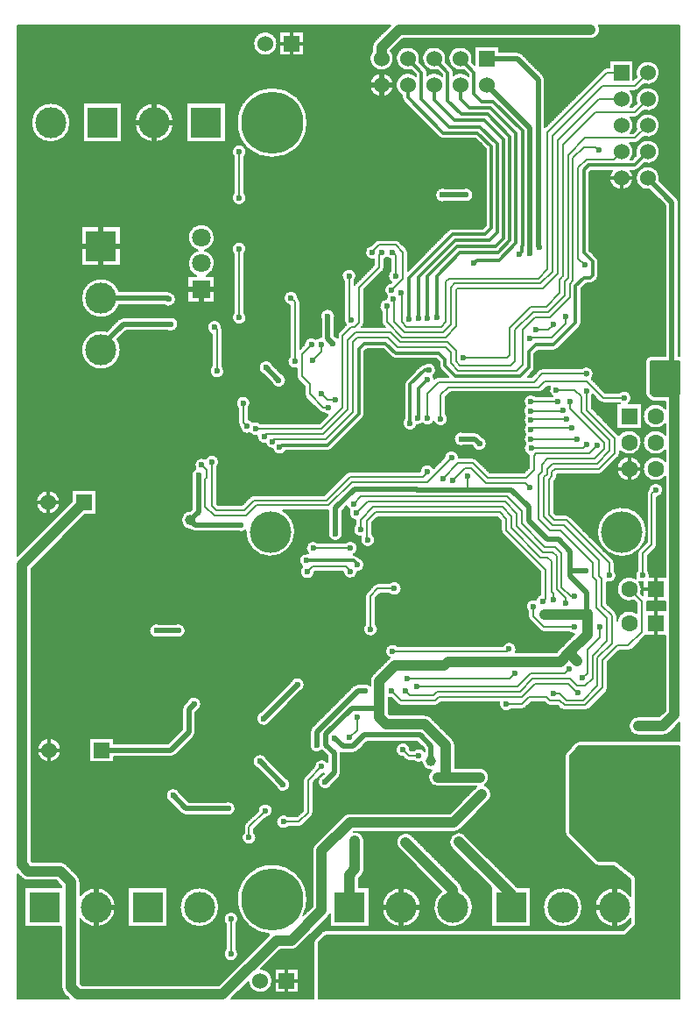
<source format=gbl>
G04 Layer_Physical_Order=2*
G04 Layer_Color=16711680*
%FSLAX24Y24*%
%MOIN*%
G70*
G01*
G75*
%ADD10C,0.0079*%
%ADD46C,0.0118*%
%ADD47C,0.0197*%
%ADD49C,0.0394*%
%ADD51C,0.0630*%
%ADD52R,0.0630X0.0630*%
%ADD53C,0.1181*%
%ADD54R,0.1181X0.1181*%
%ADD55R,0.0600X0.0600*%
%ADD56C,0.0600*%
%ADD57R,0.0600X0.0600*%
%ADD58R,0.1181X0.1181*%
%ADD59R,0.0630X0.0630*%
%ADD60R,0.0709X0.0709*%
%ADD61C,0.0709*%
%ADD62C,0.1575*%
%ADD63C,0.2362*%
%ADD64C,0.0236*%
%ADD65C,0.0394*%
D10*
X39862Y12441D02*
G03*
X39966Y12190I354J0D01*
G01*
X39862Y12441D02*
G03*
X39966Y12190I354J0D01*
G01*
X38342Y16600D02*
G03*
X38593Y16496I251J250D01*
G01*
X38342Y16600D02*
G03*
X38593Y16496I251J251D01*
G01*
X41919Y15482D02*
G03*
X40571Y15928I-748J0D01*
G01*
Y15036D02*
G03*
X41919Y15482I600J446D01*
G01*
X40571Y16437D02*
G03*
X40467Y16688I-354J0D01*
G01*
X40571Y16437D02*
G03*
X40467Y16688I-354J0D01*
G01*
X40054Y17101D02*
G03*
X39803Y17205I-251J-251D01*
G01*
X40054Y17101D02*
G03*
X39803Y17205I-251J-250D01*
G01*
X46112Y13894D02*
G03*
X46585Y13701I197J-193D01*
G01*
X45856Y15482D02*
G03*
X45856Y15482I-748J0D01*
G01*
X46585Y13701D02*
G03*
X46506Y13894I-276J0D01*
G01*
Y14837D02*
G03*
X46585Y15030I-197J193D01*
G01*
D02*
G03*
X46112Y14837I-276J0D01*
G01*
X46859Y18673D02*
G03*
X46801Y18533I139J-139D01*
G01*
X46859Y18673D02*
G03*
X46801Y18533I139J-139D01*
G01*
X39845Y21457D02*
G03*
X39845Y21457I-457J0D01*
G01*
X44358Y19833D02*
G03*
X43996Y19471I-253J-109D01*
G01*
X44417Y19049D02*
G03*
X44598Y18974I181J181D01*
G01*
X44417Y19050D02*
G03*
X44598Y18974I181J181D01*
G01*
X46478Y19230D02*
G03*
X46100Y19486I-276J0D01*
G01*
Y18974D02*
G03*
X46478Y19230I102J256D01*
G01*
X43577Y26250D02*
G03*
X43577Y25738I-102J-256D01*
G01*
X44026Y21201D02*
G03*
X44207Y21276I0J256D01*
G01*
X44026Y21201D02*
G03*
X44207Y21276I0J256D01*
G01*
X44524Y23193D02*
G03*
X44449Y23012I181J-181D01*
G01*
X44886Y21955D02*
G03*
X44961Y22136I-181J181D01*
G01*
X44524Y23193D02*
G03*
X44449Y23012I181J-181D01*
G01*
X44885Y21955D02*
G03*
X44961Y22136I-181J181D01*
G01*
X45177Y23209D02*
G03*
X44648Y23317I-276J0D01*
G01*
X45010Y22955D02*
G03*
X45177Y23209I-109J253D01*
G01*
X44577Y25994D02*
G03*
X44199Y26250I-276J0D01*
G01*
Y25738D02*
G03*
X44577Y25994I102J256D01*
G01*
X46591Y29764D02*
G03*
X46861Y29802I102J256D01*
G01*
X46969Y12649D02*
G03*
X47883Y12687I456J38D01*
G01*
D02*
G03*
X47463Y13143I-457J0D01*
G01*
X49213Y15787D02*
G03*
X47771Y14453I-1339J0D01*
G01*
X46801Y18323D02*
G03*
X47274Y18130I197J-193D01*
G01*
D02*
G03*
X47195Y18323I-276J0D01*
G01*
X47621Y18878D02*
G03*
X47894Y19154I-3J276D01*
G01*
D02*
G03*
X47343Y19156I-276J0D01*
G01*
X48500Y18927D02*
G03*
X48500Y18533I-193J-197D01*
G01*
X48037Y20036D02*
G03*
X48566Y20145I253J109D01*
G01*
D02*
G03*
X48399Y20398I-276J0D01*
G01*
X48612Y13868D02*
G03*
X48863Y13972I0J354D01*
G01*
X48612Y13868D02*
G03*
X48863Y13972I0J354D01*
G01*
X49065Y15176D02*
G03*
X49213Y15787I-1191J611D01*
G01*
X49506Y14283D02*
G03*
X49449Y14144I139J-139D01*
G01*
X49506Y14283D02*
G03*
X49449Y14144I139J-139D01*
G01*
X49916Y14606D02*
G03*
X49772Y14549I-5J-197D01*
G01*
X50014Y15123D02*
G03*
X50079Y15212I-250J251D01*
G01*
X50014Y15123D02*
G03*
X50079Y15212I-251J251D01*
G01*
X49514Y17879D02*
G03*
X49409Y17628I250J-251D01*
G01*
X49513Y17879D02*
G03*
X49409Y17628I251J-251D01*
G01*
X48898Y18533D02*
G03*
X49037Y18591I0J197D01*
G01*
X48898Y18533D02*
G03*
X49037Y18591I0J197D01*
G01*
X49103Y20444D02*
G03*
X49045Y20305I139J-139D01*
G01*
X49103Y20444D02*
G03*
X49045Y20305I139J-139D01*
G01*
X49381Y18936D02*
G03*
X49439Y19075I-139J139D01*
G01*
X49381Y18936D02*
G03*
X49439Y19075I-139J139D01*
G01*
X50837Y19055D02*
G03*
X50586Y18951I0J-354D01*
G01*
X50837Y19055D02*
G03*
X50586Y18951I0J-354D01*
G01*
X51388Y17992D02*
G03*
X50979Y18342I-354J0D01*
G01*
X47665Y21132D02*
G03*
X47303Y20770I-253J-109D01*
G01*
X47441Y22911D02*
G03*
X47802Y22549I109J-253D01*
G01*
X46861Y29802D02*
G03*
X48750Y29754I944J-48D01*
G01*
X46861Y29802D02*
G03*
X48750Y29754I944J-48D01*
G01*
D02*
G03*
X48296Y30561I-945J0D01*
G01*
X48750Y29754D02*
G03*
X48296Y30561I-945J0D01*
G01*
X49783Y20499D02*
G03*
X50145Y20137I109J-253D01*
G01*
X49396Y22330D02*
G03*
X49321Y22149I181J-181D01*
G01*
X49396Y22330D02*
G03*
X49321Y22149I181J-181D01*
G01*
X49980Y20997D02*
G03*
X49488Y20830I-217J-170D01*
G01*
X49321Y21736D02*
G03*
X49778Y21445I256J-102D01*
G01*
X49767Y20551D02*
G03*
X49848Y20564I-3J276D01*
G01*
X48947Y23694D02*
G03*
X49114Y23947I-109J253D01*
G01*
X50417Y20409D02*
G03*
X50492Y20591I-181J181D01*
G01*
X50417Y20410D02*
G03*
X50492Y20591I-181J181D01*
G01*
X50492Y21358D02*
G03*
X50591Y21339I99J236D01*
G01*
X50492Y21358D02*
G03*
X50591Y21339I99J236D01*
G01*
X50947D02*
G03*
X51128Y21414I0J256D01*
G01*
X50947Y21339D02*
G03*
X51128Y21414I0J256D01*
G01*
X49114Y23947D02*
G03*
X48585Y24055I-276J0D01*
G01*
X49029Y28433D02*
G03*
X49491Y28227I186J-203D01*
G01*
X49257Y28927D02*
G03*
X49029Y28433I-74J-265D01*
G01*
X49632Y29331D02*
G03*
X49257Y28927I-193J-197D01*
G01*
X50030Y29787D02*
G03*
X50561Y29685I256J-102D01*
G01*
D02*
G03*
X50541Y29787I-276J0D01*
G01*
X50573Y28248D02*
G03*
X51123Y28220I276J1D01*
G01*
X51138Y23967D02*
G03*
X50957Y23891I0J-256D01*
G01*
X51138Y23967D02*
G03*
X50957Y23892I0J-256D01*
G01*
X51138Y28814D02*
G03*
X50984Y28878I-153J-153D01*
G01*
X51123Y28220D02*
G03*
X51390Y28495I-8J275D01*
G01*
X51137Y28815D02*
G03*
X50984Y28878I-153J-153D01*
G01*
X51132Y29134D02*
G03*
X50663Y29331I-276J0D01*
G01*
X50959Y28878D02*
G03*
X51132Y29134I-102J256D01*
G01*
X51043Y30035D02*
G03*
X51267Y29568I197J-193D01*
G01*
X39798Y30876D02*
G03*
X39798Y30876I-457J0D01*
G01*
X41590Y37385D02*
G03*
X42106Y36673I-231J-711D01*
G01*
X42061Y38898D02*
G03*
X42061Y38386I-703J-256D01*
G01*
X42106Y36673D02*
G03*
X41995Y37066I-748J0D01*
G01*
X43923Y37392D02*
G03*
X44301Y37648I102J256D01*
G01*
X42215Y37904D02*
G03*
X42034Y37829I0J-256D01*
G01*
X42215Y37904D02*
G03*
X42033Y37828I0J-256D01*
G01*
X44301Y37648D02*
G03*
X43923Y37904I-276J0D01*
G01*
X44756Y30551D02*
G03*
X44756Y29843I8J-354D01*
G01*
X44760Y29839D02*
G03*
X44941Y29764I181J181D01*
G01*
X44760Y29839D02*
G03*
X44941Y29764I181J181D01*
G01*
X44960Y32153D02*
G03*
X44813Y31797I109J-253D01*
G01*
X45333Y32533D02*
G03*
X44960Y32153I-136J-239D01*
G01*
X45856Y32411D02*
G03*
X45333Y32533I-276J0D01*
G01*
X45581Y36059D02*
G03*
X46053Y35866I197J-193D01*
G01*
X45778Y32219D02*
G03*
X45856Y32411I-197J193D01*
G01*
X46053Y35866D02*
G03*
X45974Y36059I-276J0D01*
G01*
X45955Y37530D02*
G03*
X45581Y37272I-276J0D01*
G01*
X45974Y37431D02*
G03*
X45954Y37517I-197J0D01*
G01*
X45974Y37431D02*
G03*
X45954Y37517I-197J0D01*
G01*
X43755Y38386D02*
G03*
X44213Y38593I182J207D01*
G01*
D02*
G03*
X44038Y38849I-276J0D01*
G01*
Y38849D02*
G03*
X43888Y38898I-150J-207D01*
G01*
X44038Y38849D02*
G03*
X43888Y38898I-150J-207D01*
G01*
X45374Y39488D02*
G03*
X45689Y39961I-197J472D01*
G01*
X40197Y45315D02*
G03*
X40197Y45315I-748J0D01*
G01*
X45037Y40453D02*
G03*
X44980Y39488I141J-492D01*
G01*
X45689Y39961D02*
G03*
X45318Y40453I-512J0D01*
G01*
D02*
G03*
X45689Y40945I-141J492D01*
G01*
D02*
G03*
X45037Y40453I-512J0D01*
G01*
X44134Y45315D02*
G03*
X44134Y45315I-748J0D01*
G01*
X47185Y31152D02*
G03*
X47046Y31094I0J-197D01*
G01*
X47185Y31152D02*
G03*
X47046Y31094I0J-197D01*
G01*
X47294Y33399D02*
G03*
X47618Y33115I275J-13D01*
G01*
X46654Y33757D02*
G03*
X47034Y33505I276J3D01*
G01*
X46577Y33915D02*
G03*
X46635Y33776I197J0D01*
G01*
X46577Y33915D02*
G03*
X46635Y33776I197J0D01*
G01*
X47034Y33505D02*
G03*
X47294Y33399I220J166D01*
G01*
X47447Y33868D02*
G03*
X47149Y33926I-193J-197D01*
G01*
X47888Y32913D02*
G03*
X48404Y32835I271J49D01*
G01*
X47618Y33115D02*
G03*
X47888Y32913I265J74D01*
G01*
X46971Y34454D02*
G03*
X47050Y34647I-197J193D01*
G01*
X47149Y33926D02*
G03*
X46971Y34032I-220J-166D01*
G01*
X47050Y34647D02*
G03*
X46577Y34454I-276J0D01*
G01*
X47877Y35403D02*
G03*
X48406Y35512I253J109D01*
G01*
X46421Y38090D02*
G03*
X46902Y37905I205J-184D01*
G01*
X47889Y36115D02*
G03*
X47541Y35739I-248J-119D01*
G01*
X48406Y35512D02*
G03*
X48239Y35765I-276J0D01*
G01*
X46902Y37905D02*
G03*
X46815Y38106I-276J0D01*
G01*
X49997Y32835D02*
G03*
X50150Y32898I0J217D01*
G01*
X49997Y32835D02*
G03*
X50150Y32898I0J217D01*
G01*
X50830Y30582D02*
G03*
X51043Y30200I253J-110D01*
G01*
X50836Y32047D02*
G03*
X50697Y31990I0J-197D01*
G01*
X50714Y30726D02*
G03*
X50830Y30582I260J91D01*
G01*
X50836Y32047D02*
G03*
X50697Y31990I0J-197D01*
G01*
X49107Y34996D02*
G03*
X49164Y34857I197J0D01*
G01*
X49107Y34996D02*
G03*
X49164Y34857I197J0D01*
G01*
X48819Y35659D02*
G03*
X48877Y35520I197J0D01*
G01*
X48819Y35659D02*
G03*
X48877Y35520I197J0D01*
G01*
X48543Y36423D02*
G03*
X48819Y35966I197J-193D01*
G01*
X49541Y37086D02*
G03*
X49095Y36873I-171J-216D01*
G01*
X49680Y34341D02*
G03*
X49809Y34283I139J139D01*
G01*
D02*
G03*
X50009Y34205I193J197D01*
G01*
X49737Y37165D02*
G03*
X49541Y37086I-2J-276D01*
G01*
X49680Y34341D02*
G03*
X49809Y34283I139J139D01*
G01*
X50367Y37128D02*
G03*
X50296Y37173I-180J-209D01*
G01*
X50424Y37356D02*
G03*
X50367Y37217I139J-139D01*
G01*
X50424Y37356D02*
G03*
X50367Y37217I139J-139D01*
G01*
X50268Y37955D02*
G03*
X49737Y37852I-276J0D01*
G01*
X50625Y37844D02*
G03*
X50692Y37624I273J-37D01*
G01*
X50248Y37852D02*
G03*
X50268Y37955I-256J102D01*
G01*
X50620Y37888D02*
G03*
X50625Y37844I197J0D01*
G01*
X50620Y37888D02*
G03*
X50625Y37844I197J0D01*
G01*
X46815Y40315D02*
G03*
X46894Y40508I-197J193D01*
G01*
D02*
G03*
X46421Y40315I-276J0D01*
G01*
X46427Y42644D02*
G03*
X46900Y42451I197J-193D01*
G01*
D02*
G03*
X46821Y42644I-276J0D01*
G01*
Y44010D02*
G03*
X46900Y44203I-197J193D01*
G01*
D02*
G03*
X46427Y44010I-276J0D01*
G01*
X49213Y45315D02*
G03*
X49213Y45315I-1339J0D01*
G01*
X48070Y48317D02*
G03*
X48070Y48317I-457J0D01*
G01*
X48937Y38494D02*
G03*
X48879Y38633I-197J0D01*
G01*
X48868Y38645D02*
G03*
X48543Y38371I-276J-3D01*
G01*
X48937Y38494D02*
G03*
X48879Y38633I-197J0D01*
G01*
X51079Y39481D02*
G03*
X50620Y39275I-276J0D01*
G01*
X51052Y39194D02*
G03*
X51014Y39141I139J-139D01*
G01*
X51052Y39194D02*
G03*
X51014Y39141I139J-139D01*
G01*
Y39304D02*
G03*
X51079Y39481I-211J178D01*
G01*
X53543Y15482D02*
G03*
X53543Y15482I-748J0D01*
G01*
X51284Y16679D02*
G03*
X51388Y16929I-251J251D01*
G01*
X51284Y16678D02*
G03*
X51388Y16929I-250J251D01*
G01*
X52932Y21111D02*
G03*
X53071Y21053I139J139D01*
G01*
X52932Y21111D02*
G03*
X53071Y21053I139J139D01*
G01*
X53213Y18203D02*
G03*
X52712Y17702I-251J-251D01*
G01*
X53262Y21053D02*
G03*
X53575Y21002I193J197D01*
G01*
X53575D02*
G03*
X53939Y20689I352J41D01*
G01*
X54326Y16089D02*
G03*
X55512Y15482I438J-606D01*
G01*
D02*
G03*
X55118Y16141I-748J0D01*
G01*
Y16152D02*
G03*
X55014Y16402I-354J0D01*
G01*
X55118Y16152D02*
G03*
X55014Y16402I-354J0D01*
G01*
X53939Y20689D02*
G03*
X54173Y20069I234J-266D01*
G01*
X54783Y18346D02*
G03*
X55034Y18450I0J354D01*
G01*
X54783Y18346D02*
G03*
X55034Y18451I0J354D01*
G01*
X55231Y18223D02*
G03*
X54730Y17722I-251J-251D01*
G01*
X55656Y20069D02*
G03*
X55616Y20034I210J-285D01*
G01*
X56132Y20423D02*
G03*
X55777Y20778I-354J0D01*
G01*
X56132Y20423D02*
G03*
X55778Y20778I-354J0D01*
G01*
X56220Y19783D02*
G03*
X55966Y20123I-354J0D01*
G01*
X56117Y19533D02*
G03*
X56220Y19783I-251J251D01*
G01*
X55966Y20123D02*
G03*
X56132Y20423I-189J300D01*
G01*
X55966Y20123D02*
G03*
X56132Y20423I-189J300D01*
G01*
X51604Y23922D02*
G03*
X51325Y23967I-177J-211D01*
G01*
X51708Y24326D02*
G03*
X51604Y24075I250J-251D01*
G01*
X51708Y24325D02*
G03*
X51604Y24075I251J-251D01*
G01*
X52354Y24961D02*
G03*
X52298Y24916I195J-296D01*
G01*
X52354Y24961D02*
G03*
X52299Y24916I195J-296D01*
G01*
X53130Y21469D02*
G03*
X52852Y21191I-276J-3D01*
G01*
X52636Y23207D02*
G03*
X52776Y23150I139J139D01*
G01*
X52313Y23453D02*
G03*
X52409Y23435I98J257D01*
G01*
X52653Y25412D02*
G03*
X52354Y24961I-193J-197D01*
G01*
X52636Y23207D02*
G03*
X52776Y23150I139J139D01*
G01*
X51417Y26234D02*
G03*
X51902Y26054I209J-179D01*
G01*
X51475Y27452D02*
G03*
X51417Y27313I139J-139D01*
G01*
X51475Y27452D02*
G03*
X51417Y27313I139J-139D01*
G01*
X51390Y28495D02*
G03*
X51192Y28760I-276J0D01*
G01*
X51900Y27795D02*
G03*
X51760Y27738I0J-197D01*
G01*
X51902Y26054D02*
G03*
X51811Y26259I-276J0D01*
G01*
X51900Y27795D02*
G03*
X51760Y27738I0J-197D01*
G01*
X52805Y27598D02*
G03*
X52337Y27795I-276J0D01*
G01*
Y27402D02*
G03*
X52805Y27598I193J197D01*
G01*
X51267Y29568D02*
G03*
X51791Y29449I248J-119D01*
G01*
D02*
G03*
X51693Y29660I-276J0D01*
G01*
X53671Y21420D02*
G03*
X53262Y21447I-217J-170D01*
G01*
X53926Y22691D02*
G03*
X53675Y22795I-251J-251D01*
G01*
X54843Y21628D02*
G03*
X54738Y21879I-354J0D01*
G01*
X54843Y21628D02*
G03*
X54739Y21878I-354J0D01*
G01*
X53926Y22691D02*
G03*
X53675Y22795I-251J-250D01*
G01*
X54087Y23150D02*
G03*
X54227Y23207I0J197D01*
G01*
X57382Y23003D02*
G03*
X57521Y23061I0J197D01*
G01*
X57382Y23003D02*
G03*
X57521Y23061I0J197D01*
G01*
X56533Y23287D02*
G03*
X56987Y23003I261J-87D01*
G01*
X54087Y23150D02*
G03*
X54227Y23207I0J197D01*
G01*
X57149Y25177D02*
G03*
X57175Y25295I-249J118D01*
G01*
D02*
G03*
X56650Y25412I-276J0D01*
G01*
X57621Y26542D02*
G03*
X57679Y26403I197J0D01*
G01*
X57922Y27176D02*
G03*
X57621Y26728I-105J-255D01*
G01*
Y26542D02*
G03*
X57679Y26403I197J0D01*
G01*
X56594Y29817D02*
G03*
X56652Y29678I197J0D01*
G01*
X56594Y29817D02*
G03*
X56652Y29678I197J0D01*
G01*
X59026Y18317D02*
G03*
X59083Y18178I197J0D01*
G01*
X59685Y15482D02*
G03*
X59685Y15482I-748J0D01*
G01*
X58316Y23204D02*
G03*
X58455Y23146I139J139D01*
G01*
X58316Y23204D02*
G03*
X58455Y23146I139J139D01*
G01*
X58864Y23020D02*
G03*
X59003Y22963I139J139D01*
G01*
X58864Y23020D02*
G03*
X59003Y22963I139J139D01*
G01*
X58683Y23146D02*
G03*
X58721Y23150I0J197D01*
G01*
X58683Y23146D02*
G03*
X58721Y23150I0J197D01*
G01*
X59026Y18317D02*
G03*
X59083Y18178I197J0D01*
G01*
X59093Y21409D02*
G03*
X59026Y21260I129J-149D01*
G01*
X59557Y21791D02*
G03*
X59418Y21734I0J-197D01*
G01*
X59557Y21791D02*
G03*
X59418Y21734I0J-197D01*
G01*
X60156Y17105D02*
G03*
X60295Y17047I139J139D01*
G01*
X60156Y17105D02*
G03*
X60295Y17047I139J139D01*
G01*
X61516Y15915D02*
G03*
X61516Y15049I-610J-433D01*
G01*
X61801Y22726D02*
G03*
X61801Y22018I0J-354D01*
G01*
X59796Y22963D02*
G03*
X59935Y23020I0J197D01*
G01*
X61802Y22726D02*
G03*
X61802Y22018I-1J-354D01*
G01*
X59796Y22963D02*
G03*
X59935Y23020I0J197D01*
G01*
X60602Y23687D02*
G03*
X60659Y23826I-139J139D01*
G01*
X60602Y23687D02*
G03*
X60659Y23826I-139J139D01*
G01*
X61431Y25231D02*
G03*
X61571Y25288I0J197D01*
G01*
X61431Y25231D02*
G03*
X61571Y25288I0J197D01*
G01*
X62756Y22018D02*
G03*
X63006Y22122I0J354D01*
G01*
X62756Y22018D02*
G03*
X63007Y22122I0J354D01*
G01*
X59207Y25935D02*
G03*
X59372Y25858I193J197D01*
G01*
X58091Y27374D02*
G03*
X57922Y27176I101J-256D01*
G01*
X58089Y25993D02*
G03*
X58228Y25935I139J139D01*
G01*
X58089Y25993D02*
G03*
X58228Y25935I139J139D01*
G01*
X60620Y27839D02*
G03*
X60984Y28100I89J261D01*
G01*
D02*
G03*
X60906Y28293I-276J0D01*
G01*
Y28566D02*
G03*
X60848Y28705I-197J0D01*
G01*
X60906Y28566D02*
G03*
X60848Y28705I-197J0D01*
G01*
X61004Y26568D02*
G03*
X60946Y26707I-197J0D01*
G01*
X61004Y26568D02*
G03*
X60946Y26707I-197J0D01*
G01*
X61746Y26673D02*
G03*
X61004Y26364I-276J-384D01*
G01*
X62136Y29754D02*
G03*
X61858Y29085I-945J0D01*
G01*
X62136Y29754D02*
G03*
X61858Y29085I-945J0D01*
G01*
X61736Y27970D02*
G03*
X61635Y27136I-265J-391D01*
G01*
X59207Y30346D02*
G03*
X59068Y30404I-139J-139D01*
G01*
X59207Y30346D02*
G03*
X59068Y30404I-139J-139D01*
G01*
X58673Y31725D02*
G03*
X58730Y31864I-139J139D01*
G01*
X58673Y31725D02*
G03*
X58730Y31864I-139J139D01*
G01*
X60317Y31949D02*
G03*
X60456Y32006I0J197D01*
G01*
X60317Y31949D02*
G03*
X60456Y32006I0J197D01*
G01*
X61939Y32154D02*
G03*
X61939Y32154I-472J0D01*
G01*
X61782Y28293D02*
G03*
X61736Y27970I197J-193D01*
G01*
X61854Y27854D02*
G03*
X61998Y27826I124J246D01*
G01*
X61943Y27579D02*
G03*
X61854Y27854I-472J0D01*
G01*
X61913Y27414D02*
G03*
X61943Y27579I-443J164D01*
G01*
X62254Y28100D02*
G03*
X62175Y28293I-276J0D01*
G01*
X62250Y28051D02*
G03*
X62254Y28100I-271J49D01*
G01*
X61839Y29066D02*
G03*
X61782Y28927I139J-139D01*
G01*
X61839Y29066D02*
G03*
X61782Y28927I139J-139D01*
G01*
X61860Y29087D02*
G03*
X62136Y29754I-669J667D01*
G01*
X61860Y29087D02*
G03*
X62136Y29754I-669J667D01*
G01*
X62472Y29142D02*
G03*
X62530Y29281I-139J139D01*
G01*
X62193Y31330D02*
G03*
X62136Y31191I139J-139D01*
G01*
X62193Y31330D02*
G03*
X62136Y31191I139J-139D01*
G01*
X62472Y29142D02*
G03*
X62530Y29281I-139J139D01*
G01*
X62756Y31339D02*
G03*
X62205Y31341I-276J0D01*
G01*
X62530Y31067D02*
G03*
X62756Y31339I-49J271D01*
G01*
X62835Y32450D02*
G03*
X62835Y31857I-368J-296D01*
G01*
X51326Y34075D02*
G03*
X51390Y34228I-153J153D01*
G01*
X51327Y34075D02*
G03*
X51390Y34228I-153J153D01*
G01*
X53390Y33813D02*
G03*
X53602Y33873I38J273D01*
G01*
X54016Y32168D02*
G03*
X53497Y32047I-243J-129D01*
G01*
X53602Y33873D02*
G03*
X54034Y33947I187J202D01*
G01*
X52916Y34062D02*
G03*
X53390Y33813I207J-182D01*
G01*
X52979Y35520D02*
G03*
X52916Y35367I153J-153D01*
G01*
X52980Y35520D02*
G03*
X52916Y35367I153J-153D01*
G01*
X54054Y35563D02*
G03*
X54011Y35691I-275J-22D01*
G01*
X54114Y35906D02*
G03*
X53668Y36122I-276J0D01*
G01*
X54011Y35691D02*
G03*
X54114Y35906I-173J215D01*
G01*
X51330Y37571D02*
G03*
X51388Y37710I-139J139D01*
G01*
X51330Y37571D02*
G03*
X51388Y37710I-139J139D01*
G01*
X52037Y37744D02*
G03*
X52095Y37605I197J0D01*
G01*
X52037Y37744D02*
G03*
X52095Y37605I197J0D01*
G01*
X52098Y39684D02*
G03*
X52156Y39823I-139J139D01*
G01*
X52098Y39684D02*
G03*
X52156Y39823I-139J139D01*
G01*
X52225Y38602D02*
G03*
X52037Y38134I10J-275D01*
G01*
X52263Y38733D02*
G03*
X52225Y38602I237J-140D01*
G01*
X53668Y36122D02*
G03*
X53518Y36058I3J-217D01*
G01*
X53668Y36122D02*
G03*
X53518Y36059I3J-217D01*
G01*
X52417Y36393D02*
G03*
X52570Y36329I153J153D01*
G01*
X52417Y36392D02*
G03*
X52570Y36329I153J153D01*
G01*
X52428Y39226D02*
G03*
X52263Y38733I3J-276D01*
G01*
X52372Y39671D02*
G03*
X52438Y39236I197J-193D01*
G01*
X54980Y32579D02*
G03*
X54429Y32582I-276J0D01*
G01*
X55664Y32501D02*
G03*
X55524Y32559I-139J-139D01*
G01*
X55664Y32501D02*
G03*
X55524Y32559I-139J-139D01*
G01*
X55171Y33543D02*
G03*
X55171Y33031I-102J-256D01*
G01*
X55766Y33468D02*
G03*
X55585Y33543I-181J-181D01*
G01*
X55766Y33468D02*
G03*
X55585Y33543I-181J-181D01*
G01*
X55517Y32993D02*
G03*
X56046Y33102I253J109D01*
G01*
X57522Y33107D02*
G03*
X57654Y32670I214J-174D01*
G01*
X56046Y33102D02*
G03*
X55879Y33355I-276J0D01*
G01*
X57518Y33466D02*
G03*
X57522Y33107I211J-177D01*
G01*
X57518Y33821D02*
G03*
X57518Y33466I211J-177D01*
G01*
X54567Y34045D02*
G03*
X54488Y34238I-276J0D01*
G01*
X54034Y33947D02*
G03*
X54567Y34045I258J98D01*
G01*
X54222Y35650D02*
G03*
X54083Y35592I0J-197D01*
G01*
X54222Y35650D02*
G03*
X54083Y35592I0J-197D01*
G01*
X54242Y36073D02*
G03*
X54306Y35919I217J0D01*
G01*
X54242Y36073D02*
G03*
X54306Y35920I217J0D01*
G01*
X57509Y34541D02*
G03*
X57509Y34163I201J-189D01*
G01*
Y34163D02*
G03*
X57518Y33821I220J-165D01*
G01*
X57922Y34903D02*
G03*
X57509Y34541I-193J-197D01*
G01*
X58032Y35059D02*
G03*
X58171Y35117I0J197D01*
G01*
X58032Y35059D02*
G03*
X58171Y35117I0J197D01*
G01*
X57800Y35841D02*
G03*
X57864Y35994I-153J153D01*
G01*
X57801Y35841D02*
G03*
X57864Y35994I-153J153D01*
G01*
X58159Y35965D02*
G03*
X58020Y35907I0J-197D01*
G01*
X58159Y35965D02*
G03*
X58020Y35907I0J-197D01*
G01*
X51654Y40648D02*
G03*
X51762Y40110I29J-274D01*
G01*
X51943Y40856D02*
G03*
X51804Y40799I0J-197D01*
G01*
X51943Y40856D02*
G03*
X51804Y40799I0J-197D01*
G01*
X52156Y40116D02*
G03*
X52258Y40197I-116J250D01*
G01*
X52258D02*
G03*
X52372Y40123I203J187D01*
G01*
X52501Y46746D02*
G03*
X52501Y46746I-457J0D01*
G01*
X53041Y40390D02*
G03*
X52984Y40529I-197J0D01*
G01*
X53041Y40390D02*
G03*
X52984Y40529I-197J0D01*
G01*
X52714Y40799D02*
G03*
X52575Y40856I-139J-139D01*
G01*
X52714Y40799D02*
G03*
X52575Y40856I-139J-139D01*
G01*
X53350Y47086D02*
G03*
X52827Y46343I-306J-340D01*
G01*
Y46258D02*
G03*
X52891Y46104I217J0D01*
G01*
X52827Y46258D02*
G03*
X52890Y46105I217J0D01*
G01*
X51689Y48035D02*
G03*
X52501Y47746I354J-289D01*
G01*
X51793Y48436D02*
G03*
X51689Y48185I250J-251D01*
G01*
X51793Y48436D02*
G03*
X51689Y48185I251J-251D01*
G01*
X52501Y47746D02*
G03*
X52398Y48035I-457J0D01*
G01*
X53783Y47223D02*
G03*
X53719Y47377I-217J0D01*
G01*
X54350Y47086D02*
G03*
X53783Y47122I-306J-340D01*
G01*
Y47223D02*
G03*
X53719Y47376I-217J0D01*
G01*
X53501Y47746D02*
G03*
X53175Y47308I-457J0D01*
G01*
X53481Y47614D02*
G03*
X53501Y47746I-438J132D01*
G01*
X54501D02*
G03*
X54175Y47308I-457J0D01*
G01*
X54463Y42815D02*
G03*
X54463Y42303I-102J-256D01*
G01*
X54736Y41289D02*
G03*
X54583Y41226I0J-217D01*
G01*
X54736Y41289D02*
G03*
X54583Y41226I0J-217D01*
G01*
X54227Y44768D02*
G03*
X54380Y44705I153J153D01*
G01*
X54226Y44768D02*
G03*
X54380Y44705I153J153D01*
G01*
X55154Y42303D02*
G03*
X55532Y42559I102J256D01*
G01*
D02*
G03*
X55154Y42815I-276J0D01*
G01*
X55350Y47086D02*
G03*
X54783Y47122I-306J-340D01*
G01*
X58258Y46949D02*
G03*
X58183Y47130I-256J0D01*
G01*
X58258Y46949D02*
G03*
X58183Y47130I-256J0D01*
G01*
X54481Y47614D02*
G03*
X54501Y47746I-438J132D01*
G01*
X54783Y47223D02*
G03*
X54719Y47376I-217J0D01*
G01*
X54783Y47223D02*
G03*
X54719Y47377I-217J0D01*
G01*
X55481Y47614D02*
G03*
X55501Y47746I-438J132D01*
G01*
D02*
G03*
X55175Y47308I-457J0D01*
G01*
X57386Y47927D02*
G03*
X57205Y48002I-181J-181D01*
G01*
X57386Y47927D02*
G03*
X57205Y48002I-181J-181D01*
G01*
X58452Y35285D02*
G03*
X58564Y34903I239J-138D01*
G01*
X60049Y34927D02*
G03*
X60077Y34969I-215J173D01*
G01*
X60111Y35760D02*
G03*
X59651Y35965I-276J0D01*
G01*
X60034Y35569D02*
G03*
X60111Y35760I-199J191D01*
G01*
X58597Y36649D02*
G03*
X58751Y36712I0J217D01*
G01*
X58597Y36649D02*
G03*
X58751Y36712I0J217D01*
G01*
X60333Y34713D02*
G03*
X60472Y34656I139J139D01*
G01*
X60333Y34713D02*
G03*
X60472Y34656I139J139D01*
G01*
X59577Y37538D02*
G03*
X59641Y37692I-153J153D01*
G01*
X59577Y37539D02*
G03*
X59641Y37692I-153J153D01*
G01*
X60000Y39203D02*
G03*
X60153Y39266I0J217D01*
G01*
X60000Y39203D02*
G03*
X60153Y39267I0J217D01*
G01*
X60232Y39345D02*
G03*
X60295Y39498I-153J153D01*
G01*
X60232Y39345D02*
G03*
X60295Y39498I-153J153D01*
G01*
Y40034D02*
G03*
X60232Y40187I-217J0D01*
G01*
X60295Y40034D02*
G03*
X60232Y40187I-217J0D01*
G01*
X61064Y32615D02*
G03*
X61122Y32754I-139J139D01*
G01*
X61064Y32615D02*
G03*
X61122Y32754I-139J139D01*
G01*
X61939Y33154D02*
G03*
X61082Y33428I-472J0D01*
G01*
X61122Y32830D02*
G03*
X61939Y33154I344J323D01*
G01*
X62835Y33450D02*
G03*
X62835Y32857I-368J-296D01*
G01*
X61087Y34656D02*
G03*
X61122Y34626I193J197D01*
G01*
X61437D02*
G03*
X61555Y34852I-157J226D01*
G01*
D02*
G03*
X61087Y35049I-276J0D01*
G01*
X62077Y35030D02*
G03*
X62134Y34890I197J0D01*
G01*
X62077Y35030D02*
G03*
X62134Y34890I197J0D01*
G01*
X62835Y34450D02*
G03*
X62835Y33857I-368J-296D01*
G01*
X62262Y34762D02*
G03*
X62402Y34705I139J139D01*
G01*
X62262Y34762D02*
G03*
X62402Y34705I139J139D01*
G01*
X62274Y36427D02*
G03*
X62077Y36230I0J-197D01*
G01*
X62274Y36427D02*
G03*
X62077Y36230I0J-197D01*
G01*
X63356Y42276D02*
G03*
X63281Y42457I-256J0D01*
G01*
X63356Y42276D02*
G03*
X63281Y42457I-256J0D01*
G01*
X60813Y43490D02*
G03*
X61629Y43205I358J-285D01*
G01*
D02*
G03*
X61529Y43490I-457J0D01*
G01*
X61531Y43923D02*
G03*
X61629Y44205I-360J282D01*
G01*
D02*
G03*
X61495Y44528I-457J0D01*
G01*
X61530Y44921D02*
G03*
X61629Y45205I-359J283D01*
G01*
D02*
G03*
X61510Y45512I-457J0D01*
G01*
X61517Y45906D02*
G03*
X61629Y46205I-346J299D01*
G01*
X60610Y47402D02*
G03*
X60471Y47344I0J-197D01*
G01*
X60610Y47402D02*
G03*
X60471Y47344I0J-197D01*
G01*
X59999Y48494D02*
G03*
X60354Y48848I1J354D01*
G01*
X60000Y48494D02*
G03*
X60354Y48848I0J354D01*
G01*
D02*
G03*
X60312Y49016I-354J0D01*
G01*
X60354Y48848D02*
G03*
X60312Y49016I-354J0D01*
G01*
X61629Y46205D02*
G03*
X61507Y46516I-457J0D01*
G01*
X62629Y43205D02*
G03*
X62258Y42756I-457J0D01*
G01*
X61673Y43490D02*
G03*
X61826Y43553I0J217D01*
G01*
X61673Y43490D02*
G03*
X61826Y43553I0J217D01*
G01*
X62620Y43118D02*
G03*
X62629Y43205I-449J87D01*
G01*
X61691Y44528D02*
G03*
X61830Y44585I0J197D01*
G01*
X62629Y44205D02*
G03*
X61733Y44073I-457J0D01*
G01*
X61691Y44528D02*
G03*
X61830Y44585I0J197D01*
G01*
X62629Y45205D02*
G03*
X61740Y45052I-457J0D01*
G01*
X62039Y43767D02*
G03*
X62629Y44205I132J438D01*
G01*
X62018Y44774D02*
G03*
X62629Y45205I153J431D01*
G01*
X61675Y45512D02*
G03*
X61814Y45569I0J197D01*
G01*
X61675Y45512D02*
G03*
X61814Y45569I0J197D01*
G01*
X61679Y46516D02*
G03*
X61818Y46573I0J197D01*
G01*
X61679Y46516D02*
G03*
X61818Y46573I0J197D01*
G01*
X62629Y46205D02*
G03*
X61740Y46052I-457J0D01*
G01*
X62018Y45774D02*
G03*
X62629Y46205I153J431D01*
G01*
X62018Y46774D02*
G03*
X62629Y47205I153J431D01*
G01*
D02*
G03*
X61740Y47052I-457J0D01*
G01*
X50849Y28249D02*
Y28275D01*
X50679Y28445D02*
X50849Y28275D01*
X49430Y28445D02*
X50679D01*
X49215Y28230D02*
X49430Y28445D01*
X59528Y40148D02*
Y43612D01*
X58691Y35148D02*
X59390D01*
X59636Y34902D01*
Y34320D02*
Y34902D01*
X60728Y32836D02*
Y33227D01*
X60423Y26952D02*
Y27979D01*
Y26952D02*
X60807Y26568D01*
Y25509D02*
Y26568D01*
X60266Y24968D02*
X60807Y25509D01*
X60266Y23907D02*
Y24968D01*
X59715Y23356D02*
X60266Y23907D01*
X59085Y23356D02*
X59715D01*
X58822Y23619D02*
X59085Y23356D01*
X58569Y23619D02*
X58822D01*
X60198Y44388D02*
X60305Y44282D01*
X59736Y44388D02*
X60198D01*
X59331Y43983D02*
X59736Y44388D01*
X59331Y39312D02*
Y43983D01*
X49907Y33268D02*
X50957Y34318D01*
X47963Y33268D02*
X49907D01*
X61691Y44724D02*
X62171Y45205D01*
X59793Y44724D02*
X61691D01*
X59134Y44065D02*
X59793Y44724D01*
X59134Y39394D02*
Y44065D01*
X49826Y33465D02*
X50760Y34399D01*
X47648Y33465D02*
X49826D01*
X61675Y45709D02*
X62171Y46205D01*
X58175Y38996D02*
X58740Y39561D01*
X54931Y38996D02*
X58175D01*
X54882Y38947D02*
X54931Y38996D01*
X54882Y37563D02*
Y38947D01*
X61679Y46713D02*
X62171Y47205D01*
X58093Y39193D02*
X58543Y39643D01*
X54823Y39193D02*
X58093D01*
X54685Y39055D02*
X54823Y39193D01*
X54685Y37645D02*
Y39055D01*
X58012Y39390D02*
X58346Y39724D01*
X54616Y39390D02*
X58012D01*
X54488Y39262D02*
X54616Y39390D01*
X54488Y37726D02*
Y39262D01*
X52411Y23711D02*
X52776Y23346D01*
X54087D01*
X54225Y23484D01*
X59151Y23976D02*
X59407Y23720D01*
X59449D01*
X59521Y23649D01*
Y23633D02*
Y23649D01*
X46309Y13701D02*
Y15030D01*
X46998Y18130D02*
Y18533D01*
X47618Y19154D01*
X50819Y21940D02*
X50828D01*
X51102Y22215D01*
Y22697D01*
X46624Y42451D02*
Y44203D01*
X46618Y37913D02*
Y40508D01*
Y37913D02*
X46626Y37905D01*
X59203Y34715D02*
X59232Y34685D01*
X60532Y32917D02*
Y33146D01*
X60154Y32539D02*
X60532Y32917D01*
X60226Y26870D02*
X60610Y26486D01*
Y25591D02*
Y26486D01*
X60069Y25049D02*
X60610Y25591D01*
X60069Y24187D02*
Y25049D01*
X59799Y23917D02*
X60069Y24187D01*
X59488Y23917D02*
X59799D01*
X59232Y24173D02*
X59488Y23917D01*
X59695Y24203D02*
X59872Y24380D01*
Y25276D01*
X54006Y23543D02*
X54144Y23681D01*
X53130Y23543D02*
X54006D01*
X52953Y23720D02*
X53130Y23543D01*
X59184Y24529D02*
X59186D01*
X59026Y24370D02*
X59184Y24529D01*
X48307Y18730D02*
X48898D01*
X49242Y19075D01*
Y20305D01*
X49764Y20827D01*
X52854Y21467D02*
X53071Y21250D01*
X53455D01*
X59872Y25276D02*
X60335Y25738D01*
Y26132D01*
X58228D02*
X59400D01*
X57818Y26542D02*
X58228Y26132D01*
X57818Y26542D02*
Y26921D01*
X49016Y35659D02*
X49304Y35372D01*
Y34996D02*
Y35372D01*
Y34996D02*
X49819Y34480D01*
X50002D01*
X58701Y27566D02*
X59039Y27227D01*
Y27047D02*
Y27227D01*
X58898Y27648D02*
X59242Y27303D01*
X59380D01*
X58189Y27120D02*
X58192Y27117D01*
X59705Y32933D02*
X59852Y33081D01*
X57729Y33289D02*
X59471D01*
X57729Y33643D02*
X57778Y33693D01*
X59275D01*
X57729Y33998D02*
X57759Y34027D01*
X59078D01*
X57710Y34352D02*
X57747Y34390D01*
X49439Y29134D02*
X50856D01*
X51900Y27598D02*
X52530D01*
X51614Y27313D02*
X51900Y27598D01*
X51614Y26067D02*
Y27313D01*
Y26067D02*
X51627Y26054D01*
X53376Y23878D02*
X57224D01*
X57717Y24370D01*
X59026D01*
X57306Y23681D02*
X57798Y24173D01*
X57387Y23484D02*
X57880Y23976D01*
X59151D01*
X57798Y24173D02*
X59232D01*
X54144Y23681D02*
X57306D01*
X54225Y23484D02*
X57387D01*
X53022Y24173D02*
X56919D01*
X57106Y24360D01*
X56794Y23200D02*
X57382D01*
X57656Y23474D01*
X58324D01*
X58455Y23343D01*
X58683D01*
X58687Y23346D01*
X58816D01*
X59003Y23159D01*
X59796D01*
X60463Y23826D01*
Y24886D01*
X61004Y25427D01*
X61431D01*
X61943Y25939D01*
Y27106D01*
X61470Y27579D02*
X61943Y27106D01*
X52461Y25215D02*
X56820D01*
X56900Y25295D01*
X57929Y32736D02*
X59961D01*
X60256Y33031D01*
X59528Y43612D02*
X59838Y43923D01*
X60889D01*
X61171Y44205D01*
X58937Y39480D02*
Y44459D01*
X60187Y45709D01*
X61675D01*
X58740Y39561D02*
Y44636D01*
X60309Y46205D01*
X61171D01*
X58543Y39643D02*
Y44793D01*
X60463Y46713D01*
X61679D01*
X58346Y39724D02*
Y44941D01*
X60610Y47205D01*
X61171D01*
X59232Y34445D02*
Y34685D01*
Y34445D02*
X60532Y33146D01*
X59636Y34320D02*
X60728Y33227D01*
X47884Y33189D02*
X47963Y33268D01*
X47569Y33386D02*
X47648Y33465D01*
X47254Y33671D02*
X49754D01*
X50563Y34481D01*
X51496Y29469D02*
Y30187D01*
Y29469D02*
X51516Y29449D01*
X50817Y37888D02*
X50898Y37807D01*
X50803Y39481D02*
X50817Y39468D01*
Y37888D02*
Y39468D01*
X49016Y35659D02*
Y36516D01*
X49370Y36870D01*
X49419Y36286D02*
X49734Y36601D01*
Y36890D01*
X48740Y36230D02*
Y38494D01*
X48593Y38642D02*
X48740Y38494D01*
X51240Y29843D02*
Y30215D01*
X49998Y34765D02*
X50288D01*
X49742Y35021D02*
X49998Y34765D01*
X49737Y35021D02*
X49742D01*
X46774Y33915D02*
Y34647D01*
Y33915D02*
X46929Y33760D01*
X57850Y32657D02*
X57929Y32736D01*
X53789Y34075D02*
Y35020D01*
X61978Y28100D02*
Y28927D01*
X62333Y29281D01*
Y31191D01*
X62480Y31339D01*
X60472Y34852D02*
X61280D01*
X59843Y35482D02*
X60472Y34852D01*
X58258Y35482D02*
X59843D01*
X54291Y34045D02*
Y34961D01*
X57850Y32112D02*
Y32657D01*
X56004Y31604D02*
X57520D01*
X58898Y27648D02*
Y28947D01*
X58661Y29183D02*
X58898Y28947D01*
X56085Y31801D02*
X57539D01*
X57850Y32112D01*
X57520Y31604D02*
X57687Y31437D01*
X57382Y30062D02*
X58261Y29183D01*
X58661D01*
X58701Y27566D02*
Y28848D01*
X58563Y28986D02*
X58701Y28848D01*
X58179Y28986D02*
X58563D01*
X57185Y29980D02*
X58179Y28986D01*
X58593Y27175D02*
Y27396D01*
X58504Y27485D02*
X58593Y27396D01*
X58504Y27485D02*
Y28652D01*
X58366Y28789D02*
X58504Y28652D01*
X58098Y28789D02*
X58366D01*
X56988Y29899D02*
X58098Y28789D01*
X58848Y29813D02*
X60089Y28573D01*
X60315Y28088D02*
X60423Y27979D01*
X60226Y26870D02*
Y27898D01*
X60089Y28036D02*
X60226Y27898D01*
X60089Y28036D02*
Y28573D01*
X60315Y28088D02*
Y28681D01*
X58455Y29813D02*
X58848D01*
X58012Y30256D02*
X58455Y29813D01*
X58012Y30256D02*
Y31900D01*
X58140Y32028D01*
Y32313D01*
X58366Y32539D01*
X60154D01*
X58986Y30010D02*
X60315Y28681D01*
X58536Y30010D02*
X58986D01*
X58218Y30328D02*
X58536Y30010D01*
X58218Y30328D02*
Y31828D01*
X58337Y31946D01*
Y32126D01*
X58553Y32343D01*
X60235D01*
X60728Y32836D01*
X60709Y28100D02*
Y28566D01*
X59068Y30207D02*
X60709Y28566D01*
X58618Y30207D02*
X59068D01*
X58415Y30409D02*
X58618Y30207D01*
X58415Y30409D02*
Y31746D01*
X58533Y31864D01*
Y32044D01*
X58635Y32146D01*
X60317D01*
X60925Y32754D01*
Y33309D01*
X59852Y34382D02*
X60925Y33309D01*
X59852Y34382D02*
Y35083D01*
X59835Y35100D02*
X59852Y35083D01*
X59836Y35760D02*
X59847D01*
X58159Y35768D02*
X59747D01*
X59836Y35679D01*
X56555Y30492D02*
Y30502D01*
Y30492D02*
X56791Y30256D01*
Y29817D02*
Y30256D01*
Y29817D02*
X58287Y28321D01*
Y27219D02*
Y28321D01*
X58189Y27120D02*
X58287Y27219D01*
X57736Y32933D02*
X59705D01*
X57710Y34352D02*
X58909D01*
X58947Y34390D01*
X57729Y34706D02*
X58758D01*
X58760Y34705D01*
X59528Y40148D02*
X59783Y39892D01*
X59035Y37677D02*
Y37933D01*
X58515Y37157D02*
X59035Y37677D01*
X57404Y37444D02*
X57884Y37923D01*
X58465D01*
X59208Y38666D01*
Y39189D01*
X59331Y39312D01*
X52785Y38829D02*
X52805Y38809D01*
Y37730D02*
Y38809D01*
Y37730D02*
X52986Y37549D01*
X54311D01*
X54488Y37726D01*
X52905Y37352D02*
X54393D01*
X54685Y37645D01*
X54474Y37156D02*
X54882Y37563D01*
X52823Y37156D02*
X54474D01*
X52234Y37744D02*
X52823Y37156D01*
X52234Y37744D02*
Y38327D01*
X59011Y39271D02*
X59134Y39394D01*
X59011Y38748D02*
Y39271D01*
X58383Y38120D02*
X59011Y38748D01*
X57802Y38120D02*
X58383D01*
X57116Y37434D02*
X57802Y38120D01*
X54291Y34961D02*
X54587Y35256D01*
X53789Y35020D02*
X54222Y35453D01*
X57116Y36240D02*
Y37434D01*
X58032Y35256D02*
X58258Y35482D01*
X57844Y35453D02*
X58159Y35768D01*
X56959Y36083D02*
X57116Y36240D01*
X54587Y35256D02*
X58032D01*
X54222Y35453D02*
X57844D01*
X55148Y36358D02*
X56801D01*
X56919Y36476D01*
Y37515D01*
X57721Y38317D01*
X58301D01*
X58814Y38829D01*
Y39352D01*
X58882Y39420D01*
Y39425D01*
X58937Y39480D01*
X52569Y39478D02*
Y40276D01*
X52461Y40384D02*
X52569Y40276D01*
X51683Y40374D02*
Y40399D01*
X51943Y40659D01*
X52575D01*
X52844Y40390D01*
Y39364D02*
Y40390D01*
X52431Y38951D02*
X52844Y39364D01*
X50563Y34481D02*
Y37217D01*
X50878Y37531D01*
X51012D01*
X51191Y37710D01*
Y39055D01*
X51959Y39823D01*
Y40285D01*
X52040Y40366D01*
X50760Y34399D02*
Y37050D01*
X51043Y37333D01*
X52368D01*
X52742Y36959D01*
X54556D01*
X54872Y36642D01*
Y36244D02*
Y36642D01*
Y36244D02*
X55033Y36083D01*
X55108D01*
X55108Y36083D01*
X56959D01*
X50957Y34318D02*
Y36968D01*
X51125Y37136D01*
X52286D01*
X52660Y36762D01*
X54474D01*
X54675Y36561D01*
Y36163D02*
Y36561D01*
Y36163D02*
X54952Y35886D01*
X57198D01*
X57404Y36093D01*
Y37444D01*
X53780Y31654D02*
X54705Y32579D01*
X50918Y31654D02*
X53780D01*
X53772Y32039D02*
X53789Y32022D01*
X50836Y31850D02*
X53618D01*
X53789Y32022D01*
X47267Y30758D02*
X50022D01*
X50918Y31654D01*
X49940Y30955D02*
X50836Y31850D01*
X47185Y30955D02*
X49940D01*
X46883Y30374D02*
X47267Y30758D01*
X46801Y30571D02*
X47185Y30955D01*
X45669Y30374D02*
X46883D01*
X45325Y30719D02*
X45669Y30374D01*
X45325Y30719D02*
Y31762D01*
X45374Y31811D01*
Y32116D01*
X45197Y32293D02*
X45374Y32116D01*
X45581Y30741D02*
Y32411D01*
Y30741D02*
X45751Y30571D01*
X46801D01*
X45778Y35866D02*
Y37431D01*
X45679Y37530D02*
X45778Y37431D01*
X52500Y38593D02*
X52510Y38583D01*
Y37747D02*
Y38583D01*
Y37747D02*
X52905Y37352D01*
X57687Y37106D02*
X57737Y37157D01*
X58515D01*
X57904Y37441D02*
X58398D01*
X58569Y37612D01*
X59222Y18317D02*
X60295Y17244D01*
X59409Y18130D02*
X63386D01*
X59222Y18317D02*
Y21260D01*
X59232Y18307D02*
Y21270D01*
X59291Y18248D02*
Y21329D01*
X59764Y17776D02*
X63386D01*
X59823Y17716D02*
X63386D01*
X59469Y18071D02*
X63386D01*
X59705Y17835D02*
X63386D01*
X59646Y17894D02*
X63386D01*
X59527Y18012D02*
Y21565D01*
X59587Y17953D02*
Y21594D01*
X59350Y18189D02*
Y21388D01*
X59409Y18130D02*
Y21447D01*
X59468Y18071D02*
Y21506D01*
X59823Y17717D02*
Y21594D01*
X59882Y17658D02*
Y21594D01*
X59646Y17894D02*
Y21594D01*
X59764Y17776D02*
Y21594D01*
X59705Y17835D02*
Y21594D01*
X59222Y18425D02*
X63386D01*
X59222Y18366D02*
X63386D01*
X59222Y18602D02*
X63386D01*
X59222Y18484D02*
X63386D01*
X59222Y18543D02*
X63386D01*
X59528Y18012D02*
X63386D01*
X59587Y17953D02*
X63386D01*
X59232Y18307D02*
X63386D01*
X59350Y18189D02*
X63386D01*
X59291Y18248D02*
X63386D01*
X59222Y19075D02*
X63386D01*
X59222Y19016D02*
X63386D01*
X59222Y19252D02*
X63386D01*
X59222Y19134D02*
X63386D01*
X59222Y19193D02*
X63386D01*
X59222Y18779D02*
X63386D01*
X59222Y18661D02*
X63386D01*
X59222Y18720D02*
X63386D01*
X59222Y18957D02*
X63386D01*
X59222Y18839D02*
X63386D01*
X59222Y18898D02*
X63386D01*
X59222Y19724D02*
X63386D01*
X59222Y19606D02*
X63386D01*
X59222Y19902D02*
X63386D01*
X59222Y19783D02*
X63386D01*
X59222Y19842D02*
X63386D01*
X59222Y19370D02*
X63386D01*
X59222Y19311D02*
X63386D01*
X59222Y19547D02*
X63386D01*
X59222Y19429D02*
X63386D01*
X59222Y19488D02*
X63386D01*
X59222Y20020D02*
X63386D01*
X59222Y19961D02*
X63386D01*
X59222Y20197D02*
X63386D01*
X59222Y20079D02*
X63386D01*
X59222Y20138D02*
X63386D01*
X59222Y20315D02*
X63386D01*
X59222Y20256D02*
X63386D01*
X59242Y21280D02*
X59557Y21594D01*
X59222Y20374D02*
X63386D01*
X59557Y21594D02*
X60827D01*
X59222Y20728D02*
X63386D01*
X59222Y20669D02*
X63386D01*
X59222Y20905D02*
X63386D01*
X59222Y20787D02*
X63386D01*
X59222Y20846D02*
X63386D01*
X59222Y20433D02*
X63386D01*
X59222Y19665D02*
X63386D01*
X59222Y20610D02*
X63386D01*
X59222Y20492D02*
X63386D01*
X59222Y20551D02*
X63386D01*
X59222Y21024D02*
X63386D01*
X59222Y20965D02*
X63386D01*
X59222Y21201D02*
X63386D01*
X59222Y21083D02*
X63386D01*
X59222Y21142D02*
X63386D01*
X59341Y21378D02*
X63386D01*
X59222Y21260D02*
X63386D01*
X59281Y21319D02*
X63386D01*
X59518Y21555D02*
X63386D01*
X59400Y21437D02*
X63386D01*
X59459Y21496D02*
X63386D01*
X61594Y16739D02*
Y21594D01*
X60965Y17244D02*
X61712Y16644D01*
X61417Y16881D02*
Y21594D01*
X61535Y16786D02*
Y21594D01*
X61476Y16833D02*
Y21594D01*
X61831Y16644D02*
Y21594D01*
X61890Y16644D02*
Y21594D01*
X61653Y16691D02*
Y21594D01*
X61772Y16644D02*
Y21594D01*
X61712Y16644D02*
Y21594D01*
X62126Y16644D02*
Y21594D01*
X62185Y16644D02*
Y21594D01*
X61949Y16644D02*
Y21594D01*
X62067Y16644D02*
Y21594D01*
X62008Y16644D02*
Y21594D01*
X62421Y16644D02*
Y21594D01*
X62480Y16644D02*
Y21594D01*
X62244Y16644D02*
Y21594D01*
X62362Y16644D02*
Y21594D01*
X62303Y16644D02*
Y21594D01*
X61700Y16654D02*
X63386D01*
X61712Y16644D02*
X63386D01*
X61480Y16831D02*
X63386D01*
X61627Y16713D02*
X63386D01*
X61553Y16772D02*
X63386D01*
X62894Y16644D02*
Y21594D01*
X62953Y16644D02*
Y21594D01*
X62598Y16644D02*
Y21594D01*
X62835Y16644D02*
Y21594D01*
X62775Y16644D02*
Y21594D01*
X63012Y16644D02*
Y21594D01*
X63071Y16644D02*
Y21594D01*
X62539Y16644D02*
Y21594D01*
X62716Y16644D02*
Y21594D01*
X62657Y16644D02*
Y21594D01*
X63307Y16644D02*
Y21594D01*
X63386Y16644D02*
Y21594D01*
X63366Y16644D02*
Y21594D01*
X63130Y16644D02*
Y21594D01*
X63248Y16644D02*
Y21594D01*
X63189Y16644D02*
Y21594D01*
X60177Y17362D02*
Y21594D01*
X60236Y17303D02*
Y21594D01*
X59941Y17599D02*
Y21594D01*
X60059Y17480D02*
Y21594D01*
X60000Y17539D02*
Y21594D01*
X60413Y17244D02*
Y21594D01*
X60354Y17244D02*
X60965D01*
X60295Y17244D02*
Y21594D01*
X60295Y17244D02*
X60354D01*
X60354D02*
Y21594D01*
X60590Y17244D02*
Y21594D01*
X60649Y17244D02*
Y21594D01*
X60118Y17421D02*
Y21594D01*
X60531Y17244D02*
Y21594D01*
X60472Y17244D02*
Y21594D01*
X60886Y17244D02*
Y21594D01*
X61004Y17213D02*
Y21594D01*
X60945Y17244D02*
Y21594D01*
X60709Y17244D02*
Y21594D01*
X60827Y17244D02*
Y21594D01*
X60768Y17244D02*
Y21594D01*
X60965Y17244D02*
X63386D01*
X61038Y17185D02*
X63386D01*
X60118Y17421D02*
X63386D01*
X60236Y17303D02*
X63386D01*
X60177Y17362D02*
X63386D01*
X61332Y16949D02*
X63386D01*
X61406Y16890D02*
X63386D01*
X61112Y17126D02*
X63386D01*
X61259Y17008D02*
X63386D01*
X61185Y17067D02*
X63386D01*
X60000Y17539D02*
X63386D01*
X60059Y17480D02*
X63386D01*
X60827Y21594D02*
X63386D01*
X59941Y17598D02*
X63386D01*
X59882Y17657D02*
X63386D01*
X61240Y17023D02*
Y21594D01*
X61358Y16928D02*
Y21594D01*
X61299Y16976D02*
Y21594D01*
X61063Y17165D02*
Y21594D01*
X61181Y17070D02*
Y21594D01*
X61122Y17118D02*
Y21594D01*
X49901Y12008D02*
Y14400D01*
X49961Y12008D02*
Y14409D01*
X50138Y12008D02*
Y14409D01*
X50020Y12008D02*
Y14409D01*
X50079Y12008D02*
Y14409D01*
X49646Y12008D02*
Y14144D01*
X49665Y12008D02*
Y14163D01*
X49724Y12008D02*
Y14222D01*
X49783Y12008D02*
Y14281D01*
X49842Y12008D02*
Y14340D01*
X50610Y12008D02*
Y14409D01*
X50551Y12008D02*
Y14409D01*
X50787Y12008D02*
Y14409D01*
X50669Y12008D02*
Y14409D01*
X50728Y12008D02*
Y14409D01*
X50315Y12008D02*
Y14409D01*
X50197Y12008D02*
Y14409D01*
X50256Y12008D02*
Y14409D01*
X50492Y12008D02*
Y14409D01*
X50374Y12008D02*
Y14409D01*
X50433Y12008D02*
Y14409D01*
X51201Y12008D02*
Y14409D01*
X51142Y12008D02*
Y14409D01*
X51378Y12008D02*
Y14409D01*
X51260Y12008D02*
Y14409D01*
X51319Y12008D02*
Y14409D01*
X50905Y12008D02*
Y14409D01*
X50846Y12008D02*
Y14409D01*
X51083Y12008D02*
Y14409D01*
X50964Y12008D02*
Y14409D01*
X51024Y12008D02*
Y14409D01*
X51850Y12008D02*
Y14409D01*
X51791Y12008D02*
Y14409D01*
X52027Y12008D02*
Y14409D01*
X51909Y12008D02*
Y14409D01*
X51968Y12008D02*
Y14409D01*
X51555Y12008D02*
Y14409D01*
X51437Y12008D02*
Y14409D01*
X51496Y12008D02*
Y14409D01*
X51732Y12008D02*
Y14409D01*
X51614Y12008D02*
Y14409D01*
X51673Y12008D02*
Y14409D01*
X55512Y12008D02*
Y14409D01*
X55453Y12008D02*
Y14409D01*
X55689Y12008D02*
Y14409D01*
X55571Y12008D02*
Y14409D01*
X55630Y12008D02*
Y14409D01*
X55275Y12008D02*
Y14409D01*
X55216Y12008D02*
Y14409D01*
X49646Y12008D02*
X63386D01*
X55335D02*
Y14409D01*
X55394Y12008D02*
Y14409D01*
X56634Y12008D02*
Y14409D01*
X56575Y12008D02*
Y14409D01*
X56929Y12008D02*
Y14409D01*
X56693Y12008D02*
Y14409D01*
X56752Y12008D02*
Y14409D01*
X55866Y12008D02*
Y14409D01*
X55748Y12008D02*
Y14409D01*
X55807Y12008D02*
Y14409D01*
X56043Y12008D02*
Y14409D01*
X55925Y12008D02*
Y14409D01*
X55984Y12008D02*
Y14409D01*
X52441Y12008D02*
Y14409D01*
X52382Y12008D02*
Y14409D01*
X52618Y12008D02*
Y14409D01*
X52500Y12008D02*
Y14409D01*
X52559Y12008D02*
Y14409D01*
X52146Y12008D02*
Y14409D01*
X52087Y12008D02*
Y14409D01*
X52323Y12008D02*
Y14409D01*
X52205Y12008D02*
Y14409D01*
X52264Y12008D02*
Y14409D01*
X53090Y12008D02*
Y14409D01*
X53031Y12008D02*
Y14409D01*
X55157Y12008D02*
Y14409D01*
X53149Y12008D02*
Y14409D01*
X53209Y12008D02*
Y14409D01*
X52795Y12008D02*
Y14409D01*
X52677Y12008D02*
Y14409D01*
X52736Y12008D02*
Y14409D01*
X52972Y12008D02*
Y14409D01*
X52854Y12008D02*
Y14409D01*
X52913Y12008D02*
Y14409D01*
X54803Y12008D02*
Y14409D01*
X54744Y12008D02*
Y14409D01*
X54980Y12008D02*
Y14409D01*
X54862Y12008D02*
Y14409D01*
X54921Y12008D02*
Y14409D01*
X54508Y12008D02*
Y14409D01*
X54449Y12008D02*
Y14409D01*
X54685Y12008D02*
Y14409D01*
X54567Y12008D02*
Y14409D01*
X54626Y12008D02*
Y14409D01*
X56398Y12008D02*
Y14409D01*
X56338Y12008D02*
Y14409D01*
X56811Y12008D02*
Y14409D01*
X56457Y12008D02*
Y14409D01*
X56516Y12008D02*
Y14409D01*
X56102Y12008D02*
Y14409D01*
X55039Y12008D02*
Y14409D01*
X55098Y12008D02*
Y14409D01*
X56279Y12008D02*
Y14409D01*
X56161Y12008D02*
Y14409D01*
X56220Y12008D02*
Y14409D01*
X53563Y12008D02*
Y14409D01*
X53504Y12008D02*
Y14409D01*
X53740Y12008D02*
Y14409D01*
X53622Y12008D02*
Y14409D01*
X53681Y12008D02*
Y14409D01*
X53268Y12008D02*
Y14409D01*
X49646Y14144D02*
X49911Y14409D01*
X53445Y12008D02*
Y14409D01*
X53327Y12008D02*
Y14409D01*
X53386Y12008D02*
Y14409D01*
X54212Y12008D02*
Y14409D01*
X54153Y12008D02*
Y14409D01*
X54390Y12008D02*
Y14409D01*
X54272Y12008D02*
Y14409D01*
X54331Y12008D02*
Y14409D01*
X53917Y12008D02*
Y14409D01*
X53799Y12008D02*
Y14409D01*
X53858Y12008D02*
Y14409D01*
X54094Y12008D02*
Y14409D01*
X53976Y12008D02*
Y14409D01*
X54035Y12008D02*
Y14409D01*
X49646Y12874D02*
X63386D01*
X49646Y12933D02*
X63386D01*
X49646Y12697D02*
X63386D01*
X49646Y12815D02*
X63386D01*
X49646Y12756D02*
X63386D01*
X49646Y13169D02*
X63386D01*
X49646Y13228D02*
X63386D01*
X49646Y12992D02*
X63386D01*
X49646Y13110D02*
X63386D01*
X49646Y13051D02*
X63386D01*
X49646Y12224D02*
X63386D01*
X49646Y12283D02*
X63386D01*
X49646Y12047D02*
X63386D01*
X49646Y12165D02*
X63386D01*
X49646Y12106D02*
X63386D01*
X49646Y12520D02*
X63386D01*
X49646Y12638D02*
X63386D01*
X49646Y12579D02*
X63386D01*
X49646Y12342D02*
X63386D01*
X49646Y12461D02*
X63386D01*
X49646Y12402D02*
X63386D01*
X49646Y13465D02*
X63386D01*
X49646Y13524D02*
X63386D01*
X49646Y13287D02*
X63386D01*
X49646Y13405D02*
X63386D01*
X49646Y13346D02*
X63386D01*
X49646Y13760D02*
X63386D01*
X49646Y13878D02*
X63386D01*
X49646Y13819D02*
X63386D01*
X49646Y13583D02*
X63386D01*
X49646Y13701D02*
X63386D01*
X49646Y13642D02*
X63386D01*
X49646Y13937D02*
X63386D01*
X56870Y12008D02*
Y14409D01*
X49646Y13996D02*
X63386D01*
X49646Y14114D02*
X63386D01*
X49646Y14055D02*
X63386D01*
X49852Y14350D02*
X63386D01*
X49911Y14409D02*
X63386D01*
X49921Y14409D02*
X61319D01*
X49675Y14173D02*
X63386D01*
X49734Y14232D02*
X63386D01*
X49793Y14291D02*
X63386D01*
X58583Y12008D02*
Y14409D01*
X58524Y12008D02*
Y14409D01*
X58760Y12008D02*
Y14409D01*
X58642Y12008D02*
Y14409D01*
X58701Y12008D02*
Y14409D01*
X58287Y12008D02*
Y14409D01*
X58228Y12008D02*
Y14409D01*
X58464Y12008D02*
Y14409D01*
X58346Y12008D02*
Y14409D01*
X58405Y12008D02*
Y14409D01*
X59232Y12008D02*
Y14409D01*
X59173Y12008D02*
Y14409D01*
X59409Y12008D02*
Y14409D01*
X59291Y12008D02*
Y14409D01*
X59350Y12008D02*
Y14409D01*
X58937Y12008D02*
Y14409D01*
X58819Y12008D02*
Y14409D01*
X58878Y12008D02*
Y14409D01*
X59114Y12008D02*
Y14409D01*
X58996Y12008D02*
Y14409D01*
X59055Y12008D02*
Y14409D01*
X57342Y12008D02*
Y14409D01*
X57283Y12008D02*
Y14409D01*
X57520Y12008D02*
Y14409D01*
X57401Y12008D02*
Y14409D01*
X57461Y12008D02*
Y14409D01*
X57047Y12008D02*
Y14409D01*
X56988Y12008D02*
Y14409D01*
X57224Y12008D02*
Y14409D01*
X57106Y12008D02*
Y14409D01*
X57165Y12008D02*
Y14409D01*
X57992Y12008D02*
Y14409D01*
X57933Y12008D02*
Y14409D01*
X58169Y12008D02*
Y14409D01*
X58051Y12008D02*
Y14409D01*
X58110Y12008D02*
Y14409D01*
X57697Y12008D02*
Y14409D01*
X57579Y12008D02*
Y14409D01*
X57638Y12008D02*
Y14409D01*
X57874Y12008D02*
Y14409D01*
X57756Y12008D02*
Y14409D01*
X57815Y12008D02*
Y14409D01*
X59823Y12008D02*
Y14409D01*
X59764Y12008D02*
Y14409D01*
X60000Y12008D02*
Y14409D01*
X59882Y12008D02*
Y14409D01*
X59941Y12008D02*
Y14409D01*
X59527Y12008D02*
Y14409D01*
X59468Y12008D02*
Y14409D01*
X59705Y12008D02*
Y14409D01*
X59587Y12008D02*
Y14409D01*
X59646Y12008D02*
Y14409D01*
X60472Y12008D02*
Y14409D01*
X60413Y12008D02*
Y14409D01*
X60649Y12008D02*
Y14409D01*
X60531Y12008D02*
Y14409D01*
X60590Y12008D02*
Y14409D01*
X60177Y12008D02*
Y14409D01*
X60059Y12008D02*
Y14409D01*
X60118Y12008D02*
Y14409D01*
X60354Y12008D02*
Y14409D01*
X60236Y12008D02*
Y14409D01*
X60295Y12008D02*
Y14409D01*
X61122Y12008D02*
Y14409D01*
X61063Y12008D02*
Y14409D01*
X61299Y12008D02*
Y14409D01*
X61181Y12008D02*
Y14409D01*
X61240Y12008D02*
Y14409D01*
X60827Y12008D02*
Y14409D01*
X60709Y12008D02*
Y14409D01*
X60768Y12008D02*
Y14409D01*
X61004Y12008D02*
Y14409D01*
X60886Y12008D02*
Y14409D01*
X60945Y12008D02*
Y14409D01*
X61949Y12008D02*
Y17628D01*
X61890Y12008D02*
Y17628D01*
X63071Y12008D02*
Y17628D01*
X62008Y12008D02*
Y17628D01*
X62067Y12008D02*
Y17628D01*
X61358Y12008D02*
Y14449D01*
X61417Y12008D02*
Y14508D01*
X61476Y12008D02*
Y14567D01*
X61535Y12008D02*
Y14626D01*
X61594Y12008D02*
Y14685D01*
X61653Y12008D02*
Y14744D01*
X61712Y12008D02*
Y14803D01*
X61319Y14409D02*
X61712Y14803D01*
X61378Y14468D02*
X63386D01*
X61437Y14528D02*
X63386D01*
X61496Y14587D02*
X63386D01*
X61712Y14882D02*
X63386D01*
X61712Y14941D02*
X63386D01*
X61614Y14705D02*
X63386D01*
X61673Y14764D02*
X63386D01*
X61712Y14823D02*
X63386D01*
X61712Y14803D02*
Y16644D01*
X61772Y12008D02*
Y17520D01*
X61831Y12008D02*
Y17579D01*
X62303Y12008D02*
Y17628D01*
X62362Y12008D02*
Y17628D01*
X61712Y15000D02*
X63386D01*
X61712Y14803D02*
Y17461D01*
Y16644D02*
Y17461D01*
Y15059D02*
X63386D01*
X61712Y15177D02*
X63386D01*
X61712Y15118D02*
X63386D01*
X62539Y12008D02*
Y17628D01*
X62480Y12008D02*
Y17628D01*
X62716Y12008D02*
Y17628D01*
X62598Y12008D02*
Y17628D01*
X62657Y12008D02*
Y17628D01*
X62126Y12008D02*
Y17628D01*
X61712Y17461D02*
X61880Y17628D01*
X62421Y12008D02*
Y17628D01*
X62185Y12008D02*
Y17628D01*
X62244Y12008D02*
Y17628D01*
X63248Y12008D02*
Y17628D01*
X63189Y12008D02*
Y17628D01*
X63386Y12008D02*
Y17628D01*
X63307Y12008D02*
Y17628D01*
X63366Y12008D02*
Y17628D01*
X62894Y12008D02*
Y17628D01*
X62775Y12008D02*
Y17628D01*
X62835Y12008D02*
Y17628D01*
X63130Y12008D02*
Y17628D01*
X62953Y12008D02*
Y17628D01*
X63012Y12008D02*
Y17628D01*
X61712Y15354D02*
X63386D01*
X61712Y15413D02*
X63386D01*
X61555Y14646D02*
X63386D01*
X61712Y15295D02*
X63386D01*
X61712Y15236D02*
X63386D01*
X61712Y15650D02*
X63386D01*
X61712Y15709D02*
X63386D01*
X61712Y15472D02*
X63386D01*
X61712Y15591D02*
X63386D01*
X61712Y15531D02*
X63386D01*
X61712Y15945D02*
X63386D01*
X61712Y16004D02*
X63386D01*
X61712Y15768D02*
X63386D01*
X61712Y15886D02*
X63386D01*
X61712Y15827D02*
X63386D01*
X61712Y16240D02*
X63386D01*
X61712Y16358D02*
X63386D01*
X61712Y16299D02*
X63386D01*
X61712Y16063D02*
X63386D01*
X61712Y16181D02*
X63386D01*
X61712Y16122D02*
X63386D01*
X61712Y16594D02*
X63386D01*
X61712Y16654D02*
X63386D01*
X61712Y16417D02*
X63386D01*
X61712Y16535D02*
X63386D01*
X61712Y16476D02*
X63386D01*
X61712Y16890D02*
X63386D01*
X61712Y17008D02*
X63386D01*
X61712Y16949D02*
X63386D01*
X61712Y16713D02*
X63386D01*
X61712Y16831D02*
X63386D01*
X61712Y16772D02*
X63386D01*
X61712Y17244D02*
X63386D01*
X61712Y17303D02*
X63386D01*
X61712Y17067D02*
X63386D01*
X61712Y17185D02*
X63386D01*
X61712Y17126D02*
X63386D01*
X61791Y17539D02*
X63386D01*
X61850Y17598D02*
X63386D01*
X61880Y17628D02*
X63386D01*
X61712Y17362D02*
X63386D01*
X61712Y17421D02*
X63386D01*
X61732Y17480D02*
X63386D01*
X62274Y35079D02*
X63386D01*
X62274Y35030D02*
X62343Y34961D01*
X62284Y35020D02*
X63386D01*
X62274Y35030D02*
Y35837D01*
Y35138D02*
X63386D01*
X62274Y35197D02*
X63386D01*
X62274Y35374D02*
X63386D01*
X62274Y35256D02*
X63386D01*
X62274Y35315D02*
X63386D01*
X62274Y35551D02*
X63386D01*
X62274Y35433D02*
X63386D01*
X62274Y35492D02*
X63386D01*
X62274Y35728D02*
X63386D01*
X62274Y35610D02*
X63386D01*
X62274Y35669D02*
X63386D01*
X62274Y35837D02*
Y36230D01*
Y35787D02*
X63386D01*
X62274Y35846D02*
X63386D01*
X62274Y36024D02*
X63386D01*
X62274Y35905D02*
X63386D01*
X62274Y35965D02*
X63386D01*
X62274Y36201D02*
X63386D01*
X62274Y36230D02*
X63386D01*
X62274Y36083D02*
X63386D01*
X62274Y36142D02*
X63386D01*
X62343Y34961D02*
X62402Y34902D01*
X62480D02*
Y36230D01*
X62421Y34902D02*
Y36230D01*
X62539Y34902D02*
Y36230D01*
X62657Y34902D02*
Y36230D01*
X62598Y34902D02*
Y36230D01*
X62402Y34902D02*
X62982D01*
X62775D02*
Y36230D01*
X62716Y34902D02*
Y36230D01*
X62835Y34902D02*
Y36230D01*
X63189Y34902D02*
Y36230D01*
X62894Y34902D02*
Y36230D01*
X63012Y34902D02*
Y36230D01*
X63130Y34902D02*
Y36230D01*
X63071Y34902D02*
Y36230D01*
X62303Y35000D02*
Y36230D01*
X62953Y34902D02*
Y36230D01*
X62362Y34941D02*
Y36230D01*
X62343Y34961D02*
X63327D01*
X63268Y34902D02*
X63386Y35020D01*
X62982Y34902D02*
X63268D01*
X63248D02*
Y36230D01*
X63307Y34941D02*
Y36230D01*
X63366Y35000D02*
Y36230D01*
X63386Y35020D02*
Y36230D01*
X56644Y30699D02*
X56988Y30354D01*
Y29899D02*
Y30354D01*
X56742Y30896D02*
X57185Y30453D01*
Y29980D02*
Y30453D01*
X56831Y31093D02*
X57382Y30541D01*
Y30062D02*
Y30541D01*
X51496Y30187D02*
X51811Y30502D01*
X56555D01*
X51240Y30215D02*
X51724Y30699D01*
X56644D01*
X51083Y30472D02*
X51506Y30896D01*
X56742D01*
X50974Y30817D02*
X51250Y31093D01*
X56831D01*
X54367Y31783D02*
X54392D01*
X54367D02*
X54946Y32362D01*
X54754Y31718D02*
X55201Y32165D01*
X54946Y32362D02*
X55524D01*
X56085Y31801D01*
X55201Y32165D02*
X55443D01*
X56004Y31604D01*
X55315Y31348D02*
Y31890D01*
X38189Y12697D02*
X39862D01*
X38189Y12815D02*
X39862D01*
X38189Y12756D02*
X39862D01*
X38189Y12520D02*
X39862D01*
X38189Y12461D02*
X39862D01*
X38189Y12638D02*
X39862D01*
X38189Y12579D02*
X39862D01*
X38189Y13110D02*
X39862D01*
X38189Y13228D02*
X39862D01*
X38189Y13169D02*
X39862D01*
X38189Y12933D02*
X39862D01*
X38189Y12874D02*
X39862D01*
X38189Y13051D02*
X39862D01*
X38189Y12992D02*
X39862D01*
X38189Y13287D02*
X39862D01*
X38189Y13760D02*
X39862D01*
X38976Y12008D02*
Y14734D01*
X38189Y13878D02*
X39862D01*
X38189Y13819D02*
X39862D01*
X38189Y13996D02*
X39862D01*
X38189Y13937D02*
X39862D01*
X38189Y14350D02*
X39862D01*
X38189Y14291D02*
X39862D01*
X38189Y14646D02*
X39862D01*
X38189Y14409D02*
X39862D01*
X38189Y14114D02*
X39862D01*
X38189Y14055D02*
X39862D01*
X38189Y14232D02*
X39862D01*
X38189Y14173D02*
X39862D01*
X38740Y12008D02*
Y14734D01*
X38622Y12008D02*
Y14734D01*
X38681Y12008D02*
Y14734D01*
X38917Y12008D02*
Y14734D01*
X39035Y12008D02*
Y14734D01*
X38799Y12008D02*
Y14734D01*
X38858Y12008D02*
Y14734D01*
X38268Y12008D02*
Y16674D01*
X38327Y12008D02*
Y16615D01*
X38189Y12008D02*
Y16753D01*
X38209Y12008D02*
Y16733D01*
X38504Y12008D02*
Y14734D01*
X38563Y12008D02*
Y14734D01*
X38386Y12008D02*
Y16563D01*
X38445Y12008D02*
Y16528D01*
X39213Y12008D02*
Y14734D01*
X39094Y12008D02*
Y14734D01*
X39153Y12008D02*
Y14734D01*
X39390Y12008D02*
Y14734D01*
X39449Y12008D02*
Y14734D01*
X39272Y12008D02*
Y14734D01*
X39331Y12008D02*
Y14734D01*
X39626Y12008D02*
Y14734D01*
X39685Y12008D02*
Y14734D01*
X39508Y12008D02*
Y14734D01*
X39567Y12008D02*
Y14734D01*
X39862Y12008D02*
Y14734D01*
X39862Y12441D02*
Y14734D01*
X39744Y12008D02*
Y14734D01*
X39803Y12008D02*
Y14734D01*
X38189Y12165D02*
X39991D01*
X39921Y12008D02*
Y12245D01*
X38189Y12047D02*
X40109D01*
X38189Y12008D02*
X40149D01*
X38189Y12106D02*
X40050D01*
X39966Y12190D02*
X40149Y12008D01*
X38189Y12402D02*
X39864D01*
X38189Y13405D02*
X39862D01*
X38189Y13346D02*
X39862D01*
X38189Y12283D02*
X39899D01*
X38189Y12224D02*
X39936D01*
X38189Y12342D02*
X39876D01*
X40098Y12008D02*
Y12058D01*
X39980Y12008D02*
Y12176D01*
X40039Y12008D02*
Y12117D01*
X40571Y12638D02*
X45956D01*
X40571Y12588D02*
X40639Y12520D01*
X40571Y12756D02*
X46074D01*
X40571Y12697D02*
X46015D01*
X40571Y12874D02*
X46192D01*
X40571Y12815D02*
X46133D01*
X40571Y13051D02*
X46369D01*
X40571Y12933D02*
X46251D01*
X40571Y13169D02*
X46487D01*
X40571Y13110D02*
X46428D01*
X40571Y13346D02*
X46664D01*
X40571Y13287D02*
X46605D01*
X38189Y13465D02*
X39862D01*
X38189Y13642D02*
X39862D01*
X38189Y13524D02*
X39862D01*
X40571Y13465D02*
X46167D01*
X40571Y13405D02*
X46723D01*
X38189Y13583D02*
X39862D01*
X40571Y13524D02*
X46098D01*
X38189Y14468D02*
X39862D01*
X38189Y13701D02*
X39862D01*
X38189Y14587D02*
X39862D01*
X38189Y14528D02*
X39862D01*
X40571Y13701D02*
X46033D01*
X40571Y13642D02*
X46040D01*
X40571Y13819D02*
X46060D01*
X40571Y13760D02*
X46040D01*
X40571Y13583D02*
X46060D01*
X40571Y12588D02*
Y15036D01*
Y13937D02*
X46112D01*
X40571Y14055D02*
X46112D01*
X40571Y13996D02*
X46112D01*
X40571Y14173D02*
X46112D01*
X40571Y14114D02*
X46112D01*
X40571Y14528D02*
X46112D01*
X40571Y14468D02*
X46112D01*
X40571Y14646D02*
X46112D01*
X40571Y14587D02*
X46112D01*
X40571Y14291D02*
X46112D01*
X40571Y14232D02*
X46112D01*
X40571Y14409D02*
X46112D01*
X40571Y14350D02*
X46112D01*
X38189Y15000D02*
X38455D01*
X38189Y15118D02*
X38455D01*
X38189Y15059D02*
X38455D01*
X38189Y14823D02*
X38455D01*
X38189Y14764D02*
X38455D01*
X38189Y14941D02*
X38455D01*
X38189Y14882D02*
X38455D01*
X38189Y15413D02*
X38455D01*
X38189Y15531D02*
X38455D01*
X38189Y15472D02*
X38455D01*
X38189Y15236D02*
X38455D01*
X38189Y15177D02*
X38455D01*
X38189Y15354D02*
X38455D01*
X38189Y15295D02*
X38455D01*
X38189Y15768D02*
X38455D01*
X38189Y15886D02*
X38455D01*
X38189Y15827D02*
X38455D01*
X38189Y15650D02*
X38455D01*
X38189Y15591D02*
X38455D01*
X38189Y15709D02*
X38455D01*
Y14734D02*
Y16230D01*
X38189Y16004D02*
X38455D01*
X38189Y15945D02*
X38455D01*
X38189Y16122D02*
X38455D01*
X38189Y16063D02*
X38455D01*
X38189Y16181D02*
X38455D01*
X39744Y16230D02*
Y16408D01*
X38189Y16417D02*
X39735D01*
X39685Y16230D02*
Y16467D01*
X38563Y16230D02*
Y16497D01*
X38504Y16230D02*
Y16507D01*
X38189Y16476D02*
X39676D01*
X38740Y16230D02*
Y16496D01*
X38622Y16230D02*
Y16496D01*
X38681Y16230D02*
Y16496D01*
X38189Y16654D02*
X38288D01*
X38189Y16594D02*
X38347D01*
X38189Y16753D02*
X38342Y16600D01*
X38189Y16713D02*
X38229D01*
X38189Y16535D02*
X38430D01*
X38593Y16496D02*
X39656D01*
X38701Y17243D02*
X38739Y17205D01*
X39390Y16230D02*
Y16496D01*
X39272Y16230D02*
Y16496D01*
X39331Y16230D02*
Y16496D01*
X39567Y16230D02*
Y16496D01*
X39626Y16230D02*
Y16496D01*
X39449Y16230D02*
Y16496D01*
X39508Y16230D02*
Y16496D01*
X38917Y16230D02*
Y16496D01*
X38976Y16230D02*
Y16496D01*
X38799Y16230D02*
Y16496D01*
X38858Y16230D02*
Y16496D01*
X39153Y16230D02*
Y16496D01*
X39213Y16230D02*
Y16496D01*
X39035Y16230D02*
Y16496D01*
X39094Y16230D02*
Y16496D01*
X38455Y14734D02*
X39862D01*
X39803Y16230D02*
Y16349D01*
X39862Y16230D02*
Y16290D01*
X38189Y14705D02*
X39862D01*
X40571Y14941D02*
X40655D01*
X38455Y16230D02*
X39862D01*
Y16290D01*
X38189Y16299D02*
X39853D01*
X38189Y16358D02*
X39794D01*
X39656Y16496D02*
X39862Y16290D01*
X38189Y16240D02*
X39862D01*
X40569Y16476D02*
X46726D01*
X40534Y16594D02*
X46806D01*
X40557Y16535D02*
X46764D01*
X40571Y14823D02*
X40818D01*
X40571Y15928D02*
Y16437D01*
Y14882D02*
X40725D01*
X40571Y14764D02*
X40963D01*
X40571Y14705D02*
X46112D01*
X40571Y16063D02*
X40700D01*
X40571Y16004D02*
X40635D01*
X40571Y16181D02*
X40904D01*
X40571Y16122D02*
X40784D01*
X40571Y16299D02*
X46637D01*
X40571Y16240D02*
X46614D01*
X40571Y16417D02*
X46693D01*
X40571Y16358D02*
X46663D01*
X38701Y18071D02*
X46729D01*
X38701Y18189D02*
X46729D01*
X38701Y18130D02*
X46722D01*
X38701Y17953D02*
X46787D01*
X38701Y17894D02*
X46856D01*
X38701Y18248D02*
X46749D01*
X38701Y18012D02*
X46749D01*
X38701Y18366D02*
X46801D01*
X38701Y18307D02*
X46787D01*
X38701Y18957D02*
X46170D01*
X38701Y18425D02*
X46801D01*
X38701Y18779D02*
X46966D01*
X38701Y18720D02*
X46907D01*
X38701Y18898D02*
X47084D01*
X38701Y18839D02*
X47025D01*
X40054Y17101D02*
X40467Y16688D01*
X40442Y16713D02*
X46907D01*
X40497Y16654D02*
X46853D01*
X40324Y16831D02*
X47035D01*
X40383Y16772D02*
X46967D01*
X38739Y17205D02*
X39803D01*
X38701Y18484D02*
X46801D01*
X38701Y18543D02*
X46801D01*
X40265Y16890D02*
X47115D01*
X38701Y18661D02*
X46848D01*
X38701Y18602D02*
X46814D01*
X42756Y12520D02*
Y14734D01*
X42638Y12520D02*
Y14734D01*
X42697Y12520D02*
Y14734D01*
X42933Y12520D02*
Y14734D01*
X42992Y12520D02*
Y14734D01*
X42815Y12520D02*
Y14734D01*
X42874Y12520D02*
Y14734D01*
X41161Y12520D02*
Y14734D01*
X41102Y12520D02*
Y14737D01*
X41220Y12520D02*
Y14736D01*
X42520Y12520D02*
Y14734D01*
X42579Y12520D02*
Y14734D01*
X42401Y12520D02*
Y14734D01*
X42461Y12520D02*
Y14734D01*
X43642Y12520D02*
Y14734D01*
X43524Y12520D02*
Y14734D01*
X43583Y12520D02*
Y14734D01*
X43819Y12520D02*
Y14734D01*
X43878Y12520D02*
Y14734D01*
X43701Y12520D02*
Y14734D01*
X43760Y12520D02*
Y14734D01*
X43169Y12520D02*
Y14734D01*
X43228Y12520D02*
Y14734D01*
X43051Y12520D02*
Y14734D01*
X43110Y12520D02*
Y14734D01*
X43405Y12520D02*
Y14734D01*
X43464Y12520D02*
Y14734D01*
X43287Y12520D02*
Y14734D01*
X43346Y12520D02*
Y14734D01*
X41279Y12520D02*
Y14742D01*
X41339Y12520D02*
Y14753D01*
X41398Y12520D02*
Y14769D01*
X41457Y12520D02*
Y14791D01*
X41516Y12520D02*
Y14818D01*
X41575Y12520D02*
Y14852D01*
X41634Y12520D02*
Y14894D01*
X40748Y12520D02*
Y14866D01*
X40807Y12520D02*
Y14829D01*
X40630Y12529D02*
Y14966D01*
X40689Y12520D02*
Y14911D01*
X40984Y12520D02*
Y14758D01*
X41043Y12520D02*
Y14745D01*
X40866Y12520D02*
Y14799D01*
X40925Y12520D02*
Y14776D01*
X44764Y12520D02*
Y14818D01*
X44646Y12520D02*
Y14895D01*
X44705Y12520D02*
Y14852D01*
X44941Y12520D02*
Y14753D01*
X45000Y12520D02*
Y14742D01*
X44823Y12520D02*
Y14791D01*
X44882Y12520D02*
Y14769D01*
X41693Y12520D02*
Y14946D01*
X41752Y12520D02*
Y15011D01*
X41811Y12520D02*
Y15095D01*
X41870Y12520D02*
Y15215D01*
X44527Y12520D02*
Y15011D01*
X44587Y12520D02*
Y14946D01*
X44409Y12520D02*
Y15216D01*
X44468Y12520D02*
Y15095D01*
X46358Y12008D02*
Y12038D01*
X40580Y12579D02*
X45897D01*
X40639Y12520D02*
X45837D01*
X46417Y12008D02*
Y12097D01*
X46476Y12008D02*
Y12156D01*
X46328Y12008D02*
X46969Y12649D01*
X46535Y12008D02*
Y12215D01*
X46299Y12981D02*
Y13425D01*
X46181Y12863D02*
Y13457D01*
X46240Y12922D02*
Y13434D01*
X40571Y13228D02*
X46546D01*
X40571Y12992D02*
X46310D01*
X46358Y13040D02*
Y13430D01*
X46417Y13099D02*
Y13447D01*
X46594Y12008D02*
Y12274D01*
X46653Y12008D02*
Y12333D01*
X46713Y12008D02*
Y12393D01*
X46772Y12008D02*
Y12452D01*
X47008Y12008D02*
Y12500D01*
X46831Y12008D02*
Y12511D01*
X46890Y12008D02*
Y12570D01*
X46781Y12461D02*
X47028D01*
X46840Y12520D02*
X46999D01*
X46899Y12579D02*
X46981D01*
X46949Y12008D02*
Y12629D01*
X46662Y12342D02*
X47124D01*
X47126Y12008D02*
Y12341D01*
X46722Y12402D02*
X47068D01*
X47067Y12008D02*
Y12403D01*
X45118Y12520D02*
Y14734D01*
X45059Y12520D02*
Y14736D01*
X45177Y12520D02*
Y14737D01*
X45236Y12520D02*
Y14745D01*
X45295Y12520D02*
Y14758D01*
X45354Y12520D02*
Y14776D01*
X45413Y12520D02*
Y14799D01*
X45472Y12520D02*
Y14829D01*
X45531Y12520D02*
Y14865D01*
X45590Y12520D02*
Y14910D01*
X45650Y12520D02*
Y14966D01*
X45709Y12520D02*
Y15036D01*
X45768Y12520D02*
Y15129D01*
X45827Y12520D02*
Y15274D01*
X46476Y13158D02*
Y13482D01*
X46063Y12745D02*
Y13577D01*
X46122Y12804D02*
Y13498D01*
X46535Y13218D02*
Y13543D01*
X46713Y13395D02*
Y15122D01*
X46594Y13277D02*
Y15394D01*
X46653Y13336D02*
Y15238D01*
X46451Y13465D02*
X46782D01*
X46520Y13524D02*
X46841D01*
X46772Y13454D02*
Y15028D01*
X46831Y13513D02*
Y14949D01*
X46558Y13583D02*
X46900D01*
X46578Y13642D02*
X46960D01*
X46890Y13572D02*
Y14880D01*
X46949Y13631D02*
Y14820D01*
X41743Y15000D02*
X42392D01*
X41788Y15059D02*
X42392D01*
X41825Y15118D02*
X42392D01*
X41379Y14764D02*
X42392D01*
X41524Y14823D02*
X42392D01*
X41617Y14882D02*
X42392D01*
X41687Y14941D02*
X42392D01*
X41916Y15413D02*
X42392D01*
X41918Y15531D02*
X42392D01*
X41919Y15472D02*
X42392D01*
X41854Y15177D02*
X42392D01*
X41878Y15236D02*
X42392D01*
X41896Y15295D02*
X42392D01*
X41908Y15354D02*
X42392D01*
Y14734D02*
X43888D01*
Y15000D02*
X44536D01*
X43888Y14941D02*
X44592D01*
X43888Y14823D02*
X44755D01*
X43888Y14764D02*
X44900D01*
X43888Y14882D02*
X44662D01*
X45725Y15059D02*
X46035D01*
X43888Y15354D02*
X44371D01*
X43888Y15295D02*
X44384D01*
X43888Y15472D02*
X44360D01*
X43888Y15413D02*
X44363D01*
X43888Y15118D02*
X44455D01*
X43888Y15059D02*
X44492D01*
X43888Y15236D02*
X44402D01*
X43888Y15177D02*
X44425D01*
X41900Y15650D02*
X42392D01*
X41911Y15591D02*
X42392D01*
X41884Y15709D02*
X42392D01*
Y14734D02*
Y16230D01*
X41643Y16063D02*
X42392D01*
X41707Y16004D02*
X42392D01*
X41438Y16181D02*
X42392D01*
X41559Y16122D02*
X42392D01*
X41835Y15827D02*
X42392D01*
X41863Y15768D02*
X42392D01*
X41759Y15945D02*
X42392D01*
X41801Y15886D02*
X42392D01*
X43888Y15531D02*
X44362D01*
X43888Y14734D02*
Y16230D01*
Y15591D02*
X44368D01*
X43888Y15709D02*
X44395D01*
X43888Y15650D02*
X44379D01*
X43888Y15768D02*
X44417D01*
X43888Y15886D02*
X44478D01*
X43888Y15827D02*
X44444D01*
X42392Y16230D02*
X43888D01*
Y15945D02*
X44520D01*
X43888Y16063D02*
X44637D01*
X43888Y16004D02*
X44572D01*
X43888Y16181D02*
X44841D01*
X43888Y16122D02*
X44721D01*
X40571Y13878D02*
X46098D01*
X46063Y13825D02*
Y14906D01*
X46112Y13894D02*
Y14837D01*
X46506Y14705D02*
X47087D01*
X45316Y14764D02*
X46112D01*
X46506Y13894D02*
Y14837D01*
X45624Y14941D02*
X46048D01*
X45680Y15000D02*
X46035D01*
X45762Y15118D02*
X46048D01*
X45791Y15177D02*
X46076D01*
X45461Y14823D02*
X46112D01*
X46506D02*
X46946D01*
X45554Y14882D02*
X46076D01*
X46491Y15236D02*
X46654D01*
X46585Y13701D02*
X47019D01*
X46535Y13858D02*
Y14872D01*
X47008Y13690D02*
Y14767D01*
X46558Y13819D02*
X47137D01*
X46578Y13760D02*
X47078D01*
X47067Y13749D02*
Y14720D01*
X47126Y13808D02*
Y14677D01*
X46583Y15059D02*
X46751D01*
X46542Y15177D02*
X46683D01*
X46570Y15118D02*
X46715D01*
X46506Y14764D02*
X47011D01*
X46542Y14882D02*
X46888D01*
X46570Y14941D02*
X46837D01*
X46583Y15000D02*
X46792D01*
X45815Y15236D02*
X46127D01*
X45821Y15709D02*
X46538D01*
X45833Y15295D02*
X46236D01*
X45845Y15354D02*
X46607D01*
X45853Y15413D02*
X46589D01*
X45837Y15650D02*
X46543D01*
X45848Y15591D02*
X46550D01*
X45772Y15827D02*
X46536D01*
X45800Y15768D02*
X46536D01*
X45696Y15945D02*
X46545D01*
X45738Y15886D02*
X46539D01*
X45580Y16063D02*
X46564D01*
X45644Y16004D02*
X46553D01*
X45375Y16181D02*
X46595D01*
X45496Y16122D02*
X46578D01*
X45856Y15472D02*
X46573D01*
X45855Y15531D02*
X46560D01*
X46181Y15274D02*
Y18956D01*
X46382Y15295D02*
X46629D01*
X46772Y16547D02*
Y17973D01*
X46831Y16626D02*
Y17911D01*
X46801Y18323D02*
Y18533D01*
X46890Y16695D02*
Y17877D01*
X46949Y16755D02*
Y17859D01*
X47008Y16808D02*
Y17854D01*
X47067Y16855D02*
Y17863D01*
X47126Y16897D02*
Y17886D01*
X38701Y21201D02*
X39009D01*
X38701Y21260D02*
X38975D01*
X38976Y17205D02*
Y21257D01*
X38701Y21083D02*
X39124D01*
X38701Y21024D02*
X39240D01*
X38701Y21142D02*
X39056D01*
X39035Y17205D02*
Y21165D01*
X38701Y21378D02*
X38937D01*
X38701Y21496D02*
X38932D01*
X38701Y21437D02*
X38931D01*
X38701Y21319D02*
X38952D01*
X38701Y21614D02*
X38958D01*
X38701Y21555D02*
X38941D01*
X39213Y17205D02*
Y21034D01*
X39094Y17205D02*
Y21106D01*
X39153Y17205D02*
Y21064D01*
X39331Y17205D02*
Y21003D01*
X39390Y17205D02*
Y20999D01*
X39272Y17205D02*
Y21014D01*
X39449Y17205D02*
Y21003D01*
X39508Y17205D02*
Y21015D01*
X39567Y17205D02*
Y21036D01*
X39626Y17205D02*
Y21066D01*
X39685Y17205D02*
Y21109D01*
X39744Y17205D02*
Y21170D01*
X39803Y17205D02*
Y21265D01*
X38799Y17205D02*
Y28456D01*
X38858Y17205D02*
Y28515D01*
X38917Y17205D02*
Y28574D01*
X39862Y17200D02*
Y29519D01*
X39921Y17184D02*
Y29578D01*
X39980Y17157D02*
Y29637D01*
X40039Y17115D02*
Y29696D01*
X38701Y17243D02*
Y28357D01*
Y21673D02*
X38985D01*
X38740Y17205D02*
Y28396D01*
X38976Y21657D02*
Y28633D01*
X38701Y21732D02*
X39023D01*
X39803Y21649D02*
Y29459D01*
X40571Y16445D02*
Y30227D01*
X40630Y15998D02*
Y30286D01*
X40689Y16054D02*
Y30345D01*
X40748Y16099D02*
Y30404D01*
X40807Y16136D02*
Y30419D01*
X40866Y16165D02*
Y30419D01*
X40925Y16189D02*
Y30419D01*
X40098Y17056D02*
Y29755D01*
X40157Y16997D02*
Y29814D01*
X40216Y16938D02*
Y29873D01*
X40276Y16879D02*
Y29932D01*
X40335Y16820D02*
Y29991D01*
X40394Y16761D02*
Y30050D01*
X40453Y16702D02*
Y30109D01*
X40512Y16633D02*
Y30168D01*
X38701Y19252D02*
X44215D01*
X38701Y19370D02*
X44097D01*
X38701Y19311D02*
X44156D01*
X38701Y19075D02*
X44392D01*
X38701Y19016D02*
X44459D01*
X38701Y19193D02*
X44274D01*
X38701Y19134D02*
X44333D01*
X38701Y19665D02*
X43835D01*
X38701Y19783D02*
X43835D01*
X38701Y19724D02*
X43829D01*
X38701Y19488D02*
X43962D01*
X38701Y19429D02*
X44038D01*
X38701Y19606D02*
X43855D01*
X38701Y19547D02*
X43893D01*
X41575Y16112D02*
Y20999D01*
X41457Y16174D02*
Y20999D01*
X41516Y16146D02*
Y20999D01*
X41752Y15954D02*
Y20999D01*
X41811Y15870D02*
Y20999D01*
X41634Y16070D02*
Y20999D01*
X41693Y16018D02*
Y20999D01*
X41279Y16222D02*
Y20999D01*
X41339Y16211D02*
Y20999D01*
X41043Y16219D02*
Y20999D01*
X41102Y16227D02*
Y20999D01*
X38701Y19902D02*
X43893D01*
X38701Y19842D02*
X43855D01*
X38701Y19961D02*
X43962D01*
X40930Y20999D02*
X41845D01*
X39720Y21142D02*
X40930D01*
X39767Y21201D02*
X40930D01*
X39801Y21260D02*
X40930D01*
X39535Y21024D02*
X40930D01*
X40984Y16207D02*
Y20999D01*
X39651Y21083D02*
X40930D01*
Y20999D02*
Y21914D01*
X39817Y21614D02*
X40930D01*
X39835Y21555D02*
X40930D01*
X39753Y21732D02*
X40930D01*
X39791Y21673D02*
X40930D01*
X39824Y21319D02*
X40930D01*
X39838Y21378D02*
X40930D01*
X39844Y21496D02*
X40930D01*
X39845Y21437D02*
X40930D01*
X41398Y16195D02*
Y20999D01*
X41161Y16230D02*
Y20999D01*
X41220Y16229D02*
Y20999D01*
X41988Y12520D02*
Y21201D01*
X42047Y12520D02*
Y21201D01*
X41870Y15749D02*
Y21201D01*
X41929Y12520D02*
Y21201D01*
X41845Y21713D02*
Y21914D01*
Y20999D02*
Y21201D01*
X41870Y21713D02*
Y36128D01*
X41929Y21713D02*
Y36190D01*
X41845Y21201D02*
X44026D01*
X41845Y21024D02*
X47136D01*
X41845Y21713D02*
X43920D01*
X41988D02*
Y36270D01*
X38189Y28878D02*
X38219D01*
X38189Y28996D02*
X38337D01*
X38189Y28937D02*
X38278D01*
X38701Y21850D02*
X39155D01*
X38701Y21791D02*
X39076D01*
X38701Y21909D02*
X39322D01*
X39035Y21748D02*
Y28692D01*
X38189Y29055D02*
X38396D01*
X38189Y29173D02*
X38515D01*
X38189Y29114D02*
X38456D01*
X38189Y29291D02*
X38633D01*
X38189Y29232D02*
X38574D01*
X38189Y29409D02*
X38751D01*
X38189Y29350D02*
X38692D01*
X39094Y21808D02*
Y28751D01*
X39153Y21850D02*
Y28810D01*
X39626Y21847D02*
Y29282D01*
X39621Y21850D02*
X40930D01*
X39700Y21791D02*
X40930D01*
X39685Y21805D02*
Y29341D01*
X39744Y21744D02*
Y29400D01*
X39213Y21879D02*
Y28869D01*
X39272Y21899D02*
Y28928D01*
X39331Y21911D02*
Y28987D01*
X39390Y21914D02*
Y29046D01*
X39449Y21910D02*
Y29105D01*
X39454Y21909D02*
X40930D01*
X39508Y21898D02*
Y29164D01*
X39567Y21878D02*
Y29223D01*
X38268Y28926D02*
Y49016D01*
X38189Y28848D02*
Y49016D01*
X38209Y28867D02*
Y49016D01*
X38189Y28848D02*
X40261Y30920D01*
X38445Y29103D02*
Y49016D01*
X38327Y28985D02*
Y49016D01*
X38386Y29044D02*
Y49016D01*
X38189Y29468D02*
X38810D01*
X38622Y29281D02*
Y49016D01*
X38504Y29162D02*
Y49016D01*
X38563Y29221D02*
Y49016D01*
X38189Y29587D02*
X38928D01*
X38189Y29527D02*
X38869D01*
X38189Y29705D02*
X39046D01*
X38189Y29646D02*
X38987D01*
X41043Y21914D02*
Y30419D01*
X38701Y28357D02*
X40762Y30419D01*
X40984Y21914D02*
Y30419D01*
X41102Y21914D02*
Y30419D01*
X41161Y21914D02*
Y30419D01*
X41220Y21914D02*
Y35938D01*
X41279Y21914D02*
Y35929D01*
X38799Y29458D02*
Y44944D01*
X38858Y29517D02*
Y44856D01*
X38681Y29340D02*
Y49016D01*
X38740Y29399D02*
Y45076D01*
X39035Y29694D02*
Y30535D01*
X39094Y29753D02*
Y30490D01*
X38917Y29576D02*
Y30702D01*
X38976Y29635D02*
Y30599D01*
X38701Y22795D02*
X44449D01*
X38701Y22913D02*
X44449D01*
X38701Y22854D02*
X44449D01*
X38701Y22618D02*
X44449D01*
X38701Y22559D02*
X44449D01*
X38701Y22736D02*
X44449D01*
X38701Y22677D02*
X44449D01*
X38701Y23031D02*
X44450D01*
X38701Y22972D02*
X44449D01*
X38701Y23150D02*
X44489D01*
X38701Y23091D02*
X44461D01*
X38701Y23268D02*
X44599D01*
X38701Y23209D02*
X44540D01*
X38701Y23386D02*
X44690D01*
X38701Y23327D02*
X44653D01*
X41845Y21732D02*
X43939D01*
X40930Y21914D02*
X41845D01*
Y21791D02*
X43998D01*
X41845Y21909D02*
X44116D01*
X41845Y21850D02*
X44057D01*
X38701Y22028D02*
X44235D01*
X38701Y21968D02*
X44175D01*
X38701Y22146D02*
X44353D01*
X38701Y22087D02*
X44294D01*
X38701Y22264D02*
X44449D01*
X38701Y22205D02*
X44412D01*
X38701Y22382D02*
X44449D01*
X38701Y22323D02*
X44449D01*
X38701Y22500D02*
X44449D01*
X38701Y22441D02*
X44449D01*
X38701Y25925D02*
X43208D01*
X38701Y26043D02*
X43203D01*
X38701Y25984D02*
X43199D01*
X38701Y25748D02*
X43350D01*
X38701Y23445D02*
X44760D01*
X38701Y25866D02*
X43230D01*
X38701Y25807D02*
X43272D01*
X38701Y26161D02*
X43255D01*
X38701Y26102D02*
X43221D01*
X38701Y26220D02*
X43317D01*
X39694Y29350D02*
X46951D01*
X39458Y29114D02*
X47110D01*
X39517Y29173D02*
X47060D01*
X39576Y29232D02*
X47017D01*
X39635Y29291D02*
X46981D01*
X41339Y21914D02*
Y35925D01*
X41398Y21914D02*
Y35926D01*
X41457Y21914D02*
Y35932D01*
X41516Y21914D02*
Y35942D01*
X41575Y21914D02*
Y35957D01*
X41752Y21914D02*
Y36037D01*
X41811Y21914D02*
Y36078D01*
X39989Y29646D02*
X46866D01*
X40048Y29705D02*
X46862D01*
X41634Y21914D02*
Y35978D01*
X41693Y21914D02*
Y36004D01*
X39753Y29409D02*
X46925D01*
X39812Y29468D02*
X46904D01*
X39871Y29527D02*
X46888D01*
X39930Y29587D02*
X46875D01*
X44055Y12520D02*
Y19412D01*
X43937Y12520D02*
Y19505D01*
X43996Y12520D02*
Y19471D01*
X44232Y12520D02*
Y19235D01*
X44291Y12520D02*
Y19176D01*
X44114Y12520D02*
Y19353D01*
X44173Y12520D02*
Y19294D01*
X42756Y16230D02*
Y21201D01*
X42638Y16230D02*
Y21201D01*
X42697Y16230D02*
Y21201D01*
X43878Y16230D02*
Y19567D01*
X43996Y19471D02*
X44417Y19050D01*
X42815Y16230D02*
Y21201D01*
X44468Y15870D02*
Y19010D01*
X44350Y12520D02*
Y19117D01*
X44409Y15749D02*
Y19057D01*
X44646Y16070D02*
Y18974D01*
X44705Y16112D02*
Y18974D01*
X44527Y15954D02*
Y18984D01*
X44587Y16018D02*
Y18975D01*
X44764Y16146D02*
Y18974D01*
X44358Y19833D02*
X44704Y19486D01*
X44941Y16211D02*
Y18974D01*
X45000Y16222D02*
Y18974D01*
X44823Y16174D02*
Y18974D01*
X44882Y16195D02*
Y18974D01*
X42224Y12520D02*
Y21201D01*
X42106Y12520D02*
Y21201D01*
X42165Y12520D02*
Y21201D01*
X42401Y16230D02*
Y21201D01*
X42461Y16230D02*
Y21201D01*
X42283Y12520D02*
Y21201D01*
X42342Y12520D02*
Y21201D01*
X42874Y16230D02*
Y21201D01*
X42933Y16230D02*
Y21201D01*
X42520Y16230D02*
Y21201D01*
X42579Y16230D02*
Y21201D01*
X43110Y16230D02*
Y21201D01*
X43169Y16230D02*
Y21201D01*
X42992Y16230D02*
Y21201D01*
X43051Y16230D02*
Y21201D01*
X43346Y16230D02*
Y21201D01*
X43228Y16230D02*
Y21201D01*
X43287Y16230D02*
Y21201D01*
X43524Y16230D02*
Y21201D01*
X43583Y16230D02*
Y21201D01*
X43405Y16230D02*
Y21201D01*
X43464Y16230D02*
Y21201D01*
X43760Y16230D02*
Y21201D01*
X43819Y16230D02*
Y21201D01*
X43642Y16230D02*
Y21201D01*
X43701Y16230D02*
Y21201D01*
X44705Y19486D02*
Y21774D01*
X44764Y19486D02*
Y21833D01*
X44823Y19486D02*
Y21892D01*
X44882Y19486D02*
Y21951D01*
X45413Y16165D02*
Y18974D01*
X45295Y16207D02*
Y18974D01*
X45354Y16189D02*
Y18974D01*
X45590Y16054D02*
Y18974D01*
X45650Y15999D02*
Y18974D01*
X45472Y16136D02*
Y18974D01*
X45531Y16099D02*
Y18974D01*
X45059Y16229D02*
Y18974D01*
Y19486D02*
Y22982D01*
X45118Y16230D02*
Y18974D01*
X45177Y16227D02*
Y18974D01*
X45236Y16219D02*
Y18974D01*
X44598D02*
X46100D01*
X44704Y19486D02*
X46100D01*
X46004Y12686D02*
Y18974D01*
X45886Y12568D02*
Y18974D01*
X45945Y12627D02*
Y18974D01*
X46063Y15153D02*
Y18974D01*
X46122Y15232D02*
Y18967D01*
X46417Y15283D02*
Y19057D01*
X46476Y15249D02*
Y19197D01*
X45827Y15691D02*
Y18974D01*
X46240Y15296D02*
Y18957D01*
X45709Y15929D02*
Y18974D01*
X45768Y15836D02*
Y18974D01*
X46299Y15305D02*
Y18972D01*
X46358Y15301D02*
Y19003D01*
X45709Y19486D02*
Y29764D01*
X45590Y19486D02*
Y29764D01*
X45650Y19486D02*
Y29764D01*
X45886Y19486D02*
Y29764D01*
X45945Y19486D02*
Y29764D01*
X45768Y19486D02*
Y29764D01*
X45827Y19486D02*
Y29764D01*
X45118Y19486D02*
Y23038D01*
X45177Y19486D02*
Y23202D01*
X45236Y19486D02*
Y29764D01*
X45295Y19486D02*
Y29764D01*
X45472Y19486D02*
Y29764D01*
X45531Y19486D02*
Y29764D01*
X45354Y19486D02*
Y29764D01*
X45413Y19486D02*
Y29764D01*
X46653Y16337D02*
Y29747D01*
X46535Y15187D02*
Y29764D01*
X46594Y16180D02*
Y29762D01*
X46713Y16453D02*
Y29745D01*
X46890Y18703D02*
Y29520D01*
X46772Y18287D02*
Y29756D01*
X46831Y18637D02*
Y29781D01*
X46417Y19403D02*
Y29764D01*
X46476Y19264D02*
Y29764D01*
X46004Y19486D02*
Y29764D01*
X46358Y19458D02*
Y29764D01*
X47067Y18881D02*
Y29164D01*
X47126Y18940D02*
Y29097D01*
X46949Y18763D02*
Y29355D01*
X47008Y18822D02*
Y29247D01*
X42047Y21713D02*
Y36382D01*
X42106Y21713D02*
Y36662D01*
X42165Y21713D02*
Y37236D01*
X43228Y21713D02*
Y25870D01*
X43287Y21713D02*
Y25792D01*
X42224Y21713D02*
Y37295D01*
X42283Y21713D02*
Y37355D01*
X43464Y21713D02*
Y25719D01*
X43346Y21713D02*
Y25750D01*
X43405Y21713D02*
Y25727D01*
X43524Y21713D02*
Y25723D01*
X43583Y21713D02*
Y25738D01*
X43642Y21713D02*
Y25738D01*
X43937Y19943D02*
Y21201D01*
X43701Y21713D02*
Y25738D01*
X43878Y19881D02*
Y21201D01*
X43996Y19978D02*
Y21201D01*
X44055Y19996D02*
Y21202D01*
X44114Y20000D02*
Y21217D01*
X44173Y19991D02*
Y21248D01*
X43878Y21713D02*
Y25738D01*
X43937Y21730D02*
Y25738D01*
X43760Y21713D02*
Y25738D01*
X43819Y21713D02*
Y25738D01*
X43996Y21789D02*
Y25738D01*
X44055Y21848D02*
Y25738D01*
Y26250D02*
Y37374D01*
X44114Y21907D02*
Y25738D01*
X42933Y21713D02*
Y37392D01*
X42815Y21713D02*
Y37392D01*
X42874Y21713D02*
Y37392D01*
X43110Y21713D02*
Y37392D01*
X43169Y21713D02*
Y37392D01*
X42992Y21713D02*
Y37392D01*
X43051Y21713D02*
Y37392D01*
X42461Y21713D02*
Y37392D01*
X42520Y21713D02*
Y37392D01*
X42342Y21713D02*
Y37392D01*
X42401Y21713D02*
Y37392D01*
X42697Y21713D02*
Y37392D01*
X42756Y21713D02*
Y37392D01*
X42579Y21713D02*
Y37392D01*
X42638Y21713D02*
Y37392D01*
X43346Y26238D02*
Y37392D01*
X43228Y26118D02*
Y37392D01*
X43287Y26196D02*
Y37392D01*
X43701Y26250D02*
Y37392D01*
X43996Y26250D02*
Y37374D01*
X43583Y26250D02*
Y37392D01*
X43642Y26250D02*
Y37392D01*
X43524Y26265D02*
Y37392D01*
X43760Y26250D02*
Y37392D01*
X43405Y26261D02*
Y37392D01*
X43464Y26270D02*
Y37392D01*
X43937Y26250D02*
Y37387D01*
X44114Y26250D02*
Y37387D01*
X43819Y26250D02*
Y37392D01*
X43878Y26250D02*
Y37392D01*
X44232Y19969D02*
Y21301D01*
X44291Y19927D02*
Y21360D01*
X44350Y19849D02*
Y21419D01*
X44207Y21276D02*
X44885Y21955D01*
X44409Y19781D02*
Y21479D01*
X44232Y22025D02*
Y25727D01*
X44291Y22084D02*
Y25719D01*
X43577Y25738D02*
X44199D01*
X44173Y21966D02*
Y25738D01*
X43920Y21713D02*
X44449Y22242D01*
Y23012D01*
X44350Y22143D02*
Y25723D01*
X44468Y19722D02*
Y21538D01*
X44527Y19663D02*
Y21597D01*
X44587Y19604D02*
Y21656D01*
X44646Y19545D02*
Y21715D01*
X44702Y19488D02*
X46105D01*
X44941Y19486D02*
Y22037D01*
X45000Y19486D02*
Y22945D01*
X44961Y22136D02*
Y22906D01*
X44524Y23193D02*
X44648Y23317D01*
X44961Y22906D02*
X45010Y22955D01*
X44409Y22202D02*
Y25741D01*
X44468Y23110D02*
Y25775D01*
X44527Y23196D02*
Y25837D01*
X44587Y23256D02*
Y29890D01*
X44646Y23315D02*
Y29863D01*
X43577Y26250D02*
X44199D01*
X44173D02*
Y37415D01*
X44232Y26261D02*
Y37465D01*
X44291Y26270D02*
Y37574D01*
X44468Y26213D02*
Y30001D01*
X44527Y26151D02*
Y29933D01*
X44350Y26265D02*
Y49016D01*
X44409Y26248D02*
Y49016D01*
X46063Y19486D02*
Y29764D01*
X45118Y23379D02*
Y29764D01*
X45177Y23216D02*
Y29764D01*
X46240Y19503D02*
Y29764D01*
X46299Y19489D02*
Y29764D01*
X46122Y19494D02*
Y29764D01*
X46181Y19505D02*
Y29764D01*
X44823Y23473D02*
Y29793D01*
X44882Y23484D02*
Y29771D01*
X44705Y23401D02*
Y29847D01*
X44764Y23447D02*
Y29835D01*
X44941Y23481D02*
Y29764D01*
X45000Y23466D02*
Y29764D01*
X45059Y23435D02*
Y29764D01*
X47303Y12008D02*
Y12246D01*
X47185Y12008D02*
Y12298D01*
X47244Y12008D02*
Y12267D01*
X47362Y12008D02*
Y12234D01*
X47421Y12008D02*
Y12230D01*
X47539Y12008D02*
Y12244D01*
X47598Y12008D02*
Y12264D01*
X47480Y12008D02*
Y12233D01*
X46520Y13878D02*
X47196D01*
X46603Y12283D02*
X47210D01*
X47539Y13130D02*
Y13219D01*
X47598Y13110D02*
Y13278D01*
X47657Y12008D02*
Y12293D01*
X47716Y12008D02*
Y12334D01*
X47776Y12008D02*
Y12393D01*
X47835Y12008D02*
Y12483D01*
X47877Y12756D02*
X47968D01*
X47894Y12008D02*
Y13574D01*
X47953Y12008D02*
Y13633D01*
X47657Y13081D02*
Y13337D01*
X47716Y13040D02*
Y13396D01*
X47776Y12981D02*
Y13455D01*
X47835Y12891D02*
Y13515D01*
X47811Y12933D02*
X47968D01*
X47864Y12815D02*
X47968D01*
X47599Y13110D02*
X47968D01*
X47766Y12992D02*
X47968D01*
X46506Y13937D02*
X47255D01*
X46506Y14055D02*
X47373D01*
X46506Y13996D02*
X47314D01*
X46506Y14173D02*
X47491D01*
X46506Y14114D02*
X47432D01*
X45837Y12520D02*
X47771Y14453D01*
X46506Y14232D02*
X47550D01*
X46506Y14646D02*
X47175D01*
X46506Y14528D02*
X47422D01*
X40147Y17008D02*
X47324D01*
X40206Y16949D02*
X47208D01*
X46506Y14350D02*
X47668D01*
X46506Y14291D02*
X47609D01*
X46506Y14468D02*
X47645D01*
X46506Y14409D02*
X47727D01*
X47303Y13985D02*
Y14577D01*
X47185Y13867D02*
Y14640D01*
X47244Y13926D02*
Y14606D01*
X47480Y14162D02*
Y14508D01*
X47539Y14221D02*
Y14491D01*
X47362Y14044D02*
Y14551D01*
X47421Y14103D02*
Y14528D01*
X46506Y14587D02*
X47283D01*
X47185Y16935D02*
Y17927D01*
X47244Y16968D02*
Y18006D01*
X47303Y16998D02*
Y18560D01*
X47657Y14340D02*
Y14466D01*
X47716Y14399D02*
Y14458D01*
X47362Y17024D02*
Y18619D01*
X47598Y14281D02*
Y14478D01*
X46544Y12224D02*
X49449D01*
X47641Y12283D02*
X47968D01*
X47726Y12342D02*
X47968D01*
X46328Y12008D02*
X49449D01*
X46367Y12047D02*
X49449D01*
X46426Y12106D02*
X49449D01*
X46485Y12165D02*
X49449D01*
X47880Y12638D02*
X47968D01*
X47702Y13051D02*
X47968D01*
X47843Y12874D02*
X47968D01*
X47783Y12402D02*
X47968D01*
X47823Y12461D02*
X47968D01*
X47851Y12520D02*
X47968D01*
X47870Y12579D02*
X47968D01*
X48130Y12008D02*
Y12230D01*
X48012Y12008D02*
Y12230D01*
X48071Y12008D02*
Y12230D01*
X48307Y12008D02*
Y12230D01*
X48425Y12008D02*
Y12230D01*
X48189Y12008D02*
Y12230D01*
X48248Y12008D02*
Y12230D01*
X47883Y12697D02*
X47968D01*
X48366Y12008D02*
Y12230D01*
X47968D02*
X48883D01*
X48484Y12008D02*
Y12230D01*
X47968D02*
Y13144D01*
X47463Y13143D02*
X48188Y13868D01*
X48012Y13144D02*
Y13692D01*
X47489Y13169D02*
X49449D01*
X47968Y13144D02*
X48883D01*
X47548Y13228D02*
X49449D01*
X47607Y13287D02*
X49449D01*
X47903Y13583D02*
X49449D01*
X47962Y13642D02*
X49449D01*
X48021Y13701D02*
X49449D01*
X47666Y13346D02*
X49449D01*
X47725Y13405D02*
X49449D01*
X47785Y13465D02*
X49449D01*
X47844Y13524D02*
X49449D01*
X48071Y13144D02*
Y13751D01*
X48130Y13144D02*
Y13810D01*
X48189Y13144D02*
Y13868D01*
X48366Y13144D02*
Y13868D01*
X48425Y13144D02*
Y13868D01*
X48248Y13144D02*
Y13868D01*
X48307Y13144D02*
Y13868D01*
X48366Y17032D02*
Y18461D01*
X48484Y13144D02*
Y13868D01*
X48425Y17007D02*
Y18481D01*
X48484Y16979D02*
Y18519D01*
X48080Y13760D02*
X49449D01*
X48139Y13819D02*
X49449D01*
X48188Y13868D02*
X48612D01*
X48424Y17008D02*
X49409D01*
X47195Y18323D02*
Y18452D01*
X47244Y18254D02*
Y18501D01*
X40026Y17126D02*
X47865D01*
X40088Y17067D02*
X47481D01*
X47195Y18452D02*
X47621Y18878D01*
X46235Y18957D02*
X47143D01*
X46376Y19016D02*
X47202D01*
X46430Y19075D02*
X47261D01*
X47227Y18484D02*
X48183D01*
X47286Y18543D02*
X48105D01*
X47345Y18602D02*
X48063D01*
X47404Y18661D02*
X48040D01*
X47421Y17047D02*
Y18678D01*
X47480Y17067D02*
Y18737D01*
X47539Y17083D02*
Y18796D01*
X48071Y17111D02*
Y18589D01*
X48130Y17101D02*
Y18519D01*
X47598Y17097D02*
Y18855D01*
X47657Y17108D02*
Y18881D01*
X47463Y18720D02*
X48032D01*
X47716Y17117D02*
Y18896D01*
X47776Y17122D02*
Y18927D01*
X47835Y17125D02*
Y18983D01*
X47522Y18779D02*
X48036D01*
X47582Y18839D02*
X48054D01*
X47720Y18898D02*
X48088D01*
X47811Y18957D02*
X48150D01*
X46461Y19134D02*
X47320D01*
X46466Y19311D02*
X47392D01*
X46476Y19193D02*
X47345D01*
X46394Y19429D02*
X47614D01*
X46440Y19370D02*
X47448D01*
X44246Y19961D02*
X48085D01*
X44315Y19902D02*
X48161D01*
X38701Y20315D02*
X47758D01*
X38701Y20256D02*
X47817D01*
X38701Y20433D02*
X47640D01*
X38701Y20374D02*
X47699D01*
X38701Y20079D02*
X47994D01*
X38701Y20020D02*
X48045D01*
X38701Y20197D02*
X47876D01*
X38701Y20138D02*
X47935D01*
X47894Y17126D02*
Y19146D01*
X46859Y18673D02*
X47343Y19156D01*
X48071Y18872D02*
Y19978D01*
X48130Y18941D02*
Y19921D01*
X47953Y17124D02*
Y20120D01*
X48012Y17119D02*
Y20061D01*
X46477Y19252D02*
X47361D01*
X47716Y19411D02*
Y20357D01*
X47598Y19428D02*
Y20475D01*
X47657Y19426D02*
Y20416D01*
X47894Y19161D02*
Y20180D01*
X47776Y19380D02*
Y20298D01*
X47835Y19324D02*
Y20239D01*
X38701Y17421D02*
X49409D01*
X38701Y17539D02*
X49409D01*
X38701Y17480D02*
X49409D01*
X38701Y17244D02*
X49409D01*
X39920Y17185D02*
X49409D01*
X38701Y17362D02*
X49409D01*
X38701Y17303D02*
X49409D01*
X38701Y17657D02*
X49411D01*
X38701Y17598D02*
X49409D01*
X38701Y17776D02*
X49442D01*
X38701Y17716D02*
X49421D01*
X38701Y17835D02*
X49476D01*
X47140Y17894D02*
X49528D01*
X47195Y18425D02*
X50060D01*
X47195Y18366D02*
X50001D01*
X48307Y17054D02*
Y18455D01*
X48189Y17088D02*
Y18481D01*
X48248Y17073D02*
Y18461D01*
X47883Y17126D02*
X49409D01*
X48267Y17067D02*
X49409D01*
X47209Y17953D02*
X49587D01*
X47247Y18012D02*
X49647D01*
X47267Y18071D02*
X49706D01*
X47274Y18130D02*
X49765D01*
X48500Y18927D02*
X48816D01*
X48500Y18533D02*
X48898D01*
X47247Y18248D02*
X49883D01*
X47267Y18189D02*
X49824D01*
X47209Y18307D02*
X49942D01*
X48431Y18484D02*
X50119D01*
X47857Y19016D02*
X48905D01*
X47882Y19075D02*
X48964D01*
X47893Y19134D02*
X49023D01*
X47876Y19252D02*
X49045D01*
X47891Y19193D02*
X49045D01*
X47789Y19370D02*
X49045D01*
X47844Y19311D02*
X49045D01*
X44466Y19724D02*
X49045D01*
X44525Y19665D02*
X49045D01*
X44353Y19842D02*
X49045D01*
X44407Y19783D02*
X49045D01*
X46300Y19488D02*
X49045D01*
X47623Y19429D02*
X49045D01*
X44584Y19606D02*
X49045D01*
X44643Y19547D02*
X49045D01*
X48248Y18999D02*
Y19873D01*
X48189Y18979D02*
Y19889D01*
X48366Y19000D02*
Y19880D01*
X48464Y18957D02*
X48846D01*
X48425Y18979D02*
Y19905D01*
X48484Y18941D02*
Y19949D01*
X48307Y19006D02*
Y19870D01*
X48420Y19902D02*
X49045D01*
X48495Y19961D02*
X49045D01*
X48507Y20315D02*
X49046D01*
X48364Y20433D02*
X49092D01*
X48443Y20374D02*
X49058D01*
X48543Y12008D02*
Y12230D01*
X48602Y13144D02*
Y13868D01*
Y12008D02*
Y12230D01*
X48661Y12008D02*
Y12230D01*
X48720Y12008D02*
Y12230D01*
X48779Y13144D02*
Y13910D01*
Y12008D02*
Y12230D01*
X48543Y13144D02*
Y13868D01*
X48661Y13144D02*
Y13872D01*
X48720Y13144D02*
Y13885D01*
X48695Y13878D02*
X49449D01*
X48822Y13937D02*
X49449D01*
X48838Y12008D02*
Y12230D01*
X48883D02*
Y13144D01*
Y12283D02*
X49449D01*
X48883Y12402D02*
X49449D01*
X48883Y12342D02*
X49449D01*
X48883Y12520D02*
X49449D01*
X48883Y12461D02*
X49449D01*
X48883Y12874D02*
X49449D01*
X48883Y12579D02*
X49449D01*
X48838Y13144D02*
Y13950D01*
X48883Y12933D02*
X49449D01*
X48883Y13051D02*
X49449D01*
X48883Y12992D02*
X49449D01*
X48883Y13110D02*
X49449D01*
X48887Y13996D02*
X49449D01*
X48898Y12008D02*
Y14007D01*
X48957Y12008D02*
Y14066D01*
X49016Y12008D02*
Y14125D01*
X48946Y14055D02*
X49449D01*
X49005Y14114D02*
X49449D01*
X49075Y12008D02*
Y14184D01*
X49134Y12008D02*
Y14243D01*
X49094Y15236D02*
X49125D01*
X49119Y15295D02*
X49184D01*
X49134Y15245D02*
Y15335D01*
X49141Y15354D02*
X49243D01*
X49159Y15413D02*
X49302D01*
X49065Y15176D02*
X49409Y15521D01*
X49175Y15472D02*
X49361D01*
X49193Y12008D02*
Y14302D01*
Y15304D02*
Y15558D01*
X49252Y12008D02*
Y14361D01*
X49311Y12008D02*
Y14420D01*
X49449Y12008D02*
Y14144D01*
X49370Y12008D02*
Y14479D01*
X49429Y12008D02*
Y14538D01*
X49252Y15363D02*
Y18806D01*
X49409Y15521D02*
Y17628D01*
X49311Y15422D02*
Y18865D01*
X49370Y15481D02*
Y18924D01*
X49188Y15531D02*
X49409D01*
X49198Y15591D02*
X49409D01*
X49205Y15650D02*
X49409D01*
X49210Y15709D02*
X49409D01*
X48883Y12638D02*
X49449D01*
X48883Y12756D02*
X49449D01*
X48883Y12697D02*
X49449D01*
X48883Y12815D02*
X49449D01*
X49064Y14173D02*
X49451D01*
X49123Y14232D02*
X49470D01*
X49182Y14291D02*
X49515D01*
X49241Y14350D02*
X49574D01*
X49300Y14409D02*
X49633D01*
X49359Y14468D02*
X49692D01*
X49418Y14528D02*
X49751D01*
X49477Y14587D02*
X49826D01*
X49488Y14262D02*
Y14597D01*
X49547Y14324D02*
Y14656D01*
X49606Y14383D02*
Y14715D01*
X49506Y14283D02*
X49772Y14549D01*
X49921Y14606D02*
X61237D01*
X50787D02*
Y14734D01*
X50846Y14606D02*
Y14734D01*
X50905Y14606D02*
Y14734D01*
X50669Y14606D02*
Y14734D01*
X50728Y14606D02*
Y14734D01*
X49536Y14646D02*
X61277D01*
X49596Y14705D02*
X61336D01*
X50079Y14734D02*
X51575D01*
X51083Y14606D02*
Y14734D01*
X49665Y14442D02*
Y14774D01*
X49724Y14501D02*
Y14833D01*
X49783Y14559D02*
Y14892D01*
X49842Y14594D02*
Y14952D01*
X49901Y14606D02*
Y15011D01*
X48863Y13972D02*
X50014Y15123D01*
X49961Y14606D02*
Y15070D01*
X49891Y15000D02*
X50079D01*
X49950Y15059D02*
X50079D01*
X50009Y15118D02*
X50079D01*
X49655Y14764D02*
X50079D01*
X49714Y14823D02*
X50079D01*
X49773Y14882D02*
X50079D01*
X49832Y14941D02*
X50079D01*
X50138Y14606D02*
Y14734D01*
X50020Y14606D02*
Y15129D01*
X50079Y14606D02*
Y15211D01*
X50315Y14606D02*
Y14734D01*
X50374Y14606D02*
Y14734D01*
X50197Y14606D02*
Y14734D01*
X50256Y14606D02*
Y14734D01*
X50433Y14606D02*
Y14734D01*
X50492Y14606D02*
Y14734D01*
X50079D02*
Y15212D01*
X50964Y14606D02*
Y14734D01*
X51024Y14606D02*
Y14734D01*
X50551Y14606D02*
Y14734D01*
X50610Y14606D02*
Y14734D01*
X48942Y16594D02*
X49409D01*
X48838Y16716D02*
Y18533D01*
X48898Y16650D02*
Y18533D01*
X48895Y16654D02*
X49409D01*
X48984Y16535D02*
X49409D01*
X48781Y16772D02*
X49409D01*
X48841Y16713D02*
X49409D01*
X48661Y16870D02*
Y18533D01*
X48543Y16947D02*
Y18533D01*
X48602Y16911D02*
Y18533D01*
X48633Y16890D02*
X49409D01*
X48713Y16831D02*
X49409D01*
X48540Y16949D02*
X49409D01*
X48720Y16824D02*
Y18533D01*
X49195Y16004D02*
X49409D01*
X49170Y16122D02*
X49409D01*
X49184Y16063D02*
X49409D01*
X49212Y15827D02*
X49409D01*
X49212Y15768D02*
X49409D01*
X49203Y15945D02*
X49409D01*
X49209Y15886D02*
X49409D01*
X49134Y16240D02*
X49409D01*
X49153Y16181D02*
X49409D01*
X49085Y16358D02*
X49409D01*
X49111Y16299D02*
X49409D01*
X49022Y16476D02*
X49409D01*
X49055Y16417D02*
X49409D01*
X48779Y16773D02*
Y18533D01*
X48543Y18927D02*
Y20036D01*
X48957Y16575D02*
Y18542D01*
X49016Y16486D02*
Y18573D01*
X49037Y18591D02*
X49381Y18936D01*
X48536Y20020D02*
X49045D01*
X48816Y18927D02*
X49045Y19156D01*
X48558Y20079D02*
X49045D01*
X48566Y20138D02*
X49045D01*
X48542Y20256D02*
X49045D01*
X48561Y20197D02*
X49045D01*
X49075Y16379D02*
Y18629D01*
X49134Y16240D02*
Y18688D01*
X49193Y16017D02*
Y18747D01*
X49429Y17744D02*
Y19013D01*
X49488Y17851D02*
Y20273D01*
X49547Y17912D02*
Y20332D01*
X49606Y17971D02*
Y20391D01*
X49045Y19156D02*
Y20305D01*
X49439Y19075D02*
Y20224D01*
Y20197D02*
X49621D01*
X49439Y20138D02*
X49638D01*
X49471Y20256D02*
X49616D01*
X49530Y20315D02*
X49625D01*
X48959Y18543D02*
X50178D01*
X49048Y18602D02*
X50237D01*
X49107Y18661D02*
X50296D01*
X49166Y18720D02*
X50355D01*
X49225Y18779D02*
X50414D01*
X49284Y18839D02*
X50473D01*
X49343Y18898D02*
X50532D01*
X49400Y18957D02*
X50592D01*
X49430Y19016D02*
X50674D01*
X49439Y19134D02*
X54715D01*
X49439Y19075D02*
X54656D01*
X49439Y19429D02*
X55011D01*
X49439Y19193D02*
X54774D01*
X49439Y19724D02*
X55306D01*
X49439Y19488D02*
X55070D01*
X49514Y17879D02*
X50586Y18951D01*
X50983Y18346D02*
X54783D01*
X49439Y19252D02*
X54834D01*
X50837Y19055D02*
X54637D01*
X49439Y19370D02*
X54952D01*
X49439Y19311D02*
X54893D01*
X49439Y19606D02*
X55188D01*
X49439Y19547D02*
X55129D01*
X49439Y19783D02*
X55365D01*
X49439Y19665D02*
X55247D01*
X49439Y19902D02*
X55483D01*
X49439Y19842D02*
X55424D01*
X49783Y18149D02*
Y19993D01*
X49665Y18031D02*
Y20089D01*
X49724Y18090D02*
Y20027D01*
X49842Y18208D02*
Y19975D01*
X49901Y18267D02*
Y19971D01*
X49961Y18326D02*
Y19979D01*
X50020Y18385D02*
Y20002D01*
X49439Y20079D02*
X49673D01*
X49589Y20374D02*
X49648D01*
X49648Y20433D02*
X49689D01*
X49665Y20403D02*
Y20450D01*
X49439Y20020D02*
X49735D01*
X49439Y19961D02*
X55542D01*
X49707Y20492D02*
X49768D01*
X50049Y20020D02*
X55601D01*
X50079Y18444D02*
Y20044D01*
X50138Y18503D02*
Y20122D01*
X50197Y18562D02*
Y20189D01*
X50256Y18621D02*
Y20248D01*
X50315Y18680D02*
Y20307D01*
X50374Y18739D02*
Y20366D01*
X50433Y18798D02*
Y20427D01*
X50322Y20315D02*
X53836D01*
X50382Y20374D02*
X53822D01*
X50145Y20137D02*
X50417Y20409D01*
X50438Y20433D02*
X53819D01*
X50111Y20079D02*
X54090D01*
X50145Y20138D02*
X53963D01*
X50204Y20197D02*
X53901D01*
X50263Y20256D02*
X53861D01*
X38701Y20728D02*
X47345D01*
X38701Y20846D02*
X47200D01*
X38701Y20787D02*
X47270D01*
X38701Y20551D02*
X47522D01*
X38701Y20492D02*
X47581D01*
X38701Y20669D02*
X47404D01*
X38701Y20610D02*
X47463D01*
X38701Y20965D02*
X47142D01*
X41845Y21142D02*
X47162D01*
X41845Y21083D02*
X47142D01*
X38701Y20905D02*
X47162D01*
X41845Y21201D02*
X47200D01*
X44189Y21260D02*
X47269D01*
X44961Y22441D02*
X47379D01*
X47303Y19117D02*
Y20770D01*
X47185Y18999D02*
Y20867D01*
X47244Y19058D02*
Y20805D01*
X47480Y19392D02*
Y20593D01*
X47539Y19418D02*
Y20534D01*
X47362Y19256D02*
Y20711D01*
X47421Y19346D02*
Y20652D01*
X47480Y21290D02*
Y22391D01*
X47539Y21268D02*
Y22382D01*
X47362Y21295D02*
Y22455D01*
X47421Y21299D02*
Y22413D01*
X47598Y21226D02*
Y22386D01*
X47657Y21148D02*
Y22404D01*
X47716Y21081D02*
Y22438D01*
X44961Y22677D02*
X47274D01*
X47185Y21181D02*
Y29041D01*
X47244Y21243D02*
Y28994D01*
X44961Y22559D02*
X47292D01*
X44961Y22500D02*
X47323D01*
X44961Y22736D02*
X47285D01*
X44961Y22618D02*
X47276D01*
X44961Y22854D02*
X47356D01*
X44961Y22795D02*
X47311D01*
X44968Y22913D02*
X47443D01*
X45043Y22972D02*
X47502D01*
X45113Y23031D02*
X47561D01*
X45151Y23091D02*
X47620D01*
X45171Y23150D02*
X47679D01*
X45177Y23209D02*
X47738D01*
X47776Y21021D02*
Y22500D01*
X47303Y22781D02*
Y28953D01*
Y21277D02*
Y22534D01*
X47835Y20962D02*
Y22581D01*
X47894Y20903D02*
Y22640D01*
X47953Y20844D02*
Y22699D01*
X47480Y22950D02*
Y28867D01*
X47539Y23009D02*
Y28847D01*
X47362Y22860D02*
Y28919D01*
X47421Y22902D02*
Y28891D01*
X47716Y23187D02*
Y28813D01*
X47776Y23246D02*
Y28810D01*
X47598Y23068D02*
Y28832D01*
X47657Y23128D02*
Y28821D01*
X47303Y20770D02*
X48037Y20036D01*
X44486Y21555D02*
X49313D01*
X44545Y21614D02*
X49302D01*
X44250Y21319D02*
X49904D01*
X44309Y21378D02*
X49475D01*
X44368Y21437D02*
X49384D01*
X44427Y21496D02*
X49338D01*
X44604Y21673D02*
X49304D01*
X44663Y21732D02*
X49319D01*
X44722Y21791D02*
X49321D01*
X44781Y21850D02*
X49321D01*
X44840Y21909D02*
X49321D01*
X44898Y21968D02*
X49321D01*
X44937Y22028D02*
X49321D01*
X48305Y20492D02*
X49151D01*
X47665Y21132D02*
X48399Y20398D01*
X48246Y20551D02*
X49210D01*
X48128Y20669D02*
X49328D01*
X48187Y20610D02*
X49269D01*
X48010Y20787D02*
X49446D01*
X48069Y20728D02*
X49387D01*
X47891Y20905D02*
X49500D01*
X47951Y20846D02*
X49489D01*
X47773Y21024D02*
X49571D01*
X47832Y20965D02*
X49525D01*
X47660Y21142D02*
X49980D01*
X47714Y21083D02*
X49661D01*
X47553Y21260D02*
X49963D01*
X47623Y21201D02*
X49980D01*
X44956Y22087D02*
X49321D01*
X44961Y22146D02*
X49321D01*
X48012Y20785D02*
Y22758D01*
X44961Y22264D02*
X49348D01*
X44961Y22205D02*
X49327D01*
X44961Y22382D02*
X49448D01*
X44961Y22323D02*
X49389D01*
X47720Y22441D02*
X49507D01*
X47775Y22500D02*
X49566D01*
X47441Y22911D02*
X48585Y24055D01*
X47802Y22549D02*
X48947Y23694D01*
X47813Y22559D02*
X49625D01*
X47872Y22618D02*
X49684D01*
X47931Y22677D02*
X49743D01*
X47990Y22736D02*
X49802D01*
X48071Y20726D02*
Y22817D01*
X48130Y20667D02*
Y22876D01*
X48189Y20608D02*
Y22935D01*
X48248Y20549D02*
Y22994D01*
X48307Y20490D02*
Y23053D01*
X48366Y20431D02*
Y23112D01*
X48425Y20385D02*
Y23171D01*
X48049Y22795D02*
X49861D01*
X48108Y22854D02*
X49920D01*
X48167Y22913D02*
X49979D01*
X48226Y22972D02*
X50038D01*
X48285Y23031D02*
X50097D01*
X48344Y23091D02*
X50156D01*
X48403Y23150D02*
X50215D01*
X48462Y23209D02*
X50274D01*
X38701Y23504D02*
X48034D01*
X38701Y23622D02*
X48152D01*
X38701Y23563D02*
X48093D01*
X38701Y23740D02*
X48270D01*
X38701Y23681D02*
X48211D01*
X38701Y23858D02*
X48388D01*
X38701Y23799D02*
X48329D01*
X38701Y23917D02*
X48447D01*
X38701Y24035D02*
X48565D01*
X38701Y23976D02*
X48506D01*
X38701Y24153D02*
X48656D01*
X38701Y24094D02*
X48606D01*
X38701Y28169D02*
X48946D01*
X38701Y24213D02*
X48765D01*
X45171Y23268D02*
X47797D01*
X45113Y23386D02*
X47916D01*
X45151Y23327D02*
X47857D01*
X44577Y25984D02*
X51360D01*
X45044Y23445D02*
X47975D01*
X44555Y26102D02*
X51355D01*
X44572Y26043D02*
X51351D01*
X38701Y28228D02*
X48939D01*
X38701Y28110D02*
X48967D01*
X38701Y28346D02*
X48965D01*
X38701Y28287D02*
X48945D01*
X38701Y28051D02*
X49005D01*
X38701Y27992D02*
X49075D01*
X38749Y28405D02*
X49003D01*
X38808Y28465D02*
X48990D01*
X38985Y28642D02*
X48908D01*
X47835Y23305D02*
Y28810D01*
X47894Y23364D02*
Y28813D01*
X38867Y28524D02*
X48944D01*
X38926Y28583D02*
X48919D01*
X39044Y28701D02*
X48910D01*
X39103Y28760D02*
X48926D01*
X39222Y28878D02*
X47451D01*
X39281Y28937D02*
X47330D01*
X39340Y28996D02*
X47241D01*
X39399Y29055D02*
X47169D01*
X39162Y28819D02*
X47669D01*
X47941D02*
X48957D01*
X47953Y23423D02*
Y28821D01*
X48012Y23482D02*
Y28832D01*
X48071Y23541D02*
Y28847D01*
X48130Y23600D02*
Y28867D01*
X48189Y23659D02*
Y28891D01*
X48248Y23718D02*
Y28919D01*
X48307Y23777D02*
Y28953D01*
X48366Y23836D02*
Y28994D01*
X48425Y23895D02*
Y29041D01*
X48159Y28878D02*
X49013D01*
X48280Y28937D02*
X49177D01*
X48369Y28996D02*
X49200D01*
X48441Y29055D02*
X49175D01*
X38701Y24272D02*
X51664D01*
X38701Y24390D02*
X51772D01*
X38701Y24331D02*
X51713D01*
X38701Y24508D02*
X51891D01*
X38701Y24449D02*
X51832D01*
X38701Y24626D02*
X52009D01*
X38701Y24567D02*
X51950D01*
X38701Y24744D02*
X52127D01*
X38701Y24685D02*
X52068D01*
X38701Y25098D02*
X52211D01*
X38701Y24803D02*
X52186D01*
X38701Y24921D02*
X52304D01*
X38701Y24862D02*
X52245D01*
X38701Y25039D02*
X52249D01*
X38701Y24980D02*
X52317D01*
X38701Y25157D02*
X52191D01*
X38701Y25276D02*
X52192D01*
X38701Y25216D02*
X52185D01*
X38701Y25394D02*
X52251D01*
X38701Y25335D02*
X52212D01*
X38701Y25512D02*
X56729D01*
X38701Y25453D02*
X52321D01*
X44504Y25807D02*
X51505D01*
X44545Y25866D02*
X51425D01*
X44520Y26161D02*
X51373D01*
X44568Y25925D02*
X51383D01*
X38701Y25630D02*
X59145D01*
X38701Y25571D02*
X56894D01*
X38701Y25689D02*
X59204D01*
X44425Y25748D02*
X59263D01*
X38701Y27106D02*
X51417D01*
X38701Y27224D02*
X51417D01*
X38701Y27165D02*
X51417D01*
X38701Y27342D02*
X51420D01*
X38701Y27283D02*
X51417D01*
X38701Y27461D02*
X51483D01*
X38701Y27402D02*
X51438D01*
X38701Y27579D02*
X51601D01*
X38701Y27520D02*
X51542D01*
X38701Y27697D02*
X51720D01*
X38701Y27638D02*
X51661D01*
X38701Y27815D02*
X52359D01*
X38701Y27756D02*
X51781D01*
X38701Y27933D02*
X58091D01*
X38701Y27874D02*
X52524D01*
X44458Y26220D02*
X51407D01*
X38701Y26339D02*
X51417D01*
X38701Y26279D02*
X51417D01*
X38701Y26457D02*
X51417D01*
X38701Y26398D02*
X51417D01*
X38701Y26575D02*
X51417D01*
X38701Y26516D02*
X51417D01*
X38701Y26929D02*
X51417D01*
X38701Y26870D02*
X51417D01*
X38701Y27047D02*
X51417D01*
X38701Y26988D02*
X51417D01*
X38701Y26693D02*
X51417D01*
X38701Y26634D02*
X51417D01*
X38701Y26811D02*
X51417D01*
X38701Y26752D02*
X51417D01*
X49429Y20770D02*
Y21401D01*
X49311Y20652D02*
Y21561D01*
X49370Y20711D02*
Y21452D01*
X49439Y20224D02*
X49767Y20551D01*
X49103Y20444D02*
X49488Y20830D01*
X49488Y20829D02*
Y21373D01*
X49321Y21736D02*
Y22149D01*
X49606Y21053D02*
Y21360D01*
X49547Y20997D02*
Y21360D01*
X49724Y20465D02*
Y20509D01*
X49767Y20551D02*
X49835D01*
X49783Y20500D02*
Y20552D01*
X49783Y20499D02*
X49848Y20564D01*
X49961Y21020D02*
Y21262D01*
X49980Y20997D02*
Y21242D01*
X49665Y21084D02*
Y21373D01*
X49842Y21091D02*
Y21380D01*
X49724Y21100D02*
Y21401D01*
X49783Y21102D02*
Y21439D01*
X49866Y21083D02*
X49980D01*
X49901Y21065D02*
Y21321D01*
X49679Y21378D02*
X49845D01*
X49778Y21445D02*
X49980Y21242D01*
X48602Y18927D02*
Y23349D01*
X48661Y18927D02*
Y23408D01*
X48720Y18927D02*
Y23467D01*
X48779Y18927D02*
Y23526D01*
X48838Y18950D02*
Y23585D01*
X48898Y19009D02*
Y23644D01*
X48957Y19068D02*
Y23698D01*
X48484Y20341D02*
Y23231D01*
X48543Y20254D02*
Y23290D01*
X49016Y19127D02*
Y23736D01*
X49075Y20409D02*
Y23805D01*
X49193Y20534D02*
Y27955D01*
X49134Y20475D02*
Y27966D01*
X49252Y20593D02*
Y27957D01*
X49311Y21706D02*
Y27971D01*
X49370Y22300D02*
Y28002D01*
X49429Y22363D02*
Y28056D01*
X49488Y22422D02*
Y28193D01*
X49547Y22481D02*
Y28248D01*
X49606Y22540D02*
Y28248D01*
X49665Y22599D02*
Y28248D01*
X49842Y22777D02*
Y28248D01*
X49901Y22836D02*
Y28248D01*
X49724Y22658D02*
Y28248D01*
X49783Y22717D02*
Y28248D01*
X50079Y23013D02*
Y28248D01*
X50138Y23072D02*
Y28248D01*
X49961Y22895D02*
Y28248D01*
X50020Y22954D02*
Y28248D01*
X50492Y18857D02*
Y20583D01*
X50472Y20492D02*
X53826D01*
X50489Y20551D02*
X53843D01*
X50492Y20669D02*
X53918D01*
X50492Y20610D02*
X53872D01*
X50492Y20965D02*
X53582D01*
X50492Y21083D02*
X52967D01*
X50492Y21024D02*
X53298D01*
X50492Y20787D02*
X53682D01*
X50492Y20728D02*
X53765D01*
X50492Y20905D02*
X53601D01*
X50492Y20846D02*
X53633D01*
X50669Y19013D02*
Y21339D01*
X50551Y18916D02*
Y21342D01*
X50610Y18973D02*
Y21339D01*
X50728Y19038D02*
Y21339D01*
X50787Y19052D02*
Y21339D01*
X50964Y19055D02*
Y21339D01*
X51024Y19055D02*
Y21350D01*
X50591Y21339D02*
X50947D01*
X50905Y19055D02*
Y21339D01*
X50492Y20591D02*
Y21348D01*
X50846Y19055D02*
Y21339D01*
X50492Y21201D02*
X52781D01*
X50492Y21142D02*
X52901D01*
X50492Y21319D02*
X52622D01*
X50492Y21260D02*
X52672D01*
X50315Y23249D02*
Y28248D01*
X50197Y23131D02*
Y28248D01*
X50256Y23190D02*
Y28248D01*
X48521Y23268D02*
X50334D01*
X48580Y23327D02*
X50393D01*
X49396Y22330D02*
X50957Y23891D01*
X50374Y23308D02*
Y28248D01*
X48639Y23386D02*
X50452D01*
X48698Y23445D02*
X50511D01*
X48758Y23504D02*
X50570D01*
X48817Y23563D02*
X50629D01*
X48876Y23622D02*
X50688D01*
X48935Y23681D02*
X50747D01*
X49021Y23740D02*
X50806D01*
X49071Y23799D02*
X50865D01*
X51083Y19055D02*
Y21377D01*
X51083Y21378D02*
X52593D01*
X51128Y21414D02*
X51335Y21620D01*
X50551Y23485D02*
Y28248D01*
X50610Y23544D02*
Y28112D01*
X50433Y23367D02*
Y28248D01*
X50492Y23426D02*
Y28248D01*
X50787Y23721D02*
Y27981D01*
X50846Y23780D02*
Y27974D01*
X50669Y23603D02*
Y28041D01*
X50728Y23662D02*
Y28002D01*
X48484Y23954D02*
Y29097D01*
X48543Y24013D02*
Y29164D01*
X48602Y24089D02*
Y29247D01*
X48661Y24158D02*
Y29354D01*
X48500Y29114D02*
X49164D01*
X48550Y29173D02*
X49166D01*
X48593Y29232D02*
X49182D01*
X48629Y29291D02*
X49213D01*
X48659Y29350D02*
X49268D01*
X48685Y29409D02*
X49433D01*
X48706Y29468D02*
X50115D01*
X49016Y24158D02*
Y28039D01*
X48957Y28326D02*
Y28504D01*
Y24196D02*
Y28134D01*
X49075Y24089D02*
Y27993D01*
X49189Y28937D02*
X49246D01*
X49193Y28937D02*
Y29010D01*
X50197Y29331D02*
Y29424D01*
X50256Y29331D02*
Y29411D01*
X50079Y29331D02*
Y29503D01*
X50138Y29331D02*
Y29452D01*
X50315Y29331D02*
Y29411D01*
X50374Y29331D02*
Y29424D01*
X50433Y29331D02*
Y29452D01*
X50492Y29331D02*
Y29503D01*
X48720Y24196D02*
Y29519D01*
X48779Y24216D02*
Y30561D01*
X48838Y24222D02*
Y30561D01*
X49016Y28880D02*
Y30561D01*
X49075Y28915D02*
Y30561D01*
X48898Y24216D02*
Y30561D01*
X48957Y28818D02*
Y30561D01*
X49252Y29336D02*
Y30561D01*
X49311Y29378D02*
Y30561D01*
X49134Y28933D02*
Y30561D01*
X49193Y29258D02*
Y30561D01*
X48722Y29527D02*
X50059D01*
X48735Y29587D02*
X50028D01*
X48744Y29646D02*
X50013D01*
X48749Y29705D02*
X50011D01*
X49783Y29331D02*
Y30561D01*
X49665Y29331D02*
Y30561D01*
X49724Y29331D02*
Y30561D01*
X50020Y29331D02*
Y29612D01*
X50551Y29331D02*
Y29612D01*
X49842Y29331D02*
Y30561D01*
X49901Y29331D02*
Y30561D01*
X49488Y29405D02*
Y30561D01*
X49547Y29387D02*
Y30561D01*
X49370Y29401D02*
Y30561D01*
X49429Y29409D02*
Y30561D01*
X49606Y29353D02*
Y30561D01*
X49961Y29331D02*
Y30561D01*
X49100Y23858D02*
X50924D01*
X49113Y23917D02*
X50987D01*
X50905Y23840D02*
Y27980D01*
X49100Y24035D02*
X51604D01*
X49113Y23976D02*
X51354D01*
X49021Y24153D02*
X51613D01*
X49071Y24094D02*
X51605D01*
X49463Y28110D02*
X50611D01*
X49484Y28169D02*
X50585D01*
X49492Y28228D02*
X50574D01*
X49512Y28248D02*
X50573D01*
X48912Y24213D02*
X51632D01*
X49355Y27992D02*
X50750D01*
X49425Y28051D02*
X50658D01*
X50964Y23898D02*
Y27999D01*
X51024Y23939D02*
Y28036D01*
X51083Y23960D02*
Y28103D01*
X50948Y27992D02*
X58091D01*
X51040Y28051D02*
X58091D01*
X51024Y28874D02*
Y28915D01*
X51087Y28110D02*
X58091D01*
X51113Y28169D02*
X58091D01*
X50989Y28878D02*
X57452D01*
X51133Y28819D02*
X57511D01*
X49632Y29331D02*
X50663D01*
X50610D02*
Y30622D01*
X50669Y29336D02*
Y30681D01*
X49610Y29350D02*
X50686D01*
X50728Y29378D02*
Y30693D01*
X50787Y29401D02*
Y30615D01*
X49445Y29409D02*
X50851D01*
X50558Y29646D02*
X51047D01*
X50560Y29705D02*
X51002D01*
X50846Y29409D02*
Y30331D01*
X50456Y29468D02*
X51241D01*
X50862Y29409D02*
X51243D01*
X50512Y29527D02*
X51252D01*
X50543Y29587D02*
X51138D01*
X51083Y28854D02*
Y28977D01*
X51129Y29173D02*
X57157D01*
X51049Y28937D02*
X57393D01*
X51095Y28996D02*
X57334D01*
X51120Y29055D02*
X57275D01*
X51131Y29114D02*
X57216D01*
X51024Y29353D02*
Y29672D01*
X51083Y29291D02*
Y29616D01*
X50905Y29405D02*
Y30261D01*
X50964Y29387D02*
Y30223D01*
X51083Y29291D02*
X51290D01*
X51114Y29232D02*
X51345D01*
X51027Y29350D02*
X51258D01*
X38189Y29764D02*
X39105D01*
X38189Y29882D02*
X39223D01*
X38189Y29823D02*
X39164D01*
X38189Y30000D02*
X39341D01*
X38189Y29941D02*
X39282D01*
X38189Y30118D02*
X39459D01*
X38189Y30059D02*
X39400D01*
X38189Y30177D02*
X39519D01*
X38189Y30590D02*
X38983D01*
X38189Y30472D02*
X39125D01*
X38189Y30295D02*
X39637D01*
X38189Y30236D02*
X39578D01*
X38189Y30413D02*
X39755D01*
X38189Y30354D02*
X39696D01*
X39272Y29930D02*
Y30424D01*
X39153Y29812D02*
Y30459D01*
X39213Y29871D02*
Y30437D01*
X39331Y29989D02*
Y30419D01*
X39390Y30048D02*
Y30421D01*
X39449Y30107D02*
Y30431D01*
X39508Y30166D02*
Y30450D01*
X39567Y30225D02*
Y30478D01*
X39626Y30284D02*
Y30518D01*
X38189Y30531D02*
X39040D01*
X39685Y30344D02*
Y30575D01*
X39556Y30472D02*
X39814D01*
X39642Y30531D02*
X39873D01*
X39698Y30590D02*
X39932D01*
X39738Y30650D02*
X39991D01*
X38189Y30709D02*
X38915D01*
X38189Y30827D02*
X38886D01*
X38189Y30768D02*
X38896D01*
X38189Y30650D02*
X38943D01*
X38189Y30945D02*
X38888D01*
X38189Y30886D02*
X38883D01*
X38189Y31063D02*
X38923D01*
X38189Y31004D02*
X38901D01*
X38189Y31181D02*
X39000D01*
X38189Y31122D02*
X38955D01*
X38189Y31299D02*
X39167D01*
X38189Y31240D02*
X39064D01*
X39744Y30403D02*
Y30660D01*
X39766Y30709D02*
X40050D01*
X39785Y30768D02*
X40109D01*
X39795Y30827D02*
X40168D01*
X39798Y30886D02*
X40227D01*
X39681Y31181D02*
X40261D01*
X39726Y31122D02*
X40261D01*
X39514Y31299D02*
X40261D01*
X39618Y31240D02*
X40261D01*
X39780Y31004D02*
X40261D01*
X39793Y30945D02*
X40261D01*
X39758Y31063D02*
X40261D01*
Y30920D02*
Y31333D01*
X40403Y30059D02*
X44437D01*
X40462Y30118D02*
X44418D01*
X40521Y30177D02*
X44410D01*
X40166Y29823D02*
X44777D01*
X40225Y29882D02*
X44602D01*
X40285Y29941D02*
X44519D01*
X40344Y30000D02*
X44469D01*
X40580Y30236D02*
X44412D01*
X40261Y31333D02*
X41176D01*
X40762Y30419D02*
X41176D01*
X40639Y30295D02*
X44423D01*
X40698Y30354D02*
X44446D01*
X40757Y30413D02*
X44483D01*
X41176Y30531D02*
X44647D01*
X41176Y30472D02*
X44541D01*
X41176Y30419D02*
Y31333D01*
Y30590D02*
X44796D01*
X41176Y30709D02*
X44813D01*
X41176Y30650D02*
X44813D01*
X41176Y30827D02*
X44813D01*
X41176Y30768D02*
X44813D01*
X41176Y31181D02*
X44813D01*
X41176Y31122D02*
X44813D01*
X41176Y31299D02*
X44813D01*
X41176Y31240D02*
X44813D01*
X41176Y30945D02*
X44813D01*
X41176Y30886D02*
X44813D01*
X41176Y31063D02*
X44813D01*
X41176Y31004D02*
X44813D01*
X38189Y31594D02*
X44813D01*
X38189Y31713D02*
X44813D01*
X38189Y31653D02*
X44813D01*
X38189Y31417D02*
X44813D01*
X38189Y31358D02*
X44813D01*
X38189Y31535D02*
X44813D01*
X38189Y31476D02*
X44813D01*
X38189Y31831D02*
X44802D01*
X38189Y31772D02*
X44813D01*
X38189Y31949D02*
X44798D01*
X38189Y31890D02*
X44793D01*
X38189Y32067D02*
X44850D01*
X38189Y32008D02*
X44815D01*
X38189Y32185D02*
X44943D01*
X38189Y32126D02*
X44912D01*
X40748Y31333D02*
Y36241D01*
X40630Y31333D02*
Y36503D01*
X40689Y31333D02*
Y36339D01*
X41102Y31333D02*
Y35970D01*
X41161Y31333D02*
Y35952D01*
X40807Y31333D02*
Y36168D01*
X40866Y31333D02*
Y36110D01*
X38189Y32303D02*
X44921D01*
X41043Y31333D02*
Y35995D01*
X40925Y31333D02*
Y36063D01*
X40984Y31333D02*
Y36025D01*
X38189Y32362D02*
X44930D01*
X38189Y32244D02*
X44926D01*
X38189Y32480D02*
X44994D01*
X38189Y32421D02*
X44953D01*
X38189Y36319D02*
X40700D01*
X38189Y36437D02*
X40649D01*
X38189Y36378D02*
X40671D01*
X38189Y36142D02*
X40832D01*
X38189Y36083D02*
X40899D01*
X38189Y36260D02*
X40735D01*
X38189Y36201D02*
X40778D01*
X38189Y36614D02*
X40613D01*
X38189Y36732D02*
X40613D01*
X38189Y36673D02*
X40610D01*
X38189Y36555D02*
X40620D01*
X38189Y36496D02*
X40632D01*
X38189Y36850D02*
X40631D01*
X38189Y36791D02*
X40620D01*
X38189Y36909D02*
X40648D01*
X38189Y37027D02*
X40699D01*
X38189Y36968D02*
X40671D01*
X38189Y37146D02*
X40778D01*
X38189Y37087D02*
X40735D01*
X38189Y37205D02*
X40832D01*
X40807Y37179D02*
Y38136D01*
X38189Y38090D02*
X40853D01*
X40866Y37237D02*
Y38078D01*
X38189Y38209D02*
X40748D01*
X38189Y38150D02*
X40795D01*
X38189Y37264D02*
X40899D01*
X40984Y37321D02*
Y37994D01*
X38189Y38031D02*
X40926D01*
X40925Y37283D02*
Y38032D01*
X38189Y38504D02*
X40623D01*
X38189Y38622D02*
X40610D01*
X38189Y38563D02*
X40614D01*
X38189Y38327D02*
X40680D01*
X38189Y38268D02*
X40711D01*
X38189Y38445D02*
X40637D01*
X38189Y38386D02*
X40655D01*
X38189Y38740D02*
X40617D01*
X38189Y38681D02*
X40611D01*
X38189Y38858D02*
X40642D01*
X38189Y38799D02*
X40627D01*
X38189Y38976D02*
X40689D01*
X38189Y38917D02*
X40663D01*
X38189Y39272D02*
X40955D01*
X38189Y39035D02*
X40722D01*
X40689Y37007D02*
Y38308D01*
X40630Y38812D02*
Y39862D01*
Y36843D02*
Y38472D01*
X38189Y39094D02*
X40763D01*
X40748Y37106D02*
Y38209D01*
X40689Y38976D02*
Y39862D01*
X40748Y39074D02*
Y39862D01*
X38189Y39153D02*
X40813D01*
X40807Y39147D02*
Y39862D01*
X38189Y39980D02*
X40610D01*
X38189Y39921D02*
X40610D01*
X38189Y39213D02*
X40875D01*
X40866Y39205D02*
Y39862D01*
X40925Y39252D02*
Y39862D01*
X40984Y39290D02*
Y39862D01*
X38189Y32539D02*
X45073D01*
X38189Y32657D02*
X45456D01*
X38189Y32598D02*
X45378D01*
X38189Y34606D02*
X46501D01*
X38189Y34547D02*
X46517D01*
X38189Y34724D02*
X46509D01*
X38189Y34665D02*
X46499D01*
X38189Y35846D02*
X45503D01*
X38189Y35787D02*
X45513D01*
X38189Y35965D02*
X41119D01*
X38189Y35905D02*
X45505D01*
X38189Y35610D02*
X45675D01*
X38189Y34783D02*
X46534D01*
X38189Y35728D02*
X45539D01*
X38189Y35669D02*
X45585D01*
X38189Y36024D02*
X40988D01*
X38189Y37382D02*
X41119D01*
X38189Y37323D02*
X40987D01*
X41339Y37421D02*
Y37894D01*
X41279Y37417D02*
Y37898D01*
X41398Y37420D02*
Y37895D01*
X38189Y37500D02*
X41705D01*
X38189Y37441D02*
X41646D01*
X38189Y37618D02*
X41823D01*
X38189Y37559D02*
X41764D01*
X38189Y37736D02*
X41941D01*
X38189Y37677D02*
X41882D01*
X38189Y37854D02*
X42064D01*
X38189Y37795D02*
X42000D01*
X38189Y37972D02*
X41024D01*
X38189Y39331D02*
X41067D01*
X41043Y39320D02*
Y39862D01*
X38189Y39390D02*
X41348D01*
X38189Y37913D02*
X41188D01*
X38189Y39449D02*
X44665D01*
X38189Y39803D02*
X44690D01*
X38189Y39744D02*
X44713D01*
X38189Y39862D02*
X44675D01*
X40610Y39862D02*
X42106D01*
X38189Y39567D02*
X44850D01*
X38189Y39508D02*
X44939D01*
X38189Y39685D02*
X44746D01*
X38189Y39626D02*
X44790D01*
X41102Y37376D02*
Y37939D01*
X41043Y37352D02*
Y37963D01*
X41102Y39345D02*
Y39862D01*
X41220Y37408D02*
Y37907D01*
X41457Y37415D02*
Y37900D01*
X41161Y37395D02*
Y37920D01*
X41516Y37405D02*
Y37910D01*
X41279Y39386D02*
Y39862D01*
X41339Y39390D02*
Y39862D01*
X41161Y39363D02*
Y39862D01*
X41220Y39377D02*
Y39862D01*
X41369Y39390D02*
X44665D01*
X41516Y39373D02*
Y39862D01*
X41398Y39389D02*
Y39862D01*
X41457Y39383D02*
Y39862D01*
X42047Y36965D02*
Y37118D01*
X42106Y36684D02*
Y37177D01*
X42311Y37382D02*
X43953D01*
X44098D02*
X45446D01*
X41995Y37066D02*
X42321Y37392D01*
X41590Y37385D02*
X42033Y37828D01*
X41575Y37389D02*
Y37926D01*
X41634Y37429D02*
Y37946D01*
X42321Y37392D02*
X43923D01*
X44756Y30551D02*
X44813Y30608D01*
Y31797D01*
X44941Y32144D02*
Y32191D01*
X45413Y32630D02*
Y37457D01*
X44258Y37500D02*
X45405D01*
X44287Y37559D02*
X45405D01*
X44208Y37441D02*
X45418D01*
X45472Y32665D02*
Y37347D01*
X44300Y37618D02*
X45418D01*
X44300Y37677D02*
X45446D01*
X41693Y37488D02*
Y37973D01*
X41752Y37547D02*
Y38006D01*
X41811Y37606D02*
Y38046D01*
X41870Y37665D02*
Y38096D01*
X41929Y37724D02*
Y38158D01*
X41988Y37783D02*
Y38238D01*
X42047Y37841D02*
Y38350D01*
X43051Y37904D02*
Y38386D01*
X43110Y37904D02*
Y38386D01*
X42106Y37879D02*
Y38386D01*
X42165Y37899D02*
Y38386D01*
X43760Y37904D02*
Y38382D01*
X43819Y37904D02*
Y38344D01*
X43169Y37904D02*
Y38386D01*
X43701Y37904D02*
Y38386D01*
X44823Y32024D02*
Y38465D01*
X44705Y30546D02*
Y38465D01*
X44764Y30559D02*
Y38465D01*
X45000Y32486D02*
Y38465D01*
X45059Y32532D02*
Y38465D01*
X44882Y32102D02*
Y38465D01*
X44941Y32395D02*
Y38465D01*
X44173Y37880D02*
Y38450D01*
X45118Y32557D02*
Y38465D01*
X45177Y32568D02*
Y38465D01*
X45236Y32566D02*
Y38465D01*
X45413Y37602D02*
Y38465D01*
X45472Y37712D02*
Y38465D01*
X45295Y32551D02*
Y38465D01*
X45354Y32568D02*
Y38465D01*
X41598Y35965D02*
X45520D01*
X41729Y36024D02*
X45551D01*
X41938Y36201D02*
X45581D01*
X41817Y36083D02*
X45581D01*
X41885Y36142D02*
X45581D01*
X42085Y36496D02*
X45581D01*
X42097Y36555D02*
X45581D01*
X42104Y36614D02*
X45581D01*
X41982Y36260D02*
X45581D01*
X42017Y36319D02*
X45581D01*
X42046Y36378D02*
X45581D01*
X42068Y36437D02*
X45581D01*
X45778Y30823D02*
X45832Y30768D01*
X45778Y30823D02*
Y32219D01*
X45827Y30773D02*
Y32287D01*
X45886Y30768D02*
Y35613D01*
X46535Y30768D02*
Y34509D01*
X45945Y30768D02*
Y35647D01*
X46004Y30768D02*
Y35709D01*
X45650Y32678D02*
Y35622D01*
X45709Y32656D02*
Y35599D01*
X45531Y32683D02*
Y35742D01*
X45590Y32687D02*
Y35664D01*
X45768Y32614D02*
Y35591D01*
X45827Y32536D02*
Y35595D01*
X42068Y36909D02*
X45581D01*
X42017Y37027D02*
X45581D01*
X42046Y36968D02*
X45581D01*
X42104Y36732D02*
X45581D01*
X42106Y36673D02*
X45581D01*
X42085Y36850D02*
X45581D01*
X42097Y36791D02*
X45581D01*
X42074Y37146D02*
X45581D01*
X42133Y37205D02*
X45581D01*
X42252Y37323D02*
X45497D01*
X44287Y37736D02*
X45497D01*
X42015Y37087D02*
X45581D01*
X42193Y37264D02*
X45581D01*
X44208Y37854D02*
X46355D01*
X44258Y37795D02*
X45606D01*
X45581Y36059D02*
Y37272D01*
X45531Y35990D02*
Y37297D01*
X45974Y36059D02*
Y37431D01*
X46476Y30768D02*
Y37674D01*
X46358Y30768D02*
Y37842D01*
X46417Y30768D02*
Y37726D01*
X45650Y37804D02*
Y38465D01*
X45531Y37762D02*
Y38465D01*
X45590Y37790D02*
Y38465D01*
X45912Y37677D02*
X46472D01*
X45752Y37795D02*
X46374D01*
X45862Y37736D02*
X46409D01*
X42342Y37904D02*
Y38386D01*
X42224Y37904D02*
Y38386D01*
X42283Y37904D02*
Y38386D01*
X42215Y37904D02*
X43923D01*
X42697D02*
Y38386D01*
X42401Y37904D02*
Y38386D01*
X42461Y37904D02*
Y38386D01*
X42638Y37904D02*
Y38386D01*
X42520Y37904D02*
Y38386D01*
X42579Y37904D02*
Y38386D01*
X41528Y37913D02*
X43952D01*
X42037Y38327D02*
X43864D01*
X42061Y38386D02*
X43755D01*
X42756Y37904D02*
Y38386D01*
X42933Y37904D02*
Y38386D01*
X42815Y37904D02*
Y38386D01*
X42874Y37904D02*
Y38386D01*
X43287Y37904D02*
Y38386D01*
X43346Y37904D02*
Y38386D01*
X42992Y37904D02*
Y38386D01*
X43228Y37904D02*
Y38386D01*
X43524Y37904D02*
Y38386D01*
X43878Y37904D02*
Y38323D01*
X43405Y37904D02*
Y38386D01*
X43464Y37904D02*
Y38386D01*
X43937Y37909D02*
Y38317D01*
X43996Y37922D02*
Y38323D01*
X44055Y37922D02*
Y38343D01*
X44114Y37909D02*
Y38381D01*
X42061Y38386D02*
X43755D01*
X41988Y39045D02*
Y39862D01*
X42047Y38933D02*
Y39862D01*
X42027Y38976D02*
X44665D01*
X42061Y38898D02*
X43888D01*
X41954Y39094D02*
X44665D01*
X41994Y39035D02*
X44665D01*
X41693Y39311D02*
Y39862D01*
X41752Y39278D02*
Y39862D01*
X41575Y39358D02*
Y39862D01*
X41634Y39337D02*
Y39862D01*
X41650Y39331D02*
X44665D01*
X41929Y39125D02*
Y39862D01*
X41811Y39237D02*
Y39862D01*
X41870Y39187D02*
Y39862D01*
X43583Y37904D02*
Y38386D01*
X43642Y37904D02*
Y38386D01*
X44198Y38504D02*
X44665D01*
X44211Y38563D02*
X44665D01*
Y38465D02*
Y39488D01*
X44198Y38681D02*
X44665D01*
X42106Y38898D02*
Y39862D01*
X44170Y38740D02*
X44665D01*
X44211Y38622D02*
X44665D01*
X44024Y38858D02*
X44665D01*
X44119Y38799D02*
X44665D01*
X44099Y37913D02*
X46351D01*
X41692Y37972D02*
X46359D01*
X41791Y38031D02*
X46381D01*
X41864Y38090D02*
X46421D01*
X41922Y38150D02*
X46421D01*
X41968Y38209D02*
X46421D01*
X42006Y38268D02*
X46421D01*
X42054Y38917D02*
X44665D01*
X41842Y39213D02*
X44665D01*
X41904Y39153D02*
X44665D01*
X44010Y38327D02*
X46421D01*
X44119Y38386D02*
X46421D01*
X44170Y38445D02*
X46421D01*
X44665Y38465D02*
X45689D01*
Y38504D02*
X46421D01*
X45689Y38563D02*
X46421D01*
X45689Y38681D02*
X46421D01*
X45689Y38622D02*
X46421D01*
X45689Y38799D02*
X46421D01*
X45689Y38740D02*
X46421D01*
X45689Y38917D02*
X46421D01*
X45689Y38858D02*
X46421D01*
X45689Y38976D02*
X46421D01*
X45689Y39094D02*
X46421D01*
X45689Y39035D02*
X46421D01*
X45689Y39213D02*
X46421D01*
X45689Y39153D02*
X46421D01*
X41762Y39272D02*
X44665D01*
X44705Y39488D02*
Y39764D01*
X44764Y39488D02*
Y39659D01*
X44665Y39488D02*
X44980D01*
X44882D02*
Y39543D01*
X44823Y39488D02*
Y39591D01*
X45531Y39488D02*
Y39591D01*
X42106Y39921D02*
X44667D01*
X45472Y39488D02*
Y39543D01*
X42106Y40039D02*
X44671D01*
X42106Y39980D02*
X44666D01*
X45374Y39488D02*
X45689D01*
X45416Y39508D02*
X46421D01*
X45504Y39567D02*
X46421D01*
X45689Y38465D02*
Y39488D01*
X45590D02*
Y39659D01*
X45650Y39488D02*
Y39764D01*
X45689Y39331D02*
X46421D01*
X45689Y39272D02*
X46421D01*
X45689Y39449D02*
X46421D01*
X45689Y39390D02*
X46421D01*
X45679Y39862D02*
X46421D01*
X45687Y39921D02*
X46421D01*
X45683Y40039D02*
X46421D01*
X45689Y39980D02*
X46421D01*
X45564Y39626D02*
X46421D01*
X45608Y39685D02*
X46421D01*
X45641Y39744D02*
X46421D01*
X45664Y39803D02*
X46421D01*
X38189Y40276D02*
X40610D01*
X38189Y40394D02*
X40610D01*
X38189Y40335D02*
X40610D01*
X38189Y40098D02*
X40610D01*
X38189Y40039D02*
X40610D01*
X38189Y40216D02*
X40610D01*
X38189Y40157D02*
X40610D01*
X38189Y40689D02*
X40610D01*
X38189Y40807D02*
X40610D01*
X38189Y40748D02*
X40610D01*
X38189Y40512D02*
X40610D01*
X38189Y40453D02*
X40610D01*
X38189Y40630D02*
X40610D01*
X38189Y40571D02*
X40610D01*
X38189Y40866D02*
X40610D01*
X39449Y31320D02*
Y44567D01*
X40610Y39862D02*
Y41358D01*
X38189Y40984D02*
X40610D01*
X38189Y40925D02*
X40610D01*
X38189Y41102D02*
X40610D01*
X38189Y41043D02*
X40610D01*
X38189Y41220D02*
X40610D01*
X38189Y41161D02*
X40610D01*
X38189Y41339D02*
X40610D01*
X38189Y41279D02*
X40610D01*
X40807Y41358D02*
Y44567D01*
X40925Y41358D02*
Y44567D01*
X40689Y41358D02*
Y44567D01*
X40748Y41358D02*
Y44567D01*
X39035Y31217D02*
Y44692D01*
X38917Y31049D02*
Y44789D01*
X38976Y31153D02*
Y44735D01*
X39626Y31234D02*
Y44588D01*
X39685Y31177D02*
Y44605D01*
X39744Y31092D02*
Y44628D01*
X39803Y30462D02*
Y44656D01*
X39213Y31315D02*
Y44605D01*
X39272Y31328D02*
Y44588D01*
X39094Y31262D02*
Y44656D01*
X39153Y31293D02*
Y44628D01*
X39390Y31331D02*
Y44569D01*
X39508Y31302D02*
Y44569D01*
X39331Y31333D02*
Y44576D01*
X39567Y31274D02*
Y44576D01*
X39862Y30521D02*
Y44691D01*
X39921Y30580D02*
Y44735D01*
X39980Y30639D02*
Y44789D01*
X40039Y30698D02*
Y44856D01*
X40098Y30757D02*
Y44944D01*
X40157Y30816D02*
Y45075D01*
X40216Y30875D02*
Y49016D01*
X40394Y31333D02*
Y49016D01*
X40453Y31333D02*
Y49016D01*
X40276Y31333D02*
Y49016D01*
X40335Y31333D02*
Y49016D01*
X40630Y41358D02*
Y49016D01*
X40866Y41358D02*
Y44567D01*
X40512Y31333D02*
Y49016D01*
X40571Y31333D02*
Y49016D01*
X38189Y41398D02*
X44938D01*
X38189Y42461D02*
X46349D01*
X38189Y41457D02*
X45168D01*
X38189Y42283D02*
X46405D01*
X38189Y42224D02*
X46467D01*
X38189Y42401D02*
X46353D01*
X38189Y42342D02*
X46371D01*
X38189Y42520D02*
X46357D01*
X38189Y42697D02*
X46427D01*
X38189Y42579D02*
X46380D01*
X38189Y42933D02*
X46427D01*
X38189Y42874D02*
X46427D01*
X38189Y43051D02*
X46427D01*
X38189Y42992D02*
X46427D01*
X42106Y40098D02*
X44684D01*
X42106Y40748D02*
X44705D01*
X42106Y40689D02*
X44734D01*
X42106Y40925D02*
X44666D01*
X42106Y40866D02*
X44671D01*
X40610Y41358D02*
X42106D01*
Y40984D02*
X44667D01*
X38189Y42638D02*
X46422D01*
X42106Y40807D02*
X44684D01*
X38189Y42815D02*
X46427D01*
X38189Y42756D02*
X46427D01*
X41102Y41358D02*
Y44567D01*
X40984Y41358D02*
Y44567D01*
X41043Y41358D02*
Y44567D01*
X38189Y43169D02*
X46427D01*
X38189Y43110D02*
X46427D01*
X41161Y41358D02*
Y44567D01*
X41220Y41358D02*
Y44567D01*
X38189Y43524D02*
X46427D01*
X38189Y43464D02*
X46427D01*
X38189Y43642D02*
X46427D01*
X38189Y43583D02*
X46427D01*
X38189Y43287D02*
X46427D01*
X38189Y43228D02*
X46427D01*
X38189Y43405D02*
X46427D01*
X38189Y43346D02*
X46427D01*
X41870Y41358D02*
Y44567D01*
X41752Y41358D02*
Y44567D01*
X41811Y41358D02*
Y44567D01*
X42047Y41358D02*
Y44567D01*
X42106Y41358D02*
Y44567D01*
X41929Y41358D02*
Y44567D01*
X41988Y41358D02*
Y44567D01*
X41398Y41358D02*
Y44567D01*
X41457Y41358D02*
Y44567D01*
X41279Y41358D02*
Y44567D01*
X41339Y41358D02*
Y44567D01*
X41634Y41358D02*
Y44567D01*
X41693Y41358D02*
Y44567D01*
X41516Y41358D02*
Y44567D01*
X41575Y41358D02*
Y44567D01*
X38189Y44823D02*
X38886D01*
X38189Y44941D02*
X38801D01*
X38189Y44882D02*
X38839D01*
X38189Y44646D02*
X39115D01*
X38189Y44587D02*
X39279D01*
X38189Y44764D02*
X38943D01*
X38189Y44705D02*
X39016D01*
X38189Y45236D02*
X38705D01*
X38189Y45354D02*
X38702D01*
X38189Y45295D02*
X38701D01*
X38189Y45059D02*
X38746D01*
X38189Y45000D02*
X38770D01*
X38189Y45177D02*
X38714D01*
X38189Y45118D02*
X38727D01*
X40059Y44882D02*
X40669D01*
X38189Y45472D02*
X38718D01*
X38189Y45413D02*
X38707D01*
X40012Y44823D02*
X40669D01*
X40196Y45354D02*
X40669D01*
X40180Y45472D02*
X40669D01*
X40190Y45413D02*
X40669D01*
X38189Y45590D02*
X38753D01*
X38189Y45531D02*
X38733D01*
X38189Y45709D02*
X38813D01*
X38189Y45650D02*
X38780D01*
X40144Y45590D02*
X40669D01*
X40165Y45531D02*
X40669D01*
X38189Y45827D02*
X38903D01*
X38189Y45768D02*
X38853D01*
X38858Y45774D02*
Y49016D01*
X38740Y45554D02*
Y49016D01*
X38799Y45686D02*
Y49016D01*
X38189Y45886D02*
X38965D01*
X38917Y45841D02*
Y49016D01*
X38976Y45895D02*
Y49016D01*
X38189Y45945D02*
X39045D01*
X39035Y45938D02*
Y49016D01*
X39094Y45974D02*
Y49016D01*
X39153Y46002D02*
Y49016D01*
X38189Y46063D02*
X39437D01*
X38189Y46004D02*
X39157D01*
X39213Y46025D02*
Y49016D01*
X39272Y46042D02*
Y49016D01*
X39921Y45895D02*
Y49016D01*
X39803Y45974D02*
Y49016D01*
X39862Y45938D02*
Y49016D01*
X40098Y45686D02*
Y49016D01*
X40157Y45555D02*
Y49016D01*
X39980Y45841D02*
Y49016D01*
X40039Y45774D02*
Y49016D01*
X39449Y46063D02*
Y49016D01*
X39508Y46061D02*
Y49016D01*
X39331Y46054D02*
Y49016D01*
X39390Y46061D02*
Y49016D01*
X39685Y46025D02*
Y49016D01*
X39744Y46002D02*
Y49016D01*
X39567Y46054D02*
Y49016D01*
X39626Y46042D02*
Y49016D01*
X38189Y43937D02*
X46427D01*
X38189Y44055D02*
X46391D01*
X38189Y43996D02*
X46427D01*
X38189Y43760D02*
X46427D01*
X38189Y43701D02*
X46427D01*
X38189Y43878D02*
X46427D01*
X38189Y43819D02*
X46427D01*
X38189Y44232D02*
X46350D01*
X38189Y44173D02*
X46350D01*
X39619Y44587D02*
X40669D01*
X39783Y44646D02*
X40669D01*
X38189Y44291D02*
X46363D01*
X38189Y44114D02*
X46363D01*
X38189Y44409D02*
X46442D01*
X38189Y44350D02*
X46391D01*
X40127Y45000D02*
X40669D01*
X40152Y45059D02*
X40669D01*
X40170Y45118D02*
X40669D01*
X39881Y44705D02*
X40669D01*
Y44567D02*
X42165D01*
X39954Y44764D02*
X40669D01*
X40097Y44941D02*
X40669D01*
X40044Y45768D02*
X40669D01*
X40085Y45709D02*
X40669D01*
X39932Y45886D02*
X40669D01*
X39994Y45827D02*
X40669D01*
X40184Y45177D02*
X40669D01*
X40193Y45236D02*
X40669D01*
X40118Y45650D02*
X40669D01*
X40197Y45295D02*
X40669D01*
X39852Y45945D02*
X40669D01*
X39740Y46004D02*
X40669D01*
Y44567D02*
Y46063D01*
X39460Y46063D02*
X40669D01*
Y46063D02*
X42165D01*
X40689D02*
Y49016D01*
X40748Y46063D02*
Y49016D01*
X40925Y46063D02*
Y49016D01*
X40984Y46063D02*
Y49016D01*
X40807Y46063D02*
Y49016D01*
X40866Y46063D02*
Y49016D01*
X41161Y46063D02*
Y49016D01*
X41220Y46063D02*
Y49016D01*
X41043Y46063D02*
Y49016D01*
X41102Y46063D02*
Y49016D01*
X41870Y46063D02*
Y49016D01*
X41752Y46063D02*
Y49016D01*
X41811Y46063D02*
Y49016D01*
X42047Y46063D02*
Y49016D01*
X42106Y46063D02*
Y49016D01*
X41929Y46063D02*
Y49016D01*
X41988Y46063D02*
Y49016D01*
X41398Y46063D02*
Y49016D01*
X41457Y46063D02*
Y49016D01*
X41279Y46063D02*
Y49016D01*
X41339Y46063D02*
Y49016D01*
X41634Y46063D02*
Y49016D01*
X41693Y46063D02*
Y49016D01*
X41516Y46063D02*
Y49016D01*
X41575Y46063D02*
Y49016D01*
X42106Y39862D02*
Y41358D01*
X42165Y38898D02*
Y44567D01*
X43169Y38898D02*
Y44599D01*
X42106Y40216D02*
X44734D01*
X42106Y40157D02*
X44705D01*
X42106Y40335D02*
X44828D01*
X42106Y40276D02*
X44774D01*
X42106Y41043D02*
X44675D01*
X42106Y41161D02*
X44713D01*
X42106Y41102D02*
X44690D01*
X42106Y40630D02*
X44774D01*
X42106Y40571D02*
X44828D01*
X42106Y41279D02*
X44790D01*
X42106Y41220D02*
X44746D01*
X43405Y38898D02*
Y44567D01*
X43228Y38898D02*
Y44584D01*
X43287Y38898D02*
Y44573D01*
X43464Y38898D02*
Y44571D01*
X44646Y30531D02*
Y44567D01*
X43524Y38898D02*
Y44580D01*
X43583Y38898D02*
Y44593D01*
X44705Y41142D02*
Y44567D01*
Y40157D02*
Y40748D01*
X43346Y38898D02*
Y44568D01*
X43642Y38898D02*
Y44612D01*
X44764Y40262D02*
Y40643D01*
X44823Y40330D02*
Y40576D01*
X44764Y41247D02*
Y44567D01*
X44823Y41314D02*
Y44567D01*
X42815Y38898D02*
Y44832D01*
X42697Y38898D02*
Y45024D01*
X42756Y38898D02*
Y44912D01*
X42992Y38898D02*
Y44679D01*
X43051Y38898D02*
Y44646D01*
X42874Y38898D02*
Y44770D01*
X42933Y38898D02*
Y44720D01*
X42342Y38898D02*
Y49016D01*
X42401Y38898D02*
Y49016D01*
X42224Y38898D02*
Y49016D01*
X42283Y38898D02*
Y49016D01*
X42579Y38898D02*
Y49016D01*
X42638Y38898D02*
Y49016D01*
X42461Y38898D02*
Y49016D01*
X42520Y38898D02*
Y49016D01*
X44114Y38804D02*
Y45144D01*
X44173Y38735D02*
Y49016D01*
X44232Y37830D02*
Y49016D01*
X44527Y30461D02*
Y49016D01*
X44587Y30504D02*
Y49016D01*
X44291Y37721D02*
Y49016D01*
X44468Y30393D02*
Y49016D01*
X43110Y38898D02*
Y44620D01*
X43701Y38898D02*
Y44636D01*
X43760Y38898D02*
Y44667D01*
X43819Y38898D02*
Y44705D01*
X43878Y38898D02*
Y44752D01*
X43937Y38893D02*
Y44809D01*
X43996Y38874D02*
Y44882D01*
X44055Y38842D02*
Y44981D01*
X42106Y40394D02*
X44904D01*
X44882Y40379D02*
Y40527D01*
X44941Y40415D02*
Y40491D01*
X45450Y40394D02*
X46367D01*
X45472Y40379D02*
Y40527D01*
X42106Y40453D02*
X45036D01*
X42106Y41339D02*
X44850D01*
X42106Y40512D02*
X44905D01*
X45318Y40453D02*
X46348D01*
X45413Y40415D02*
Y40491D01*
X45450Y40512D02*
X46343D01*
X46417Y38085D02*
Y40319D01*
X45650Y40158D02*
Y40748D01*
X46358Y37969D02*
Y40417D01*
X45650Y40157D02*
X46421D01*
X45670Y40098D02*
X46421D01*
X45620Y40216D02*
X46421D01*
Y38090D02*
Y40315D01*
X45526Y40571D02*
X46350D01*
X45531Y40330D02*
Y40575D01*
X45581Y40630D02*
X46371D01*
X45590Y40263D02*
Y40643D01*
X45527Y40335D02*
X46404D01*
X45581Y40276D02*
X46421D01*
X45620Y40689D02*
X46411D01*
X45650Y40748D02*
X46483D01*
X45472Y41363D02*
Y44567D01*
X44882Y41363D02*
Y44567D01*
X44941Y41399D02*
Y44567D01*
X45650Y41142D02*
Y44567D01*
X45531Y41314D02*
Y44567D01*
X45590Y41247D02*
Y44567D01*
X45118Y41453D02*
Y44567D01*
X45177Y41457D02*
Y44567D01*
X45000Y41425D02*
Y44567D01*
X45059Y41443D02*
Y44567D01*
X45354Y41425D02*
Y44567D01*
X45413Y41399D02*
Y44567D01*
X45236Y41453D02*
Y44567D01*
X45295Y41443D02*
Y44567D01*
X46063Y30768D02*
Y44567D01*
X45945Y37603D02*
Y44567D01*
X46004Y36023D02*
Y44567D01*
X46240Y30768D02*
Y49016D01*
X46299Y30768D02*
Y49016D01*
X46122Y30768D02*
Y49016D01*
X46181Y30768D02*
Y49016D01*
X45827Y37762D02*
Y44567D01*
X45886Y37712D02*
Y44567D01*
X45709Y37804D02*
Y44567D01*
X45768Y37791D02*
Y44567D01*
X46476Y40744D02*
Y42218D01*
X46535Y40770D02*
Y42190D01*
X46358Y40599D02*
Y42378D01*
X46417Y40696D02*
Y42269D01*
X42165Y44823D02*
X42823D01*
X42165Y44941D02*
X42738D01*
X42165Y44882D02*
X42776D01*
X42165Y44646D02*
X43052D01*
X42165Y44587D02*
X43216D01*
X42165Y44764D02*
X42880D01*
X42165Y44705D02*
X42953D01*
X42165Y45236D02*
X42642D01*
X42165Y45354D02*
X42639D01*
X42165Y45295D02*
X42638D01*
X42165Y45059D02*
X42683D01*
X42165Y45000D02*
X42707D01*
X42165Y45177D02*
X42651D01*
X42165Y45118D02*
X42664D01*
X42165Y45413D02*
X42644D01*
X42165Y45531D02*
X42670D01*
X42165Y45472D02*
X42655D01*
X44121Y45177D02*
X44606D01*
X42165Y45650D02*
X42717D01*
X42165Y45590D02*
X42690D01*
X42165Y45768D02*
X42790D01*
X42165Y45709D02*
X42750D01*
X42165Y45886D02*
X42902D01*
X42165Y45827D02*
X42840D01*
X42165Y46004D02*
X43094D01*
X42165Y45945D02*
X42982D01*
X42165Y44567D02*
Y46063D01*
X42697Y45606D02*
Y49016D01*
X42756Y45718D02*
Y49016D01*
X42933Y45910D02*
Y49016D01*
X42815Y45798D02*
Y49016D01*
X42874Y45860D02*
Y49016D01*
X43051Y45984D02*
Y49016D01*
X43110Y46010D02*
Y49016D01*
X42165Y46063D02*
Y49016D01*
X42992Y45951D02*
Y49016D01*
X42165Y46063D02*
X43374D01*
X43287Y46056D02*
Y49016D01*
X43169Y46031D02*
Y49016D01*
X43228Y46046D02*
Y49016D01*
X43819Y45925D02*
Y49016D01*
X43878Y45878D02*
Y49016D01*
X44055Y45649D02*
Y49016D01*
X44114Y45486D02*
Y49016D01*
X43937Y45821D02*
Y49016D01*
X43996Y45748D02*
Y49016D01*
X43464Y46059D02*
Y49016D01*
X43524Y46050D02*
Y49016D01*
X43346Y46062D02*
Y49016D01*
X43405Y46063D02*
Y49016D01*
X43701Y45993D02*
Y49016D01*
X43760Y45963D02*
Y49016D01*
X43583Y46037D02*
Y49016D01*
X43642Y46018D02*
Y49016D01*
X43949Y44823D02*
X44606D01*
X43996Y44882D02*
X44606D01*
X44034Y44941D02*
X44606D01*
X43556Y44587D02*
X44606D01*
X43720Y44646D02*
X44606D01*
X43818Y44705D02*
X44606D01*
X43891Y44764D02*
X44606D01*
X43789Y45945D02*
X44606D01*
X43869Y45886D02*
X44606D01*
X43397Y46063D02*
X44606D01*
X43677Y46004D02*
X44606D01*
X44022Y45709D02*
X44606D01*
X44055Y45650D02*
X44606D01*
X43931Y45827D02*
X44606D01*
X43981Y45768D02*
X44606D01*
Y44567D02*
X46102D01*
X44064Y45000D02*
X44606D01*
X44089Y45059D02*
X44606D01*
X46417Y42633D02*
Y44021D01*
X46427Y42644D02*
Y44010D01*
X46102Y44567D02*
Y46063D01*
X46358Y42523D02*
Y44130D01*
X44117Y45472D02*
X44606D01*
X44127Y45413D02*
X44606D01*
X44081Y45590D02*
X44606D01*
X44102Y45531D02*
X44606D01*
X44107Y45118D02*
X44606D01*
X44130Y45236D02*
X44606D01*
X44133Y45354D02*
X44606D01*
X44134Y45295D02*
X44606D01*
Y44567D02*
Y46063D01*
X44646D02*
Y49016D01*
X44705Y46063D02*
Y49016D01*
X44606Y46063D02*
X46102D01*
X44882D02*
Y49016D01*
X44764Y46063D02*
Y49016D01*
X44823Y46063D02*
Y49016D01*
X45059Y46063D02*
Y49016D01*
X45118Y46063D02*
Y49016D01*
X44941Y46063D02*
Y49016D01*
X45000Y46063D02*
Y49016D01*
X45295Y46063D02*
Y49016D01*
X45354Y46063D02*
Y49016D01*
X45177Y46063D02*
Y49016D01*
X45236Y46063D02*
Y49016D01*
X45650Y46063D02*
Y49016D01*
X45413Y46063D02*
Y49016D01*
X45590Y46063D02*
Y49016D01*
X46417Y44385D02*
Y49016D01*
X46476Y44435D02*
Y49016D01*
X45709Y46063D02*
Y49016D01*
X46358Y44275D02*
Y49016D01*
X45768Y46063D02*
Y49016D01*
X45827Y46063D02*
Y49016D01*
X45472Y46063D02*
Y49016D01*
X45531Y46063D02*
Y49016D01*
X46004Y46063D02*
Y49016D01*
X46063Y46063D02*
Y49016D01*
X45886Y46063D02*
Y49016D01*
X45945Y46063D02*
Y49016D01*
X40107Y29764D02*
X46591D01*
X44941Y29764D02*
X46591D01*
X45778Y30827D02*
X46779D01*
X45778Y31004D02*
X46956D01*
X45778Y30945D02*
X46897D01*
X45778Y31122D02*
X47081D01*
X45778Y31063D02*
X47015D01*
X38189Y33248D02*
X47330D01*
X38189Y33366D02*
X47294D01*
X38189Y33307D02*
X47305D01*
X38189Y33071D02*
X47635D01*
X38189Y33012D02*
X47673D01*
X38189Y33189D02*
X47376D01*
X38189Y33130D02*
X47467D01*
X46795Y29764D02*
X46860D01*
X45778Y30886D02*
X46838D01*
X45832Y30768D02*
X46720D01*
X47046Y31094D01*
X47244Y31152D02*
Y33396D01*
X47421Y31152D02*
Y33153D01*
X47480Y31152D02*
Y33125D01*
X47303Y31152D02*
Y33313D01*
X47362Y31152D02*
Y33204D01*
X47598Y31152D02*
Y33112D01*
X47657Y31152D02*
Y33032D01*
X47539Y31152D02*
Y33112D01*
X46713Y30768D02*
Y33589D01*
X46594Y30768D02*
Y33834D01*
X46653Y30768D02*
Y33757D01*
X38189Y33484D02*
X47052D01*
X38189Y33425D02*
X47130D01*
X38189Y33543D02*
X46759D01*
X38189Y33839D02*
X46593D01*
X38189Y33779D02*
X46631D01*
X38189Y33898D02*
X46578D01*
X38189Y33661D02*
X46672D01*
X38189Y33602D02*
X46703D01*
X38189Y33720D02*
X46656D01*
X46890Y30938D02*
Y33487D01*
X46772Y30820D02*
Y33534D01*
X46831Y30879D02*
Y33502D01*
X47067Y31112D02*
Y33469D01*
X47126Y31142D02*
Y33427D01*
X46949Y30997D02*
Y33485D01*
X47008Y31056D02*
Y33496D01*
X47185Y31152D02*
Y33404D01*
X47421Y33890D02*
Y35828D01*
X47598Y33868D02*
Y35682D01*
X47657Y33868D02*
Y35622D01*
X47480Y33868D02*
Y35771D01*
X47539Y33868D02*
Y35739D01*
X45778Y31181D02*
X49888D01*
X45778Y31299D02*
X50006D01*
X45778Y31240D02*
X49947D01*
X45778Y31417D02*
X50125D01*
X45778Y31358D02*
X50066D01*
X45778Y31535D02*
X50243D01*
X45778Y31476D02*
X50184D01*
X45778Y31594D02*
X50302D01*
X45778Y31713D02*
X50420D01*
X45778Y31653D02*
X50361D01*
X45778Y31831D02*
X50538D01*
X45778Y31772D02*
X50479D01*
X45705Y32657D02*
X54441D01*
X45778Y31890D02*
X50597D01*
X48296Y30561D02*
X50022D01*
X47185Y31152D02*
X49859D01*
X48189D02*
Y32689D01*
X45778Y32008D02*
X50718D01*
X45778Y31949D02*
X50656D01*
X45778Y32126D02*
X53511D01*
X45778Y32067D02*
X53498D01*
X45778Y32185D02*
X53539D01*
X45800Y32244D02*
X53588D01*
X45834Y32303D02*
X53694D01*
X45852Y32362D02*
X54210D01*
X45848Y32480D02*
X54328D01*
X45856Y32421D02*
X54269D01*
X45783Y32598D02*
X54430D01*
X45825Y32539D02*
X54387D01*
X47835Y31152D02*
Y32918D01*
X47716Y31152D02*
Y32970D01*
X47776Y31152D02*
Y32936D01*
X38189Y32776D02*
X47957D01*
X38189Y32716D02*
X48035D01*
X38189Y32835D02*
X47915D01*
X38189Y32953D02*
X47742D01*
X47835Y33868D02*
Y35445D01*
X47716Y33868D02*
Y35563D01*
X47776Y33868D02*
Y35504D01*
X38189Y32894D02*
X47893D01*
X47411Y33898D02*
X49702D01*
X47447Y33868D02*
X49672D01*
X48012Y31152D02*
Y32730D01*
X47894Y31152D02*
Y32890D01*
X47953Y31152D02*
Y32780D01*
X48130Y31152D02*
Y32689D01*
X48248Y31152D02*
Y32702D01*
X48071Y31152D02*
Y32702D01*
X48307Y31152D02*
Y32730D01*
X48012Y33868D02*
Y35263D01*
X48071Y33868D02*
Y35243D01*
X47894Y33868D02*
Y35370D01*
X47953Y33868D02*
Y35301D01*
X48130Y33868D02*
Y35236D01*
X48283Y32716D02*
X54466D01*
X48189Y33868D02*
Y35243D01*
X48248Y33868D02*
Y35263D01*
X38189Y34193D02*
X46577D01*
X38189Y34311D02*
X46577D01*
X38189Y34252D02*
X46577D01*
X38189Y34016D02*
X46577D01*
X38189Y33957D02*
X46577D01*
X38189Y34134D02*
X46577D01*
X38189Y34075D02*
X46577D01*
X38189Y34370D02*
X46577D01*
X38189Y34488D02*
X46549D01*
X38189Y34429D02*
X46577D01*
X38189Y34902D02*
X46667D01*
X38189Y34842D02*
X46579D01*
X38189Y35551D02*
X47729D01*
X38189Y35256D02*
X48028D01*
X46577Y33915D02*
Y34454D01*
X46971Y34032D02*
Y34454D01*
X47008Y34024D02*
Y34502D01*
X38189Y35492D02*
X47788D01*
X45880Y35610D02*
X47670D01*
X45970Y35669D02*
X47611D01*
X46016Y35728D02*
X47552D01*
X38189Y35374D02*
X47891D01*
X38189Y35315D02*
X47937D01*
X38189Y35433D02*
X47847D01*
X47541Y35739D02*
X47877Y35403D01*
X46004Y36024D02*
X47366D01*
X46535Y34785D02*
Y37645D01*
X46594Y34856D02*
Y37632D01*
X46042Y35787D02*
X47460D01*
X46052Y35846D02*
X47409D01*
X46035Y35965D02*
X47366D01*
X46050Y35905D02*
X47380D01*
X45974Y36142D02*
X47406D01*
X45974Y36083D02*
X47379D01*
X45974Y36201D02*
X47456D01*
X45974Y36319D02*
X48479D01*
X45974Y36260D02*
X47561D01*
X45940Y37618D02*
X48543D01*
X45974Y36378D02*
X48507D01*
X46653Y34895D02*
Y37631D01*
X46713Y34916D02*
Y37644D01*
X46772Y34923D02*
Y37671D01*
X46831Y34917D02*
Y37720D01*
X46890Y34897D02*
Y37824D01*
X47824Y36201D02*
X48466D01*
X47889Y36115D02*
X48239Y35765D01*
X47719Y36260D02*
X48466D01*
X47874Y36142D02*
X48479D01*
X47921Y36083D02*
X48507D01*
X46781Y37677D02*
X48543D01*
X46815Y38386D02*
X48490D01*
X46971Y34311D02*
X49719D01*
X46971Y34429D02*
X49592D01*
X46971Y34370D02*
X49651D01*
X46971Y34134D02*
X49938D01*
X46971Y34075D02*
X49879D01*
X46971Y34252D02*
X49848D01*
X46971Y34193D02*
X49997D01*
X38189Y35138D02*
X49107D01*
X38189Y35079D02*
X49107D01*
X38189Y35197D02*
X49107D01*
X45974Y36437D02*
X48543D01*
X46881Y34902D02*
X49131D01*
X46969Y34842D02*
X49179D01*
X38189Y35020D02*
X49107D01*
X38189Y34961D02*
X49110D01*
X47046Y34606D02*
X49415D01*
X47039Y34724D02*
X49297D01*
X47049Y34665D02*
X49356D01*
X47032Y34016D02*
X49820D01*
X47122Y33957D02*
X49761D01*
X46999Y34488D02*
X49533D01*
X47031Y34547D02*
X49474D01*
X48098Y35905D02*
X48819D01*
X48157Y35846D02*
X48819D01*
X47980Y36024D02*
X48558D01*
X48039Y35965D02*
X48667D01*
X47014Y34783D02*
X49238D01*
X48232Y35256D02*
X49107D01*
X48216Y35787D02*
X48819D01*
X48300Y35728D02*
X48819D01*
X45974Y36732D02*
X48543D01*
X45974Y36909D02*
X48543D01*
X45974Y36850D02*
X48543D01*
X45974Y36555D02*
X48543D01*
X45974Y36496D02*
X48543D01*
X45974Y36673D02*
X48543D01*
X45974Y36614D02*
X48543D01*
X45974Y37441D02*
X48543D01*
X45974Y37205D02*
X48543D01*
X45953Y37559D02*
X48543D01*
X45962Y37500D02*
X48543D01*
X45974Y37027D02*
X48543D01*
X45974Y36968D02*
X48543D01*
X45974Y37146D02*
X48543D01*
X45974Y37087D02*
X48543D01*
X46844Y37736D02*
X48543D01*
X46879Y37795D02*
X48543D01*
X46897Y37854D02*
X48543D01*
X45974Y37264D02*
X48543D01*
X45974Y36791D02*
X48543D01*
X45974Y37382D02*
X48543D01*
X45974Y37323D02*
X48543D01*
X46815Y38209D02*
X48543D01*
X46815Y38150D02*
X48543D01*
X46815Y38327D02*
X48543D01*
X46815Y38268D02*
X48543D01*
X46894Y37972D02*
X48543D01*
X46902Y37913D02*
X48543D01*
X46830Y38090D02*
X48543D01*
X46871Y38031D02*
X48543D01*
X48661Y30154D02*
Y30561D01*
X48543Y30344D02*
Y30561D01*
X48602Y30261D02*
Y30561D01*
X48618Y30236D02*
X50030D01*
X48650Y30177D02*
X50030D01*
X48535Y30354D02*
X50030D01*
X48580Y30295D02*
X50030D01*
X48366Y30514D02*
Y30561D01*
Y31152D02*
Y32780D01*
X48425Y30467D02*
Y30561D01*
X48419Y30472D02*
X50030D01*
X48482Y30413D02*
X50030D01*
X48342Y30531D02*
X50030D01*
X48484Y30411D02*
Y30561D01*
X48750Y29764D02*
X50021D01*
X48720Y29989D02*
Y30561D01*
X50020Y29758D02*
Y30561D01*
X48741Y29882D02*
X50030D01*
X48747Y29823D02*
X50030D01*
X48731Y29941D02*
X50030D01*
Y29787D02*
Y30561D01*
X49016Y31152D02*
Y32835D01*
X49075Y31152D02*
Y32835D01*
X48838Y31152D02*
Y32835D01*
X48898Y31152D02*
Y32835D01*
X48699Y30059D02*
X50030D01*
X48717Y30000D02*
X50030D01*
X48677Y30118D02*
X50030D01*
X49134Y31152D02*
Y32835D01*
X49252Y31152D02*
Y32835D01*
X48957Y31152D02*
Y32835D01*
X49193Y31152D02*
Y32835D01*
X49429Y31152D02*
Y32835D01*
X49488Y31152D02*
Y32835D01*
X49311Y31152D02*
Y32835D01*
X49370Y31152D02*
Y32835D01*
X48543Y31152D02*
Y32835D01*
X48602Y31152D02*
Y32835D01*
X48425Y31152D02*
Y32835D01*
X48484Y31152D02*
Y32835D01*
X48404D02*
X49997D01*
X48779Y31152D02*
Y32835D01*
X48661Y31152D02*
Y32835D01*
X48720Y31152D02*
Y32835D01*
X49665Y31152D02*
Y32835D01*
X49547Y31152D02*
Y32835D01*
X49606Y31152D02*
Y32835D01*
X49842Y31152D02*
Y32835D01*
X49901Y31194D02*
Y32835D01*
X49724Y31152D02*
Y32835D01*
X49783Y31152D02*
Y32835D01*
X49961Y31253D02*
Y32835D01*
X50020Y31312D02*
Y32836D01*
X50079Y31371D02*
Y32851D01*
X50138Y31430D02*
Y32887D01*
X50197Y31489D02*
Y32945D01*
X50256Y31549D02*
Y33004D01*
X50541Y29823D02*
X50965D01*
X50541Y29941D02*
X50983D01*
X50541Y29882D02*
X50967D01*
X50541Y30059D02*
X51043D01*
X50541Y30000D02*
X51014D01*
X50541Y30177D02*
X51043D01*
X50541Y30118D02*
X51043D01*
X50541Y30354D02*
X50834D01*
X49859Y31152D02*
X50697Y31990D01*
X50541Y30413D02*
X50813D01*
X50541Y30295D02*
X50872D01*
X50541Y30236D02*
X50941D01*
X48362Y32776D02*
X54512D01*
X48404Y32835D02*
X54602D01*
X50541Y30472D02*
X50807D01*
X50541Y29787D02*
Y30553D01*
X50551Y29758D02*
Y30563D01*
X50550Y29764D02*
X50976D01*
X51043Y30035D02*
Y30200D01*
X51024Y30013D02*
Y30203D01*
X50541Y30531D02*
X50813D01*
X50578Y30590D02*
X50817D01*
X50541Y30553D02*
X50714Y30726D01*
X50637Y30650D02*
X50755D01*
X50836Y32047D02*
X53497D01*
X50315Y31608D02*
Y33063D01*
X50374Y31667D02*
Y33122D01*
X50433Y31726D02*
Y33181D01*
X50145Y32894D02*
X55590D01*
X50492Y31785D02*
Y33240D01*
X50551Y31844D02*
Y33299D01*
X50610Y31903D02*
Y33358D01*
X50441Y33189D02*
X54812D01*
X50500Y33248D02*
X54796D01*
X50150Y32898D02*
X51326Y34075D01*
X50559Y33307D02*
X54794D01*
X50205Y32953D02*
X55539D01*
X50264Y33012D02*
X55499D01*
X50323Y33071D02*
X54899D01*
X50382Y33130D02*
X54843D01*
X50669Y31962D02*
Y33417D01*
X50728Y32015D02*
Y33476D01*
X50787Y32041D02*
Y33535D01*
X50846Y32047D02*
Y33594D01*
X50905Y32047D02*
Y33654D01*
X50964Y32047D02*
Y33713D01*
X51024Y32047D02*
Y33772D01*
X50618Y33366D02*
X54805D01*
X50913Y33661D02*
X52954D01*
X50972Y33720D02*
X52898D01*
X51083Y32047D02*
Y33831D01*
X50677Y33425D02*
X54830D01*
X50736Y33484D02*
X54876D01*
X50795Y33543D02*
X54966D01*
X50854Y33602D02*
X57457D01*
X48307Y33868D02*
Y35301D01*
X48366Y33868D02*
Y35370D01*
X48838Y33868D02*
Y35574D01*
X49016Y33868D02*
Y35381D01*
X49075Y33868D02*
Y35322D01*
X48898Y33868D02*
Y35499D01*
X48957Y33868D02*
Y35440D01*
X48405Y35492D02*
X48905D01*
X48387Y35610D02*
X48825D01*
X48403Y35551D02*
X48851D01*
X48323Y35315D02*
X49082D01*
X48369Y35374D02*
X49023D01*
X48394Y35433D02*
X48964D01*
X48877Y35520D02*
X49107Y35290D01*
X49252Y33868D02*
Y34769D01*
X49134Y33868D02*
Y34896D01*
X49193Y33868D02*
Y34828D01*
X49429Y33868D02*
Y34592D01*
X49606Y33868D02*
Y34415D01*
X49311Y33868D02*
Y34710D01*
X49370Y33868D02*
Y34651D01*
X49488Y33868D02*
Y34533D01*
X49107Y34996D02*
Y35290D01*
X49665Y33868D02*
Y34356D01*
X49724Y33920D02*
Y34308D01*
X49164Y34857D02*
X49680Y34341D01*
X49547Y33868D02*
Y34474D01*
X48602Y33868D02*
Y35992D01*
X48484Y33868D02*
Y36128D01*
X48543Y33868D02*
Y36038D01*
X48720Y33868D02*
Y35955D01*
X48661Y33868D02*
Y35966D01*
X48779Y33868D02*
Y35958D01*
X48356Y35669D02*
X48819D01*
X48543Y36423D02*
Y38371D01*
X48484Y36332D02*
Y38388D01*
X48543Y36423D02*
Y38371D01*
X48819Y35659D02*
Y35966D01*
X48937Y36850D02*
X49072D01*
X48937Y36791D02*
X49013D01*
X48937Y36909D02*
X49097D01*
X48937Y36715D02*
X49095Y36873D01*
X48937Y37027D02*
X49144D01*
X48937Y36968D02*
X49113D01*
X48937Y37087D02*
X49200D01*
X48937Y37146D02*
X49364D01*
X49376D02*
X49632D01*
X48937Y37972D02*
X49718D01*
X48937Y37913D02*
X49720D01*
X48937Y37854D02*
X49736D01*
X48937Y37559D02*
X49737D01*
X48937Y38031D02*
X49728D01*
X49724Y37165D02*
Y37892D01*
X49842Y34038D02*
Y34256D01*
X49783Y33979D02*
Y34287D01*
X49672Y33868D02*
X50009Y34205D01*
X49961Y34156D02*
Y34208D01*
X49901Y34097D02*
Y34224D01*
X48937Y37382D02*
X49737D01*
X48937Y37323D02*
X49737D01*
X48937Y37500D02*
X49737D01*
X48937Y37441D02*
X49737D01*
X48937Y37264D02*
X49737D01*
X48937Y37205D02*
X49737D01*
X50248Y37220D02*
X50296Y37173D01*
X50367Y37128D02*
Y37217D01*
X51031Y33779D02*
X52866D01*
X51090Y33839D02*
X52850D01*
X50264Y37205D02*
X50367D01*
X50248Y37323D02*
X50397D01*
X50248Y37264D02*
X50372D01*
X50248Y37382D02*
X50450D01*
X50248Y37500D02*
X50568D01*
X50248Y37441D02*
X50509D01*
X50248Y37618D02*
X50686D01*
X50248Y37559D02*
X50627D01*
X48937Y37618D02*
X49737D01*
X48937Y37677D02*
X49737D01*
Y37165D02*
Y37852D01*
X48937Y37795D02*
X49737D01*
X48937Y37736D02*
X49737D01*
X48937Y38090D02*
X49753D01*
X48937Y38150D02*
X49798D01*
X50232Y38090D02*
X50620D01*
X48937Y38209D02*
X49886D01*
X50187Y38150D02*
X50620D01*
X48937Y38268D02*
X50620D01*
X50100Y38209D02*
X50620D01*
X48937Y38386D02*
X50620D01*
X48937Y38327D02*
X50620D01*
X50248Y37736D02*
X50632D01*
X50248Y37220D02*
Y37852D01*
X50256Y37212D02*
Y37873D01*
X50424Y37356D02*
X50692Y37624D01*
X50669Y37601D02*
Y37654D01*
X50248Y37677D02*
X50655D01*
X50265Y37913D02*
X50620D01*
X50257Y38031D02*
X50620D01*
X50268Y37972D02*
X50620D01*
X50248Y37795D02*
X50623D01*
X50249Y37854D02*
X50623D01*
X46815Y38563D02*
X48328D01*
X46815Y38681D02*
X48320D01*
X46815Y38622D02*
X48318D01*
X46815Y38504D02*
X48354D01*
X46815Y38445D02*
X48400D01*
X46815Y38799D02*
X48366D01*
X46815Y38740D02*
X48335D01*
X46815Y38858D02*
X48422D01*
X46815Y38976D02*
X50620D01*
X46815Y38917D02*
X48586D01*
X46815Y39094D02*
X50620D01*
X46815Y39035D02*
X50620D01*
X46815Y39213D02*
X50620D01*
X46815Y39153D02*
X50620D01*
X46815Y39508D02*
X50529D01*
X46815Y38106D02*
Y40315D01*
X46831Y38090D02*
Y40332D01*
X46815Y39331D02*
X50573D01*
X46815Y39272D02*
X50620D01*
X46815Y39449D02*
X50530D01*
X46815Y39390D02*
X50543D01*
X46815Y39626D02*
X50568D01*
X46815Y39567D02*
X50541D01*
X46815Y39744D02*
X50719D01*
X46815Y39685D02*
X50617D01*
X46815Y40157D02*
X51513D01*
X46815Y39803D02*
X51661D01*
X46815Y40276D02*
X51426D01*
X46815Y40216D02*
X51457D01*
X46831Y40683D02*
Y42268D01*
X46833Y40335D02*
X51410D01*
X46869Y40394D02*
X51408D01*
X46826Y40689D02*
X51695D01*
X46865Y40630D02*
X51581D01*
X46594Y40782D02*
Y42177D01*
X46653Y40781D02*
Y42177D01*
X46713Y40767D02*
Y42190D01*
X46772Y40737D02*
Y42218D01*
X46821Y42644D02*
Y44010D01*
X46831Y42633D02*
Y44020D01*
X47126Y33953D02*
Y44205D01*
X47008Y34793D02*
Y44294D01*
X47067Y33999D02*
Y44247D01*
X47303Y33942D02*
Y44104D01*
X47362Y33925D02*
Y44078D01*
X47185Y33938D02*
Y44167D01*
X47244Y33947D02*
Y44134D01*
X46890Y40556D02*
Y42377D01*
Y37987D02*
Y40460D01*
Y42524D02*
Y44129D01*
X46949Y34860D02*
Y44348D01*
X46888Y40453D02*
X51419D01*
X46894Y40512D02*
X51444D01*
X46887Y40571D02*
X51490D01*
X47421Y36163D02*
Y44055D01*
X45504Y41339D02*
X55944D01*
X45186Y41457D02*
X56004D01*
X45416Y41398D02*
X56003D01*
X38189Y41575D02*
X56004D01*
X38189Y41516D02*
X56004D01*
X38189Y41693D02*
X56004D01*
X38189Y41634D02*
X56004D01*
X38189Y41988D02*
X56004D01*
X38189Y42106D02*
X56004D01*
X38189Y42047D02*
X56004D01*
X38189Y41811D02*
X56004D01*
X38189Y41752D02*
X56004D01*
X38189Y41929D02*
X56004D01*
X38189Y41870D02*
X56004D01*
X46815Y39862D02*
X51720D01*
X46753Y40748D02*
X51754D01*
X46815Y39980D02*
X51762D01*
X46815Y40039D02*
X51762D01*
X46815Y39921D02*
X51762D01*
X45670Y40807D02*
X51813D01*
X46815Y40098D02*
X51762D01*
X45683Y40866D02*
X54223D01*
X45689Y40925D02*
X54282D01*
X45679Y41043D02*
X54400D01*
X45687Y40984D02*
X54341D01*
X45641Y41161D02*
X54518D01*
X45664Y41102D02*
X54459D01*
X45564Y41279D02*
X54671D01*
X45609Y41220D02*
X54577D01*
X46821Y42697D02*
X54122D01*
X46821Y42815D02*
X54258D01*
X46821Y42756D02*
X54167D01*
X38189Y42165D02*
X56004D01*
X46781Y42224D02*
X56004D01*
X46821Y42933D02*
X56004D01*
X46821Y42874D02*
X56004D01*
X46821Y43642D02*
X56004D01*
X46821Y43228D02*
X56004D01*
X46821Y43760D02*
X56004D01*
X46821Y43701D02*
X56004D01*
X46821Y43051D02*
X56004D01*
X46821Y42992D02*
X56004D01*
X46821Y43169D02*
X56004D01*
X46821Y43110D02*
X56004D01*
X46891Y42520D02*
X54087D01*
X46827Y42638D02*
X54096D01*
X46868Y42579D02*
X54085D01*
X46843Y42283D02*
X56004D01*
X46877Y42342D02*
X54190D01*
X46895Y42401D02*
X54134D01*
X46899Y42461D02*
X54103D01*
X46821Y43583D02*
X56004D01*
X46821Y43524D02*
X56004D01*
X46821Y43878D02*
X56004D01*
X46821Y43819D02*
X56004D01*
X46821Y43346D02*
X56004D01*
X46821Y43287D02*
X56004D01*
X46821Y43464D02*
X56004D01*
X46821Y43405D02*
X56004D01*
X38189Y44468D02*
X46551D01*
X46102Y44823D02*
X46629D01*
X46102Y44764D02*
X46654D01*
X38189Y44527D02*
X46792D01*
X46102Y44587D02*
X46751D01*
X46102Y44705D02*
X46683D01*
X46102Y44646D02*
X46715D01*
X46102Y45236D02*
X46538D01*
X46102Y45354D02*
X46536D01*
X46102Y45295D02*
X46536D01*
X46102Y45000D02*
X46573D01*
X46102Y44882D02*
X46607D01*
X46102Y45177D02*
X46543D01*
X46102Y45118D02*
X46550D01*
X46831Y44385D02*
Y44476D01*
X46890Y44276D02*
Y44408D01*
X46885Y44291D02*
X47012D01*
X46898Y44232D02*
X47087D01*
X46857Y44350D02*
X46946D01*
X46594Y44477D02*
Y44922D01*
X46653Y44477D02*
Y44765D01*
X46102Y45059D02*
X46560D01*
X46102Y44941D02*
X46589D01*
X46697Y44468D02*
X46837D01*
X46806Y44409D02*
X46888D01*
X46713Y44464D02*
Y44650D01*
X46772Y44436D02*
Y44556D01*
X46102Y45413D02*
X46539D01*
X46102Y45709D02*
X46595D01*
X46102Y45472D02*
X46545D01*
X46102Y45827D02*
X46637D01*
X46102Y45768D02*
X46614D01*
X46102Y45945D02*
X46693D01*
X46102Y45886D02*
X46663D01*
X38189Y46122D02*
X46806D01*
X46102Y46004D02*
X46726D01*
X38189Y46240D02*
X46907D01*
X38189Y46181D02*
X46853D01*
X38189Y46358D02*
X47035D01*
X38189Y46299D02*
X46967D01*
X38189Y48307D02*
X47155D01*
X38189Y46417D02*
X47115D01*
X46102Y45531D02*
X46553D01*
X46102Y45590D02*
X46564D01*
X46535Y44464D02*
Y49016D01*
X46102Y45650D02*
X46578D01*
X46594Y45708D02*
Y49016D01*
X46653Y45865D02*
Y49016D01*
X46713Y45980D02*
Y49016D01*
X46102Y46063D02*
X46764D01*
X46772Y46074D02*
Y49016D01*
X46831Y46153D02*
Y49016D01*
X46890Y46222D02*
Y49016D01*
X47067Y46383D02*
Y49016D01*
X47126Y46425D02*
Y49016D01*
X46949Y46282D02*
Y49016D01*
X47008Y46335D02*
Y49016D01*
X38189Y46476D02*
X47208D01*
X38189Y46594D02*
X47481D01*
X38189Y46535D02*
X47324D01*
X38189Y46713D02*
X51587D01*
X38189Y46653D02*
X47858D01*
X38189Y46831D02*
X51594D01*
X38189Y46772D02*
X51587D01*
X38189Y46949D02*
X51633D01*
X38189Y46890D02*
X51609D01*
X38189Y47835D02*
X51594D01*
X38189Y47598D02*
X51610D01*
X38189Y47067D02*
X51717D01*
X38189Y47008D02*
X51668D01*
X38189Y47539D02*
X51635D01*
X38189Y47126D02*
X51788D01*
X46857Y44055D02*
X47422D01*
X46885Y44114D02*
X47283D01*
X46898Y44173D02*
X47175D01*
X46821Y43996D02*
X47646D01*
X46821Y43937D02*
X56004D01*
X38189Y47185D02*
X51914D01*
X38189Y47657D02*
X51595D01*
X38189Y47480D02*
X51671D01*
X38189Y47776D02*
X51587D01*
X38189Y47716D02*
X51587D01*
X38189Y47303D02*
X51929D01*
X38189Y47244D02*
X53239D01*
X38189Y47421D02*
X51721D01*
X38189Y47362D02*
X51795D01*
X38189Y48130D02*
X47195D01*
X38189Y48248D02*
X47160D01*
X38189Y48189D02*
X47173D01*
X38189Y47953D02*
X47335D01*
X38189Y47894D02*
X47439D01*
X38189Y48071D02*
X47227D01*
X38189Y48012D02*
X47271D01*
X38189Y48425D02*
X47168D01*
X38189Y48366D02*
X47157D01*
X38189Y48543D02*
X47215D01*
X38189Y48484D02*
X47186D01*
X38189Y48661D02*
X47311D01*
X38189Y48602D02*
X47255D01*
X38189Y48957D02*
X52314D01*
X38189Y48898D02*
X52255D01*
X47244Y46496D02*
Y48045D01*
X47185Y48480D02*
Y49016D01*
Y46463D02*
Y48153D01*
X47362Y46552D02*
Y47934D01*
X47421Y46575D02*
Y47901D01*
X47303Y46526D02*
Y47980D01*
X38189Y48720D02*
X47397D01*
X47362Y48700D02*
Y49016D01*
X47244Y48588D02*
Y49016D01*
X47303Y48654D02*
Y49016D01*
X38189Y48838D02*
X52196D01*
X38189Y48779D02*
X52137D01*
X38189Y49016D02*
X52373D01*
X38189Y49016D02*
X52373D01*
X47894Y36110D02*
Y43977D01*
X47953Y36051D02*
Y43979D01*
X48012Y35992D02*
Y43983D01*
X48071Y35933D02*
Y43991D01*
X48130Y35874D02*
Y44001D01*
X48189Y35815D02*
Y44014D01*
X48248Y35761D02*
Y44030D01*
X47598Y36268D02*
Y44005D01*
X47480Y36220D02*
Y44036D01*
X47539Y36252D02*
Y44019D01*
X47776Y36236D02*
Y43980D01*
X47835Y36191D02*
Y43977D01*
X47657Y36271D02*
Y43994D01*
X47716Y36261D02*
Y43986D01*
X48425Y33868D02*
Y38423D01*
X48307Y35723D02*
Y44048D01*
X48366Y35654D02*
Y38485D01*
X48937Y36715D02*
Y38494D01*
X48366Y38799D02*
Y44070D01*
X48425Y38861D02*
Y44095D01*
X48484Y38895D02*
Y44124D01*
X48543Y38913D02*
Y44156D01*
X48602Y38917D02*
Y44192D01*
X48661Y38909D02*
Y44232D01*
X48720Y38886D02*
Y44278D01*
X48779Y38844D02*
Y44329D01*
X48957Y36735D02*
Y44528D01*
X49016Y36794D02*
Y44616D01*
X49075Y36853D02*
Y44723D01*
X49134Y37012D02*
Y44862D01*
X49193Y37081D02*
Y45086D01*
X49252Y37119D02*
Y49016D01*
X49547Y37092D02*
Y49016D01*
X48838Y38766D02*
Y44387D01*
X48898Y38612D02*
Y44452D01*
X49311Y37139D02*
Y49016D01*
X49370Y37146D02*
Y49016D01*
X49606Y37134D02*
Y49016D01*
X49665Y37157D02*
Y49016D01*
X49429Y37139D02*
Y49016D01*
X49488Y37119D02*
Y49016D01*
X50256Y38036D02*
Y49016D01*
X49724Y38018D02*
Y49016D01*
X49783Y38134D02*
Y49016D01*
X50433Y37365D02*
Y49016D01*
X50492Y37424D02*
Y49016D01*
X50315Y37163D02*
Y49016D01*
X50374Y37270D02*
Y49016D01*
X49961Y38228D02*
Y49016D01*
X50020Y38229D02*
Y49016D01*
X49842Y38186D02*
Y49016D01*
X49901Y38215D02*
Y49016D01*
X50197Y38140D02*
Y49016D01*
X50551Y39593D02*
Y49016D01*
X50079Y38216D02*
Y49016D01*
X50138Y38189D02*
Y49016D01*
X50620Y37888D02*
Y39275D01*
X50551Y37483D02*
Y39370D01*
X50610Y37542D02*
Y39285D01*
X48937Y38504D02*
X50620D01*
X48937Y38445D02*
X50620D01*
X48890Y38622D02*
X50620D01*
X48925Y38563D02*
X50620D01*
X48865Y38681D02*
X50620D01*
X48819Y38799D02*
X50620D01*
X48850Y38740D02*
X50620D01*
X48599Y38917D02*
X50620D01*
X48763Y38858D02*
X50620D01*
X50887Y39744D02*
X51601D01*
X51014Y39141D02*
Y39304D01*
X51024Y39159D02*
Y39316D01*
X51014Y39213D02*
X51070D01*
X51014Y39272D02*
X51129D01*
X51052Y39194D02*
X51762Y39904D01*
X51034Y39331D02*
X51188D01*
X51063Y39390D02*
X51247D01*
X51077Y39449D02*
X51306D01*
X51065Y39567D02*
X51424D01*
X51077Y39508D02*
X51365D01*
X50989Y39685D02*
X51542D01*
X51038Y39626D02*
X51483D01*
X48661Y44232D02*
X56004D01*
X48736Y44291D02*
X56004D01*
X48802Y44350D02*
X55964D01*
X48102Y43996D02*
X56004D01*
X48326Y44055D02*
X56004D01*
X48465Y44114D02*
X56004D01*
X48573Y44173D02*
X56004D01*
X49033Y44646D02*
X55669D01*
X49065Y44705D02*
X55610D01*
X49094Y44764D02*
X54231D01*
X49119Y44823D02*
X54172D01*
X48860Y44409D02*
X55905D01*
X48911Y44468D02*
X55846D01*
X48956Y44527D02*
X55787D01*
X48997Y44587D02*
X55728D01*
X50728Y39747D02*
Y49016D01*
X50610Y39678D02*
Y49016D01*
X50669Y39722D02*
Y49016D01*
X51024Y39647D02*
Y49016D01*
X51083Y39225D02*
Y49016D01*
X50905Y39737D02*
Y49016D01*
X50964Y39705D02*
Y49016D01*
X49198Y45118D02*
X53877D01*
X49205Y45177D02*
X53818D01*
X50787Y39757D02*
Y49016D01*
X50846Y39754D02*
Y49016D01*
X49141Y44882D02*
X54113D01*
X49159Y44941D02*
X54054D01*
X49175Y45000D02*
X53995D01*
X49188Y45059D02*
X53936D01*
X47598Y46625D02*
Y47860D01*
X47480Y46594D02*
Y47879D01*
X47539Y46611D02*
Y47865D01*
X47657Y46636D02*
Y47862D01*
X47716Y46644D02*
Y47871D01*
X47776Y46650D02*
Y47890D01*
X48012Y46646D02*
Y48094D01*
X47835Y46653D02*
Y47917D01*
X47894Y46653D02*
Y47956D01*
X47953Y46651D02*
Y48011D01*
X47786Y47894D02*
X48155D01*
X47889Y47953D02*
X48155D01*
X47953Y48012D02*
X48155D01*
X47998Y48071D02*
X48155D01*
X48366Y46560D02*
Y47859D01*
X48248Y46600D02*
Y47859D01*
X48307Y46582D02*
Y47859D01*
X48543Y46474D02*
Y47859D01*
X48602Y46438D02*
Y47859D01*
X48425Y46535D02*
Y47859D01*
X48484Y46506D02*
Y47859D01*
X48030Y48130D02*
X48155D01*
X48051Y48189D02*
X48155D01*
X48064Y48248D02*
X48155D01*
X48067Y48366D02*
X48155D01*
X48070Y48307D02*
X48155D01*
X48189Y46616D02*
Y47859D01*
X47953Y48623D02*
Y49016D01*
X47835Y48717D02*
Y49016D01*
X47894Y48678D02*
Y49016D01*
X47970Y48602D02*
X48155D01*
X48010Y48543D02*
X48155D01*
X47913Y48661D02*
X48155D01*
X48012Y48540D02*
Y49016D01*
X47539Y48769D02*
Y49016D01*
X47598Y48774D02*
Y49016D01*
X47421Y48733D02*
Y49016D01*
X47480Y48755D02*
Y49016D01*
X47776Y48744D02*
Y49016D01*
X47828Y48720D02*
X48155D01*
X47657Y48772D02*
Y49016D01*
X47716Y48762D02*
Y49016D01*
X48155Y47859D02*
Y48774D01*
X48071Y46639D02*
Y49016D01*
X48130Y46629D02*
Y49016D01*
X48038Y48484D02*
X48155D01*
X48057Y48425D02*
X48155D01*
X48248Y48774D02*
Y49016D01*
X48366Y48774D02*
Y49016D01*
X48425Y48774D02*
Y49016D01*
X48189Y48774D02*
Y49016D01*
X48307Y48774D02*
Y49016D01*
X48602Y48774D02*
Y49016D01*
X48661Y48774D02*
Y49016D01*
X48484Y48774D02*
Y49016D01*
X48543Y48774D02*
Y49016D01*
X48781Y46299D02*
X51946D01*
X48720Y46352D02*
Y47859D01*
X48779Y46301D02*
Y47859D01*
X48942Y46122D02*
X52875D01*
X48984Y46063D02*
X52932D01*
X48841Y46240D02*
X52828D01*
X48895Y46181D02*
X52841D01*
X47890Y46653D02*
X51595D01*
X48268Y46594D02*
X51612D01*
X48155Y47859D02*
X49070D01*
X48661Y46398D02*
Y47859D01*
X48633Y46417D02*
X51725D01*
X48713Y46358D02*
X51801D01*
X48424Y46535D02*
X51637D01*
X48540Y46476D02*
X51674D01*
X49203Y45472D02*
X53523D01*
X49184Y45590D02*
X53404D01*
X49195Y45531D02*
X53464D01*
X49210Y45236D02*
X53759D01*
X49212Y45295D02*
X53700D01*
X49209Y45413D02*
X53582D01*
X49212Y45354D02*
X53641D01*
X49055Y45945D02*
X53050D01*
X49085Y45886D02*
X53109D01*
X49016Y46014D02*
Y47859D01*
X49022Y46004D02*
X52991D01*
X49153Y45709D02*
X53286D01*
X49170Y45650D02*
X53345D01*
X49111Y45827D02*
X53168D01*
X49134Y45768D02*
X53227D01*
X48957Y46102D02*
Y47859D01*
X48838Y46243D02*
Y47859D01*
X48898Y46178D02*
Y47859D01*
X49070Y48189D02*
X51689D01*
X49070Y48130D02*
X51689D01*
X49070Y48248D02*
X51695D01*
X48838Y48774D02*
Y49016D01*
X48898Y48774D02*
Y49016D01*
X48720Y48774D02*
Y49016D01*
X48779Y48774D02*
Y49016D01*
X48155Y48774D02*
X49070D01*
Y48307D02*
X51711D01*
X48957Y48774D02*
Y49016D01*
X49016Y48774D02*
Y49016D01*
X49070Y47859D02*
Y48774D01*
X49075Y45907D02*
Y49016D01*
X49134Y45768D02*
Y49016D01*
X49070Y47953D02*
X51635D01*
X49070Y47894D02*
X51610D01*
X49070Y48012D02*
X51671D01*
X49193Y45544D02*
Y49016D01*
X49070Y48366D02*
X51739D01*
X49070Y48071D02*
X51689D01*
X49070Y48484D02*
X51841D01*
X49070Y48425D02*
X51783D01*
X49070Y48602D02*
X51959D01*
X49070Y48543D02*
X51900D01*
X49070Y48720D02*
X52078D01*
X49070Y48661D02*
X52018D01*
X51260Y14606D02*
Y14734D01*
X51142Y14606D02*
Y14734D01*
X51201Y14606D02*
Y14734D01*
X51437Y14606D02*
Y14734D01*
X51496Y14606D02*
Y14734D01*
X51319Y14606D02*
Y14734D01*
X51378Y14606D02*
Y14734D01*
X51555Y14606D02*
Y14734D01*
X51575Y15177D02*
X52112D01*
X51575Y15118D02*
X52142D01*
X51575Y14823D02*
X52442D01*
X51575Y14764D02*
X52587D01*
X51575Y14941D02*
X52279D01*
X51575Y14882D02*
X52349D01*
X52205Y14606D02*
Y15023D01*
X52087Y14606D02*
Y15243D01*
X52146Y14606D02*
Y15112D01*
X52500Y14606D02*
Y14795D01*
X52559Y14606D02*
Y14773D01*
X52264Y14606D02*
Y14956D01*
X52323Y14606D02*
Y14902D01*
X51575Y15295D02*
X52071D01*
X51575Y15236D02*
X52089D01*
X51575Y15413D02*
X52050D01*
X51575Y15354D02*
X52058D01*
X52382Y14606D02*
Y14859D01*
X52441Y14606D02*
Y14824D01*
X51575Y15059D02*
X52179D01*
X51575Y15000D02*
X52224D01*
X51575Y15472D02*
X52047D01*
X51575Y14734D02*
Y16230D01*
X51614Y14606D02*
Y18346D01*
X51575Y15591D02*
X52055D01*
X51575Y15531D02*
X52049D01*
X51575Y15709D02*
X52082D01*
X51575Y15650D02*
X52066D01*
X51575Y15827D02*
X52131D01*
X51575Y15768D02*
X52104D01*
X51575Y15945D02*
X52207D01*
X51575Y15886D02*
X52165D01*
X51575Y16063D02*
X52324D01*
X51575Y16004D02*
X52259D01*
X51575Y16181D02*
X52528D01*
X51575Y16122D02*
X52408D01*
X51791Y14606D02*
Y18346D01*
X51673Y14606D02*
Y18346D01*
X51732Y14606D02*
Y18346D01*
X51968Y14606D02*
Y18346D01*
X52027Y14606D02*
Y18346D01*
X51850Y14606D02*
Y18346D01*
X51909Y14606D02*
Y18346D01*
X52205Y15941D02*
Y18346D01*
X52264Y16009D02*
Y18346D01*
X52087Y15721D02*
Y18346D01*
X52146Y15853D02*
Y18346D01*
X52441Y16141D02*
Y18346D01*
X52500Y16170D02*
Y18346D01*
X52323Y16062D02*
Y18346D01*
X52382Y16106D02*
Y18346D01*
X52795Y14606D02*
Y14734D01*
X52736Y14606D02*
Y14737D01*
X52854Y14606D02*
Y14737D01*
X52913Y14606D02*
Y14744D01*
X52972Y14606D02*
Y14756D01*
X53031Y14606D02*
Y14772D01*
X53209Y14606D02*
Y14859D01*
X52677Y14606D02*
Y14744D01*
X52618Y14606D02*
Y14756D01*
X53090Y14606D02*
Y14795D01*
X53003Y14764D02*
X54556D01*
X53148Y14823D02*
X54411D01*
X53149Y14606D02*
Y14823D01*
X53241Y14882D02*
X54318D01*
X53268Y14606D02*
Y14902D01*
X53327Y14606D02*
Y14956D01*
X53386Y14606D02*
Y15023D01*
X53311Y14941D02*
X54248D01*
X53367Y15000D02*
X54192D01*
X53445Y14606D02*
Y15111D01*
X53504Y14606D02*
Y15242D01*
X53520Y15295D02*
X54040D01*
X53532Y15354D02*
X54027D01*
X53540Y15413D02*
X54019D01*
X53543Y15472D02*
X54016D01*
X53412Y15059D02*
X54147D01*
X53449Y15118D02*
X54110D01*
X53478Y15177D02*
X54081D01*
X53502Y15236D02*
X54057D01*
X53331Y16004D02*
X54228D01*
X53327Y16009D02*
Y17088D01*
X53209Y16106D02*
Y17206D01*
X53268Y16062D02*
Y17147D01*
X53090Y16170D02*
Y17324D01*
X53149Y16141D02*
Y17265D01*
X53183Y16122D02*
X54292D01*
X53267Y16063D02*
X54292D01*
X52712Y17702D02*
X54326Y16089D01*
X53062Y16181D02*
X54233D01*
X53681Y14606D02*
Y16733D01*
X53563Y14606D02*
Y16851D01*
X53622Y14606D02*
Y16792D01*
X53535Y15591D02*
X54024D01*
X53542Y15531D02*
X54017D01*
X53524Y15650D02*
X54035D01*
X53740Y14606D02*
Y16674D01*
X53504Y15722D02*
Y16910D01*
X53508Y15709D02*
X54051D01*
X53386Y15942D02*
Y17029D01*
X53445Y15853D02*
Y16969D01*
X53459Y15827D02*
X54100D01*
X53487Y15768D02*
X54072D01*
X53383Y15945D02*
X54176D01*
X53425Y15886D02*
X54134D01*
X51181Y16230D02*
Y16576D01*
X51201Y16230D02*
Y16595D01*
X51260Y16230D02*
Y16654D01*
X51181Y16576D02*
X51284Y16678D01*
X51181Y16230D02*
X51575D01*
X51319D02*
Y16719D01*
X51378Y16230D02*
Y16846D01*
X51388Y17953D02*
X52608D01*
X51388Y17421D02*
X52993D01*
X51388Y17362D02*
X53052D01*
X51388Y17894D02*
X52613D01*
X51388Y17480D02*
X52934D01*
X52736Y16228D02*
Y17678D01*
X52618Y16209D02*
Y17870D01*
X52677Y16221D02*
Y17743D01*
X52972Y16209D02*
Y17442D01*
X53031Y16192D02*
Y17383D01*
X52854Y16228D02*
Y17560D01*
X52913Y16221D02*
Y17501D01*
X51388Y17776D02*
X52656D01*
X51388Y17716D02*
X52699D01*
X51388Y16929D02*
Y17992D01*
Y17835D02*
X52629D01*
X51388Y17598D02*
X52816D01*
X51388Y17539D02*
X52875D01*
X51388Y17657D02*
X52757D01*
X52795Y16230D02*
Y17619D01*
X51555Y16230D02*
Y18346D01*
X51437Y16230D02*
Y18346D01*
X51496Y16230D02*
Y18346D01*
X51379Y18071D02*
X52629D01*
X51387Y18012D02*
X52613D01*
X52559Y16192D02*
Y18346D01*
X52618Y18035D02*
Y18346D01*
X51319Y18202D02*
Y18346D01*
X51378Y18075D02*
Y18346D01*
X51201Y18305D02*
Y18346D01*
X51260Y18265D02*
Y18346D01*
X51328Y18189D02*
X52698D01*
X51360Y18130D02*
X52656D01*
X51196Y18307D02*
X52958D01*
X51279Y18248D02*
X52767D01*
X52795Y18265D02*
Y18346D01*
X52677Y18163D02*
Y18346D01*
X52736Y18225D02*
Y18346D01*
X52972Y18307D02*
Y18346D01*
X53031Y18300D02*
Y18346D01*
X52854Y18290D02*
Y18346D01*
X52913Y18304D02*
Y18346D01*
X52854Y19055D02*
Y21188D01*
X52913Y19055D02*
Y21129D01*
X52795Y19055D02*
Y21197D01*
X52852Y21191D02*
X52932Y21111D01*
X52972Y19055D02*
Y21080D01*
X53031Y19055D02*
Y21057D01*
X51181Y16476D02*
X53938D01*
X51181Y16535D02*
X53879D01*
X51200Y16594D02*
X53820D01*
X51181Y16299D02*
X54115D01*
X51181Y16240D02*
X54174D01*
X51181Y16417D02*
X53997D01*
X51181Y16358D02*
X54056D01*
X51386Y16890D02*
X53525D01*
X51388Y16949D02*
X53465D01*
X51388Y17067D02*
X53347D01*
X51388Y17008D02*
X53406D01*
X51259Y16654D02*
X53761D01*
X51314Y16713D02*
X53702D01*
X51351Y16772D02*
X53643D01*
X51374Y16831D02*
X53584D01*
X51388Y17185D02*
X53229D01*
X51388Y17303D02*
X53111D01*
X51388Y17244D02*
X53170D01*
X51388Y17126D02*
X53288D01*
X53759Y17657D02*
X54794D01*
X53213Y18203D02*
X55014Y16402D01*
X53700Y17716D02*
X54735D01*
X53464Y17953D02*
X54627D01*
X53523Y17894D02*
X54635D01*
X53346Y18071D02*
X54640D01*
X53405Y18012D02*
X54628D01*
X53582Y17835D02*
X54654D01*
X53641Y17776D02*
X54686D01*
X53228Y18189D02*
X54700D01*
X53287Y18130D02*
X54663D01*
X53209Y18208D02*
Y18346D01*
X53090Y18283D02*
Y18346D01*
X53149Y18254D02*
Y18346D01*
X53159Y18248D02*
X54758D01*
X53268Y18149D02*
Y18346D01*
X53327Y18090D02*
Y18346D01*
X53071Y21053D02*
X53262D01*
X53209Y19055D02*
Y21053D01*
X53090Y19055D02*
Y21053D01*
X53149Y19055D02*
Y21053D01*
X52968Y18307D02*
X54864D01*
X53327Y19055D02*
Y21006D01*
X53268Y19055D02*
Y21048D01*
X53504Y17913D02*
Y18346D01*
X53386Y18031D02*
Y18346D01*
X53445Y17972D02*
Y18346D01*
X53681Y17735D02*
Y18346D01*
X53740Y17676D02*
Y18346D01*
X53563Y17854D02*
Y18346D01*
X53622Y17795D02*
Y18346D01*
X53445Y19055D02*
Y20975D01*
X53504Y19055D02*
Y20979D01*
X53386Y19055D02*
Y20983D01*
X53563Y19055D02*
Y20997D01*
X53681Y19055D02*
Y20788D01*
X53740Y19055D02*
Y20742D01*
X53622Y19055D02*
Y20863D01*
X54153Y14606D02*
Y15050D01*
X54035Y14606D02*
Y15312D01*
X54094Y14606D02*
Y15148D01*
X54331Y14606D02*
Y14872D01*
X54567Y14606D02*
Y14761D01*
X54212Y14606D02*
Y14977D01*
X54272Y14606D02*
Y14919D01*
X54449Y14606D02*
Y14804D01*
X54272Y16046D02*
Y16143D01*
X54390Y14606D02*
Y14835D01*
X54626Y14606D02*
Y14747D01*
X54685Y14606D02*
Y14738D01*
X54508Y14606D02*
Y14779D01*
X54744Y14606D02*
Y14735D01*
X54803Y14606D02*
Y14735D01*
X54862Y14606D02*
Y14741D01*
X54921Y14606D02*
Y14751D01*
X54980Y14606D02*
Y14766D01*
X55039Y14606D02*
Y14787D01*
X55098Y14606D02*
Y14813D01*
X55157Y14606D02*
Y14846D01*
X55216Y14606D02*
Y14887D01*
X55275Y14606D02*
Y14937D01*
X55335Y14606D02*
Y14999D01*
X55394Y14606D02*
Y15079D01*
X55453Y14606D02*
Y15191D01*
X55512Y14606D02*
Y15469D01*
X53917Y14606D02*
Y16497D01*
X53799Y14606D02*
Y16615D01*
X53858Y14606D02*
Y16556D01*
X54094Y15816D02*
Y16320D01*
X54153Y15915D02*
Y16261D01*
X53976Y14606D02*
Y16438D01*
X54035Y15652D02*
Y16379D01*
X54212Y15988D02*
Y16202D01*
X55098Y16268D02*
Y17353D01*
X55052Y16358D02*
X56093D01*
X55086Y16299D02*
X56152D01*
X55157Y16118D02*
Y17294D01*
X55216Y16078D02*
Y17235D01*
X55866Y14606D02*
Y16586D01*
X55748Y14606D02*
Y16704D01*
X55807Y14606D02*
Y16645D01*
X56043Y14606D02*
Y16408D01*
X56102Y14606D02*
Y16349D01*
X55925Y14606D02*
Y16527D01*
X55984Y14606D02*
Y16468D01*
X55394Y15886D02*
Y17058D01*
X55453Y15774D02*
Y16999D01*
X55275Y16028D02*
Y17176D01*
X55335Y15966D02*
Y17117D01*
X55630Y14606D02*
Y16822D01*
X55689Y14606D02*
Y16763D01*
X55512Y15495D02*
Y16940D01*
X55571Y14606D02*
Y16881D01*
X56398Y14606D02*
Y14734D01*
X56279Y14606D02*
Y14734D01*
X56338Y14606D02*
Y14734D01*
X56752Y14606D02*
Y14734D01*
X56811Y14606D02*
Y14734D01*
X56457Y14606D02*
Y14734D01*
X56516Y14606D02*
Y14734D01*
X54972Y14764D02*
X56220D01*
X55117Y14823D02*
X56220D01*
X55210Y14882D02*
X56220D01*
Y14734D02*
X57717D01*
X56693Y14606D02*
Y14734D01*
X56575Y14606D02*
Y14734D01*
X56634Y14606D02*
Y14734D01*
X57461Y14606D02*
Y14734D01*
X57342Y14606D02*
Y14734D01*
X57401Y14606D02*
Y14734D01*
X57638Y14606D02*
Y14734D01*
X57697Y14606D02*
Y14734D01*
X57520Y14606D02*
Y14734D01*
X57579Y14606D02*
Y14734D01*
X56988Y14606D02*
Y14734D01*
X57047Y14606D02*
Y14734D01*
X56870Y14606D02*
Y14734D01*
X56929Y14606D02*
Y14734D01*
X57224Y14606D02*
Y14734D01*
X57283Y14606D02*
Y14734D01*
X57106Y14606D02*
Y14734D01*
X57165Y14606D02*
Y14734D01*
X55447Y15177D02*
X56220D01*
X55394Y15886D02*
X56220D01*
X55428Y15827D02*
X56220D01*
X55280Y14941D02*
X56220D01*
X55336Y15000D02*
X56220D01*
X55381Y15059D02*
X56220D01*
X55417Y15118D02*
X56220D01*
X55300Y16004D02*
X56220D01*
X55352Y15945D02*
X56220D01*
X55107Y16240D02*
X56212D01*
X55235Y16063D02*
X56220D01*
X55117Y16181D02*
X56220D01*
X55151Y16122D02*
X56220D01*
X54730Y17722D02*
X56221Y16230D01*
X55231Y18223D02*
X57219Y16235D01*
X56220Y14734D02*
Y16230D01*
X56161Y14606D02*
Y16290D01*
X56220Y14606D02*
Y16231D01*
X55470Y15236D02*
X56220D01*
X55488Y15295D02*
X56220D01*
X55501Y15354D02*
X56220D01*
X57717Y14734D02*
Y16230D01*
X55509Y15413D02*
X56220D01*
X55512Y15472D02*
X56220D01*
X55504Y15591D02*
X56220D01*
X55510Y15531D02*
X56220D01*
X55477Y15709D02*
X56220D01*
X55493Y15650D02*
X56220D01*
X55455Y15768D02*
X56220D01*
X57223Y16230D02*
X57717D01*
X54153Y17263D02*
Y18346D01*
X54035Y17381D02*
Y18346D01*
X54094Y17322D02*
Y18346D01*
X53995Y17421D02*
X55030D01*
X54331Y17086D02*
Y18346D01*
X54212Y17204D02*
Y18346D01*
X54272Y17145D02*
Y18346D01*
X53917Y17499D02*
Y18346D01*
X53799Y17617D02*
Y18346D01*
X53858Y17558D02*
Y18346D01*
X53877Y17539D02*
X54912D01*
X53936Y17480D02*
X54971D01*
X53818Y17598D02*
X54853D01*
X53976Y17440D02*
Y18346D01*
X54803Y16613D02*
Y17649D01*
X54685Y16732D02*
Y17777D01*
X54744Y16672D02*
Y17708D01*
X54980Y16436D02*
Y17471D01*
X55039Y16374D02*
Y17412D01*
X54862Y16554D02*
Y17590D01*
X54921Y16495D02*
Y17531D01*
X54508Y16909D02*
Y18346D01*
X54567Y16850D02*
Y18346D01*
X54390Y17027D02*
Y18346D01*
X54449Y16968D02*
Y18346D01*
X54626Y16791D02*
Y18346D01*
X54685Y18168D02*
Y18346D01*
X54744Y18236D02*
Y18346D01*
X54803Y18279D02*
Y18347D01*
X53917Y19055D02*
Y20178D01*
X53799Y19055D02*
Y20713D01*
X53858Y19055D02*
Y20261D01*
X54094Y19055D02*
Y20078D01*
X54153Y19055D02*
Y20069D01*
X53976Y19055D02*
Y20129D01*
X54035Y19055D02*
Y20097D01*
X54212Y19055D02*
Y20069D01*
X54272Y19055D02*
Y20069D01*
X53858Y20585D02*
Y20696D01*
X54449Y19055D02*
Y20069D01*
X54508Y19055D02*
Y20069D01*
X54331Y19055D02*
Y20069D01*
X54390Y19055D02*
Y20069D01*
X54862Y18306D02*
Y18355D01*
X54626Y19055D02*
Y20069D01*
X54921Y18322D02*
Y18374D01*
X54980Y18327D02*
Y18406D01*
X55039Y18322D02*
Y18455D01*
X54744Y19162D02*
Y20069D01*
X54803Y19221D02*
Y20069D01*
X54567Y19055D02*
Y20069D01*
X54685Y19103D02*
Y20069D01*
X54980Y19399D02*
Y20069D01*
X55039Y19458D02*
Y20069D01*
X54862Y19281D02*
Y20069D01*
X54921Y19340D02*
Y20069D01*
X54586Y16831D02*
X55621D01*
X54468Y16949D02*
X55503D01*
X54527Y16890D02*
X55562D01*
X54763Y16654D02*
X55798D01*
X54822Y16594D02*
X55857D01*
X54645Y16772D02*
X55680D01*
X54704Y16713D02*
X55739D01*
X54113Y17303D02*
X55149D01*
X54172Y17244D02*
X55208D01*
X54054Y17362D02*
X55089D01*
X54350Y17067D02*
X55385D01*
X54409Y17008D02*
X55444D01*
X54231Y17185D02*
X55267D01*
X54290Y17126D02*
X55326D01*
X55571Y17883D02*
Y18987D01*
X55630Y17824D02*
Y19046D01*
X55689Y17765D02*
Y19105D01*
X54940Y16476D02*
X55975D01*
X54999Y16417D02*
X56034D01*
X54881Y16535D02*
X55916D01*
X55748Y17706D02*
Y19164D01*
X55098Y18307D02*
Y18515D01*
X55157Y18279D02*
Y18574D01*
X55216Y18237D02*
Y18633D01*
X55275Y18178D02*
Y18692D01*
X55335Y18119D02*
Y18751D01*
X55394Y18060D02*
Y18810D01*
X55453Y18001D02*
Y18869D01*
X55512Y17942D02*
Y18928D01*
X55216Y19635D02*
Y20069D01*
X55098Y19517D02*
Y20069D01*
X55157Y19576D02*
Y20069D01*
X54637Y19055D02*
X55616Y20034D01*
X55034Y18451D02*
X56117Y19533D01*
X55275Y19694D02*
Y20069D01*
X55335Y19753D02*
Y20069D01*
X55512Y19930D02*
Y20069D01*
X55571Y19989D02*
Y20069D01*
X55394Y19812D02*
Y20069D01*
X55453Y19871D02*
Y20069D01*
X54173D02*
X55656D01*
X54843Y20778D02*
X55777D01*
X55866Y17588D02*
Y19282D01*
X55925Y17529D02*
Y19341D01*
X55984Y17470D02*
Y19400D01*
X56043Y17411D02*
Y19459D01*
X56102Y17352D02*
Y19518D01*
X56161Y17293D02*
Y19587D01*
X56220Y17233D02*
Y19775D01*
X55807Y17647D02*
Y19223D01*
X56043Y20090D02*
Y20189D01*
X56102Y20048D02*
Y20281D01*
X51142Y19055D02*
Y21427D01*
X51201Y19055D02*
Y21486D01*
X51260Y19055D02*
Y21545D01*
X51319Y19055D02*
Y21604D01*
X51378Y19055D02*
Y21666D01*
X51437Y19055D02*
Y21725D01*
X51673Y19055D02*
Y21772D01*
X51496Y19055D02*
Y21772D01*
X51138Y23967D02*
X51325D01*
X51354Y21642D02*
X51484Y21772D01*
X51555Y19055D02*
Y21772D01*
X51614Y19055D02*
Y21772D01*
X51500Y23976D02*
X51604D01*
X51850Y19055D02*
Y21772D01*
X51732Y19055D02*
Y21772D01*
X51791Y19055D02*
Y21772D01*
X52027Y19055D02*
Y21772D01*
X52087Y19055D02*
Y21772D01*
X51909Y19055D02*
Y21772D01*
X51968Y19055D02*
Y21772D01*
X52146Y19055D02*
Y21772D01*
X52205Y19055D02*
Y21772D01*
X52264Y19055D02*
Y21772D01*
X52313Y23051D02*
Y23453D01*
Y22844D02*
X52361Y22795D01*
X52323Y19055D02*
Y21772D01*
X52313Y22844D02*
Y23051D01*
X52323Y22834D02*
Y23450D01*
X51142Y23967D02*
Y28221D01*
X51201Y23967D02*
Y28234D01*
X51260Y23967D02*
Y28261D01*
X51555Y23955D02*
Y25788D01*
X51604Y23922D02*
Y24075D01*
X51319Y23967D02*
Y28310D01*
X51496Y23977D02*
Y25812D01*
X51614Y24157D02*
Y25779D01*
X51673Y24285D02*
Y25783D01*
X51378Y23982D02*
Y25936D01*
X51437Y23986D02*
Y25854D01*
X51708Y24326D02*
X52298Y24916D01*
X51732Y24349D02*
Y25800D01*
X51791Y24408D02*
Y25833D01*
X51850Y24468D02*
Y25894D01*
X51909Y24527D02*
Y27330D01*
X51968Y24586D02*
Y27389D01*
X52027Y24645D02*
Y27402D01*
X52087Y24704D02*
Y27402D01*
X52146Y24763D02*
Y27402D01*
X52205Y24822D02*
Y25113D01*
X52264Y24881D02*
Y25023D01*
X52205Y25317D02*
Y27402D01*
X52264Y25408D02*
Y27402D01*
X52323Y25454D02*
Y27402D01*
Y24938D02*
Y24977D01*
X51211Y21496D02*
X52580D01*
X52382Y19055D02*
Y21772D01*
X52441Y19055D02*
Y21772D01*
X51151Y21437D02*
X52580D01*
X51270Y21555D02*
X52593D01*
X51329Y21614D02*
X52622D01*
X51385Y21673D02*
X52672D01*
X51445Y21732D02*
X52781D01*
X51484Y21772D02*
X53398D01*
X52361Y22795D02*
X53675D01*
X52313Y23031D02*
X56576D01*
X52313Y22972D02*
X56639D01*
X52313Y23150D02*
X56523D01*
X52313Y23091D02*
X56541D01*
X52618Y19055D02*
Y21325D01*
X52500Y19055D02*
Y21772D01*
X52559Y19055D02*
Y21772D01*
X52677Y19055D02*
Y21256D01*
X52736Y19055D02*
Y21218D01*
X52618Y21608D02*
Y21772D01*
X52677Y21678D02*
Y21772D01*
X52736Y21715D02*
Y21772D01*
X52795Y22795D02*
Y23150D01*
Y21736D02*
Y21772D01*
X52927Y21732D02*
X53437D01*
X53031Y21678D02*
Y21772D01*
X52913Y21736D02*
Y21772D01*
X52972Y21716D02*
Y21772D01*
X52500Y22795D02*
Y23344D01*
X52382Y22795D02*
Y23437D01*
X52441Y22795D02*
Y23403D01*
X52618Y22795D02*
Y23226D01*
X52409Y23435D02*
X52636Y23207D01*
X52559Y22795D02*
Y23285D01*
X52313Y23327D02*
X52517D01*
X52313Y23268D02*
X52576D01*
X52313Y23386D02*
X52458D01*
X52313Y23209D02*
X52635D01*
X52601Y25453D02*
X56673D01*
X52618Y25442D02*
Y27337D01*
X52736Y22795D02*
Y23154D01*
X52677Y22795D02*
Y23176D01*
X52776Y23150D02*
X54087D01*
X52972Y22795D02*
Y23150D01*
X52854Y22795D02*
Y23150D01*
X52913Y22795D02*
Y23150D01*
X52677Y25412D02*
Y27366D01*
X52736Y25412D02*
Y27416D01*
X52795Y25412D02*
Y27525D01*
X52854Y25412D02*
Y30305D01*
X52653Y25412D02*
X56650D01*
X53031D02*
Y30305D01*
X52913Y25412D02*
Y30305D01*
X52972Y25412D02*
Y30305D01*
X51417Y26234D02*
Y27313D01*
X51378Y26173D02*
Y28414D01*
X51437Y27399D02*
Y29185D01*
X51475Y27452D02*
X51760Y27738D01*
X51138Y28814D02*
X51192Y28760D01*
X51378Y28577D02*
Y29210D01*
X51496Y27473D02*
Y29174D01*
X51555Y27532D02*
Y29176D01*
X51614Y27591D02*
Y29191D01*
X51811Y26259D02*
Y27231D01*
X51850Y26215D02*
Y27271D01*
X52500Y25488D02*
Y27324D01*
X52559Y25473D02*
Y27324D01*
X52382Y25479D02*
Y27366D01*
X52441Y25490D02*
Y27337D01*
X51811Y27231D02*
X51981Y27402D01*
X52337D01*
X51900Y27795D02*
X52337D01*
X51922Y27342D02*
X52427D01*
X51981Y27402D02*
X52337D01*
X51673Y27650D02*
Y29223D01*
X51260Y28730D02*
Y29347D01*
X51319Y28681D02*
Y29256D01*
X51732Y27709D02*
Y29278D01*
X51791Y27763D02*
Y29441D01*
X51850Y27789D02*
Y30263D01*
X51909Y27795D02*
Y30305D01*
X51142Y28810D02*
Y29585D01*
X51201Y28757D02*
Y29570D01*
X51693Y29660D02*
Y30105D01*
X51732Y29619D02*
Y30145D01*
X51693Y30105D02*
X51893Y30305D01*
X51791Y29456D02*
Y30204D01*
X52205Y27795D02*
Y30305D01*
X51968Y27795D02*
Y30305D01*
X52146Y27795D02*
Y30305D01*
X52736Y27781D02*
Y30305D01*
X52795Y27672D02*
Y30305D01*
X52264Y27795D02*
Y30305D01*
X52323Y27795D02*
Y30305D01*
X52382Y27831D02*
Y30305D01*
X52441Y27859D02*
Y30305D01*
X52027Y27795D02*
Y30305D01*
X52087Y27795D02*
Y30305D01*
X52618Y27859D02*
Y30305D01*
X52677Y27831D02*
Y30305D01*
X52500Y27872D02*
Y30305D01*
X52559Y27872D02*
Y30305D01*
X51811Y26516D02*
X57623D01*
X51811Y26634D02*
X57621D01*
X51811Y26575D02*
X57621D01*
X51811Y26339D02*
X57743D01*
X51811Y26279D02*
X57802D01*
X51811Y26457D02*
X57641D01*
X51811Y26398D02*
X57684D01*
X51811Y26870D02*
X57547D01*
X51811Y26811D02*
X57565D01*
X51811Y26988D02*
X57551D01*
X51811Y26929D02*
X57542D01*
X51811Y26752D02*
X57600D01*
X51811Y26693D02*
X57621D01*
X51811Y27224D02*
X57938D01*
X51811Y27165D02*
X57691D01*
X51847Y26220D02*
X57861D01*
X51811Y27106D02*
X57614D01*
X51811Y27047D02*
X57573D01*
X51898Y26102D02*
X57980D01*
X51902Y26043D02*
X58039D01*
X51863Y27283D02*
X57972D01*
X51881Y26161D02*
X57920D01*
X52632Y27342D02*
X58033D01*
X52722Y27402D02*
X58091D01*
X52768Y27461D02*
X58091D01*
X52794Y27520D02*
X58091D01*
X52802Y27638D02*
X58091D01*
X52804Y27579D02*
X58091D01*
X52756Y27756D02*
X58091D01*
X52787Y27697D02*
X58091D01*
X51389Y28524D02*
X57807D01*
X51348Y28642D02*
X57689D01*
X51376Y28583D02*
X57748D01*
X51295Y28287D02*
X58043D01*
X51346Y28346D02*
X57984D01*
X51375Y28405D02*
X57925D01*
X51389Y28465D02*
X57866D01*
X51693Y29941D02*
X56594D01*
X51693Y29882D02*
X56594D01*
X51693Y30059D02*
X56594D01*
X51693Y30000D02*
X56594D01*
X51193Y28760D02*
X57570D01*
X51299Y28701D02*
X57629D01*
X51686Y29232D02*
X57098D01*
X51693Y29705D02*
X56630D01*
X51791Y29468D02*
X56862D01*
X51754Y29587D02*
X56744D01*
X51780Y29527D02*
X56803D01*
X51742Y29291D02*
X57039D01*
X52535Y27874D02*
X58091D01*
X51773Y29350D02*
X56980D01*
X51789Y29409D02*
X56921D01*
X51765Y30177D02*
X56592D01*
X51824Y30236D02*
X56533D01*
X51883Y30295D02*
X56474D01*
X51893Y30305D02*
X56464D01*
X51693Y29764D02*
X56602D01*
X51709Y29646D02*
X56685D01*
X51693Y29823D02*
X56594D01*
X51705Y30118D02*
X56594D01*
X53130Y21469D02*
X53152Y21447D01*
X53149Y21450D02*
Y21772D01*
X53209Y21447D02*
Y21772D01*
X53152Y21447D02*
X53262D01*
X53268Y21452D02*
Y21772D01*
X53327Y21494D02*
Y21772D01*
X53090Y21609D02*
Y21772D01*
X53031Y22795D02*
Y23150D01*
X53209Y22795D02*
Y23150D01*
X53115Y21555D02*
X53615D01*
X53128Y21496D02*
X53331D01*
X53037Y21673D02*
X53496D01*
X53087Y21614D02*
X53555D01*
X53622Y21469D02*
Y21548D01*
X53386Y21517D02*
Y21772D01*
X53563Y21503D02*
Y21607D01*
X53579Y21496D02*
X53671D01*
Y21420D02*
Y21498D01*
X53398Y21772D02*
X53671Y21498D01*
X54843Y20778D02*
Y21628D01*
X53445Y21525D02*
Y21725D01*
X53504Y21521D02*
Y21666D01*
Y22795D02*
Y23150D01*
X53926Y22691D02*
X54738Y21879D01*
X53799Y22773D02*
Y23150D01*
X53681Y22795D02*
Y23150D01*
X53740Y22789D02*
Y23150D01*
X53976Y22641D02*
Y23150D01*
X54035Y22582D02*
Y23150D01*
X53858Y22744D02*
Y23150D01*
X53917Y22700D02*
Y23150D01*
X53268Y22795D02*
Y23150D01*
X53327Y22795D02*
Y23150D01*
X53090Y22795D02*
Y23150D01*
X53149Y22795D02*
Y23150D01*
X53563Y22795D02*
Y23150D01*
X53622Y22795D02*
Y23150D01*
X53386Y22795D02*
Y23150D01*
X53445Y22795D02*
Y23150D01*
X54626Y21991D02*
Y23287D01*
X54508Y22109D02*
Y23287D01*
X54567Y22050D02*
Y23287D01*
X54803Y21790D02*
Y23287D01*
X54862Y20778D02*
Y23287D01*
X54685Y21932D02*
Y23287D01*
X54744Y21873D02*
Y23287D01*
X54094Y22523D02*
Y23150D01*
X54153Y22464D02*
Y23161D01*
X54212Y22405D02*
Y23194D01*
X54272Y22346D02*
Y23252D01*
X54331Y22287D02*
Y23287D01*
X54390Y22228D02*
Y23287D01*
X54449Y22169D02*
Y23287D01*
X56929Y16525D02*
Y22960D01*
X56988Y16466D02*
Y23003D01*
X57047Y16407D02*
Y23003D01*
X57224Y16230D02*
Y23003D01*
X57283Y16230D02*
Y23003D01*
X57106Y16348D02*
Y23003D01*
X57165Y16289D02*
Y23003D01*
X56693Y16761D02*
Y22944D01*
X56575Y16879D02*
Y23033D01*
X56634Y16820D02*
Y22976D01*
X56752Y16702D02*
Y22928D01*
X56811Y16643D02*
Y22925D01*
X56870Y16584D02*
Y22935D01*
X56987Y23003D02*
X57382D01*
X57461Y16230D02*
Y23020D01*
X57520Y16230D02*
Y23060D01*
X57756Y14606D02*
Y23278D01*
X57992Y14606D02*
Y23278D01*
X58051Y14606D02*
Y23278D01*
X57874Y14606D02*
Y23278D01*
X57933Y14606D02*
Y23278D01*
X57342Y16230D02*
Y23003D01*
X57401Y16230D02*
Y23004D01*
X57579Y16230D02*
Y23119D01*
X57638Y16230D02*
Y23178D01*
X57521Y23061D02*
X57738Y23278D01*
X57697Y16230D02*
Y23237D01*
X55512Y20778D02*
Y23287D01*
X55394Y20778D02*
Y23287D01*
X55453Y20778D02*
Y23287D01*
X55689Y20778D02*
Y23287D01*
X55748Y20778D02*
Y23287D01*
X55571Y20778D02*
Y23287D01*
X55630Y20778D02*
Y23287D01*
X55039Y20778D02*
Y23287D01*
X55098Y20778D02*
Y23287D01*
X54921Y20778D02*
Y23287D01*
X54980Y20778D02*
Y23287D01*
X55275Y20778D02*
Y23287D01*
X55335Y20778D02*
Y23287D01*
X55157Y20778D02*
Y23287D01*
X55216Y20778D02*
Y23287D01*
X56338Y17115D02*
Y23287D01*
X56220Y19792D02*
Y23287D01*
X56279Y17174D02*
Y23287D01*
X56516Y16938D02*
Y23287D01*
X57815Y14606D02*
Y23278D01*
X56398Y17056D02*
Y23287D01*
X56457Y16997D02*
Y23287D01*
X55925Y20745D02*
Y23287D01*
X55984Y20711D02*
Y23287D01*
X55807Y20776D02*
Y23287D01*
X55866Y20766D02*
Y23287D01*
X56161Y19979D02*
Y23287D01*
X56043Y20658D02*
Y23287D01*
X56102Y20565D02*
Y23287D01*
X53622Y25412D02*
Y30305D01*
X53504Y25412D02*
Y30305D01*
X53563Y25412D02*
Y30305D01*
X53799Y25412D02*
Y30305D01*
X53858Y25412D02*
Y30305D01*
X53681Y25412D02*
Y30305D01*
X53740Y25412D02*
Y30305D01*
X53209Y25412D02*
Y30305D01*
X53090Y25412D02*
Y30305D01*
X53149Y25412D02*
Y30305D01*
X53386Y25412D02*
Y30305D01*
X53445Y25412D02*
Y30305D01*
X53268Y25412D02*
Y30305D01*
X53327Y25412D02*
Y30305D01*
X54094Y25412D02*
Y30305D01*
X53917Y25412D02*
Y30305D01*
X53976Y25412D02*
Y30305D01*
X54227Y23207D02*
X54307Y23287D01*
X54153Y25412D02*
Y30305D01*
X54626Y25412D02*
Y30305D01*
X54272Y25412D02*
Y30305D01*
X54331Y25412D02*
Y30305D01*
X54035Y25412D02*
Y30305D01*
X54212Y25412D02*
Y30305D01*
X54508Y25412D02*
Y30305D01*
X54567Y25412D02*
Y30305D01*
X54390Y25412D02*
Y30305D01*
X54449Y25412D02*
Y30305D01*
X55275Y25412D02*
Y30305D01*
X55157Y25412D02*
Y30305D01*
X55216Y25412D02*
Y30305D01*
X55453Y25412D02*
Y30305D01*
X55512Y25412D02*
Y30305D01*
X55335Y25412D02*
Y30305D01*
X55394Y25412D02*
Y30305D01*
X54803Y25412D02*
Y30305D01*
X54862Y25412D02*
Y30305D01*
X54685Y25412D02*
Y30305D01*
X54744Y25412D02*
Y30305D01*
X55039Y25412D02*
Y30305D01*
X55098Y25412D02*
Y30305D01*
X54921Y25412D02*
Y30305D01*
X54980Y25412D02*
Y30305D01*
X56161Y25412D02*
Y30305D01*
X56043Y25412D02*
Y30305D01*
X56102Y25412D02*
Y30305D01*
X56338Y25412D02*
Y30305D01*
X56398Y25412D02*
Y30305D01*
X56220Y25412D02*
Y30305D01*
X56279Y25412D02*
Y30305D01*
X55689Y25412D02*
Y30305D01*
X55748Y25412D02*
Y30305D01*
X55571Y25412D02*
Y30305D01*
X55630Y25412D02*
Y30305D01*
X55925Y25412D02*
Y30305D01*
X55984Y25412D02*
Y30305D01*
X55807Y25412D02*
Y30305D01*
X55866Y25412D02*
Y30305D01*
X54228Y23209D02*
X56519D01*
X54287Y23268D02*
X56527D01*
X54307Y23287D02*
X56533D01*
X57165Y25177D02*
Y25222D01*
X57520Y25177D02*
Y28811D01*
X57579Y25177D02*
Y26784D01*
X57621Y26542D02*
Y26728D01*
X57579Y27058D02*
Y28752D01*
X57638Y27129D02*
Y28693D01*
Y25177D02*
Y26463D01*
X57815Y25177D02*
Y26267D01*
X57697Y25177D02*
Y26385D01*
X57756Y25177D02*
Y26326D01*
X57992Y25177D02*
Y26090D01*
X58051Y25177D02*
Y26031D01*
X57874Y25177D02*
Y26208D01*
X57933Y25177D02*
Y26149D01*
X57815Y27196D02*
Y28515D01*
X57874Y27190D02*
Y28456D01*
X57697Y27168D02*
Y28633D01*
X57756Y27189D02*
Y28574D01*
X57679Y26403D02*
X58089Y25993D01*
X58051Y27354D02*
Y28279D01*
X57933Y27212D02*
Y28397D01*
X57992Y27307D02*
Y28338D01*
X56575Y25412D02*
Y30194D01*
X56457Y25412D02*
Y30305D01*
X56516Y25412D02*
Y30253D01*
X56652Y29678D02*
X58091Y28240D01*
X56693Y25477D02*
Y29637D01*
X56634Y25412D02*
Y29699D01*
X56516Y31998D02*
Y35059D01*
X56575Y31998D02*
Y35059D01*
X56398Y31998D02*
Y35059D01*
X56457Y31998D02*
Y35059D01*
X56594Y29817D02*
Y30174D01*
X56464Y30305D02*
X56594Y30174D01*
X56634Y31998D02*
Y35059D01*
X57224Y25177D02*
Y29106D01*
X57106Y25478D02*
Y29224D01*
X57165Y25369D02*
Y29165D01*
X57401Y25177D02*
Y28929D01*
X57461Y25177D02*
Y28870D01*
X57283Y25177D02*
Y29047D01*
X57342Y25177D02*
Y28988D01*
X56870Y25569D02*
Y29460D01*
X56929Y25569D02*
Y29401D01*
X56752Y25528D02*
Y29578D01*
X56811Y25556D02*
Y29519D01*
X56988Y25556D02*
Y29342D01*
X57047Y25528D02*
Y29283D01*
X57165Y31998D02*
Y35059D01*
X57458Y31998D02*
X57654Y32194D01*
X57717Y15000D02*
X58365D01*
X57717Y15118D02*
X58284D01*
X57717Y15059D02*
X58320D01*
X57717Y14823D02*
X58584D01*
X57717Y14764D02*
X58729D01*
X57717Y14941D02*
X58421D01*
X57717Y14882D02*
X58491D01*
X57717Y15413D02*
X58192D01*
X57717Y15531D02*
X58191D01*
X57717Y15472D02*
X58189D01*
X57717Y15236D02*
X58231D01*
X57717Y15177D02*
X58254D01*
X57717Y15354D02*
X58200D01*
X57717Y15295D02*
X58213D01*
X58819Y14606D02*
Y14744D01*
X58701Y14606D02*
Y14773D01*
X58760Y14606D02*
Y14756D01*
X58937Y14606D02*
Y14734D01*
X58996Y14606D02*
Y14737D01*
X58878Y14606D02*
Y14737D01*
X59055Y14606D02*
Y14744D01*
X58346Y14606D02*
Y15023D01*
X58405Y14606D02*
Y14956D01*
X58228Y14606D02*
Y15243D01*
X58287Y14606D02*
Y15112D01*
X58583Y14606D02*
Y14824D01*
X58642Y14606D02*
Y14795D01*
X58464Y14606D02*
Y14902D01*
X58524Y14606D02*
Y14859D01*
X57717Y15591D02*
X58197D01*
X58110Y14606D02*
Y23278D01*
X58169Y14606D02*
Y23278D01*
X57717Y15709D02*
X58224D01*
X57717Y15650D02*
X58208D01*
X57717Y15768D02*
X58246D01*
X58228Y15721D02*
Y23278D01*
X57717Y15886D02*
X58307D01*
X57717Y15827D02*
X58273D01*
X57717Y15945D02*
X58349D01*
X58287Y15853D02*
Y23232D01*
X57717Y16063D02*
X58465D01*
X57717Y16004D02*
X58401D01*
X57717Y16181D02*
X58670D01*
X57717Y16122D02*
X58549D01*
X58464Y16062D02*
Y23146D01*
X58346Y15941D02*
Y23179D01*
X58405Y16009D02*
Y23152D01*
X58524Y16106D02*
Y23146D01*
X58583Y16141D02*
Y23146D01*
X58642Y16170D02*
Y23146D01*
X58701Y16192D02*
Y23147D01*
X58878Y16228D02*
Y23008D01*
X58937Y16230D02*
Y22974D01*
X58760Y16209D02*
Y23124D01*
X58819Y16221D02*
Y23065D01*
X59055Y16221D02*
Y18213D01*
X59114Y16209D02*
Y18147D01*
X58996Y16228D02*
Y22963D01*
X59114Y14606D02*
Y14756D01*
X59145Y14764D02*
X60698D01*
X57155Y16299D02*
X61516D01*
X57214Y16240D02*
X61516D01*
X57037Y16417D02*
X61516D01*
X57096Y16358D02*
X61516D01*
X56741Y16713D02*
X61312D01*
X56623Y16831D02*
X61165D01*
X56682Y16772D02*
X61239D01*
X56918Y16535D02*
X61516D01*
X56978Y16476D02*
X61516D01*
X56800Y16654D02*
X61386D01*
X56859Y16594D02*
X61459D01*
X59173Y14606D02*
Y14772D01*
X59232Y14606D02*
Y14795D01*
X59291Y14606D02*
Y14823D01*
X59290Y14823D02*
X60552D01*
X59350Y14606D02*
Y14859D01*
X59409Y14606D02*
Y14902D01*
X59468Y14606D02*
Y14956D01*
X59453Y14941D02*
X60389D01*
X59509Y15000D02*
X60334D01*
X59473Y16004D02*
X60369D01*
X59525Y15945D02*
X60318D01*
X59383Y14882D02*
X60459D01*
X59409Y16063D02*
X60434D01*
X59204Y16181D02*
X60639D01*
X59325Y16122D02*
X60518D01*
X55915Y17539D02*
X59722D01*
X55796Y17657D02*
X59604D01*
X55855Y17598D02*
X59663D01*
X56092Y17362D02*
X59899D01*
X56151Y17303D02*
X59958D01*
X55974Y17480D02*
X59781D01*
X56033Y17421D02*
X59840D01*
X55442Y18012D02*
X59249D01*
X55501Y17953D02*
X59308D01*
X55324Y18130D02*
X59131D01*
X55383Y18071D02*
X59190D01*
X55678Y17776D02*
X59485D01*
X55737Y17716D02*
X59544D01*
X55560Y17894D02*
X59367D01*
X55619Y17835D02*
X59426D01*
X59291Y16141D02*
Y17970D01*
X59173Y16192D02*
Y18088D01*
X59232Y16170D02*
Y18029D01*
X59468Y16009D02*
Y17793D01*
X59527Y15942D02*
Y17734D01*
X59350Y16106D02*
Y17911D01*
X59409Y16062D02*
Y17852D01*
X56269Y17185D02*
X60076D01*
X56328Y17126D02*
X60135D01*
X56210Y17244D02*
X60017D01*
X59083Y18178D02*
X60156Y17105D01*
X56505Y16949D02*
X61018D01*
X56564Y16890D02*
X61092D01*
X56387Y17067D02*
X60210D01*
X56446Y17008D02*
X60944D01*
X55659Y19075D02*
X59026D01*
X56062Y20079D02*
X59026D01*
X56072Y19488D02*
X59026D01*
X55422Y18839D02*
X59026D01*
X55481Y18898D02*
X59026D01*
X55540Y18957D02*
X59026D01*
X55599Y19016D02*
X59026D01*
X55958Y20728D02*
X59026D01*
X54843Y20846D02*
X59026D01*
X54843Y20787D02*
X59026D01*
X55987Y20138D02*
X59026D01*
X56050Y20197D02*
X59026D01*
X56033Y20669D02*
X59026D01*
X56079Y20610D02*
X59026D01*
X56220Y19783D02*
X59026D01*
X56200Y19902D02*
X59026D01*
X56216Y19842D02*
X59026D01*
X56130Y19547D02*
X59026D01*
X56173Y19606D02*
X59026D01*
X56200Y19665D02*
X59026D01*
X56216Y19724D02*
X59026D01*
X56128Y20374D02*
X59026D01*
X56132Y20433D02*
X59026D01*
X56108Y20551D02*
X59026D01*
X56125Y20492D02*
X59026D01*
X56130Y20020D02*
X59026D01*
X56173Y19961D02*
X59026D01*
X56090Y20256D02*
X59026D01*
X56115Y20315D02*
X59026D01*
X54843Y21142D02*
X59026D01*
X54843Y21260D02*
X59026D01*
X54843Y21201D02*
X59026D01*
X54843Y20965D02*
X59026D01*
X54843Y20905D02*
X59026D01*
X54843Y21083D02*
X59026D01*
X54843Y21024D02*
X59026D01*
X57149Y25177D02*
X58692D01*
X57164Y25216D02*
X58731D01*
X57172Y25335D02*
X58849D01*
X57174Y25276D02*
X58790D01*
X56950Y22972D02*
X58942D01*
X57483Y23031D02*
X58853D01*
X57126Y25453D02*
X58967D01*
X57157Y25394D02*
X58908D01*
X58455Y23146D02*
X58683D01*
X57551Y23091D02*
X58794D01*
X58735Y23150D02*
X58864Y23020D01*
X57669Y23209D02*
X58311D01*
X57728Y23268D02*
X58252D01*
X57738Y23278D02*
X58242D01*
X58316Y23204D01*
X57610Y23150D02*
X58418D01*
X58692Y25177D02*
X58927Y25413D01*
X54900Y18366D02*
X59026D01*
X55006Y18425D02*
X59026D01*
X55068Y18484D02*
X59026D01*
X55097Y18307D02*
X59026D01*
X55127Y18543D02*
X59026D01*
X54843Y21319D02*
X59035D01*
X55186Y18602D02*
X59026D01*
X54843Y21437D02*
X59121D01*
X54843Y21378D02*
X59065D01*
X54843Y21555D02*
X59239D01*
X54843Y21496D02*
X59180D01*
X54840Y21673D02*
X59357D01*
X54843Y21614D02*
X59298D01*
X54803Y21791D02*
X59553D01*
X54827Y21732D02*
X59416D01*
X55245Y18661D02*
X59026D01*
X55304Y18720D02*
X59026D01*
X55363Y18779D02*
X59026D01*
X55203Y18248D02*
X59038D01*
X55265Y18189D02*
X59073D01*
X59026Y18317D02*
Y21260D01*
X55718Y19134D02*
X59026D01*
X55777Y19193D02*
X59026D01*
X55836Y19252D02*
X59026D01*
X55895Y19311D02*
X59026D01*
X55954Y19370D02*
X59026D01*
X56013Y19429D02*
X59026D01*
X59103Y21419D02*
X59418Y21734D01*
X54294Y22323D02*
X61450D01*
X54176Y22441D02*
X61454D01*
X54235Y22382D02*
X61447D01*
X54472Y22146D02*
X61529D01*
X54531Y22087D02*
X61591D01*
X54353Y22264D02*
X61464D01*
X54413Y22205D02*
X61489D01*
X54058Y22559D02*
X61500D01*
X54117Y22500D02*
X61471D01*
X53940Y22677D02*
X61621D01*
X53999Y22618D02*
X61546D01*
X53681Y22795D02*
X62678D01*
X53871Y22736D02*
X62619D01*
X52313Y22913D02*
X62796D01*
X52313Y22854D02*
X62737D01*
X59173Y21489D02*
Y22963D01*
X59055Y21363D02*
Y22963D01*
X59114Y21430D02*
Y22963D01*
X59350Y21666D02*
Y22963D01*
X59409Y21725D02*
Y22963D01*
X59232Y21548D02*
Y22963D01*
X59291Y21607D02*
Y22963D01*
X59003D02*
X59796D01*
X59468Y21770D02*
Y22963D01*
X54708Y21909D02*
X63386D01*
X54764Y21850D02*
X63386D01*
X54590Y22028D02*
X61718D01*
X54649Y21968D02*
X63386D01*
X59527Y14606D02*
Y15023D01*
X59587Y14606D02*
Y15111D01*
X59646Y14606D02*
Y15242D01*
X59554Y15059D02*
X60289D01*
X59590Y15118D02*
X60252D01*
X59620Y15177D02*
X60223D01*
X59643Y15236D02*
X60199D01*
X59661Y15295D02*
X60181D01*
X59666Y15650D02*
X60176D01*
X59674Y15354D02*
X60169D01*
X59628Y15768D02*
X60214D01*
X59650Y15709D02*
X60193D01*
X59567Y15886D02*
X60276D01*
X59601Y15827D02*
X60242D01*
X60177Y14606D02*
Y15312D01*
X59682Y15413D02*
X60161D01*
X59685Y15472D02*
X60158D01*
X60354Y14606D02*
Y14977D01*
X60413Y14606D02*
Y14919D01*
X60236Y14606D02*
Y15148D01*
X60295Y14606D02*
Y15050D01*
X59677Y15591D02*
X60165D01*
X59683Y15531D02*
X60159D01*
X60236Y15816D02*
Y17056D01*
X60295Y15915D02*
Y17047D01*
X60413Y16046D02*
Y17047D01*
X60472Y16092D02*
Y17047D01*
X60295D02*
X60354D01*
X60354Y15988D02*
Y17047D01*
X59705Y14606D02*
Y17556D01*
X59587Y15853D02*
Y17674D01*
X59646Y15722D02*
Y17615D01*
X59882Y14606D02*
Y17379D01*
X59941Y14606D02*
Y17320D01*
X59764Y14606D02*
Y17497D01*
X59823Y14606D02*
Y17438D01*
X59646Y21791D02*
Y22963D01*
X59705Y21791D02*
Y22963D01*
X59527Y21789D02*
Y22963D01*
X59587Y21791D02*
Y22963D01*
X59764Y21791D02*
Y22963D01*
X59823Y21791D02*
Y22964D01*
X59882Y21791D02*
Y22982D01*
X59941Y21791D02*
Y23026D01*
X60059Y14606D02*
Y17202D01*
X60000Y14606D02*
Y17261D01*
X60059Y21791D02*
Y23144D01*
X60177Y15652D02*
Y17087D01*
X60118Y14606D02*
Y17143D01*
X60000Y21791D02*
Y23085D01*
X60118Y21791D02*
Y23203D01*
X60177Y21791D02*
Y23262D01*
X60236Y21791D02*
Y23321D01*
X60295Y21791D02*
Y23380D01*
X60354Y21791D02*
Y23439D01*
X60413Y21791D02*
Y23498D01*
X60472Y21791D02*
Y23557D01*
X60590Y14606D02*
Y14804D01*
X60472Y14606D02*
Y14872D01*
X60531Y14606D02*
Y14835D01*
X60768Y14606D02*
Y14747D01*
X60827Y14606D02*
Y14738D01*
X60649Y14606D02*
Y14779D01*
X60709Y14606D02*
Y14761D01*
X60886Y14606D02*
Y14735D01*
X60945Y14606D02*
Y14735D01*
X61004Y14606D02*
Y14741D01*
X61063Y14606D02*
Y14751D01*
X61114Y14764D02*
X61395D01*
X61122Y14606D02*
Y14766D01*
X61181Y14606D02*
Y14787D01*
X61240Y14609D02*
Y14813D01*
X61237Y14606D02*
X61516Y14885D01*
X61299Y14668D02*
Y14846D01*
X61358Y14727D02*
Y14887D01*
X61417Y14786D02*
Y14937D01*
X61259Y14823D02*
X61454D01*
X61352Y14882D02*
X61513D01*
X61476Y14845D02*
Y14999D01*
X61516Y14885D02*
Y15049D01*
X61422Y14941D02*
X61516D01*
X61477Y15000D02*
X61516D01*
X61377Y16063D02*
X61516D01*
X61442Y16004D02*
X61516D01*
X60649Y16185D02*
Y17047D01*
X60531Y16130D02*
Y17047D01*
X60590Y16161D02*
Y17047D01*
X60709Y16204D02*
Y17047D01*
X60768Y16217D02*
Y17047D01*
X60531Y21791D02*
Y23616D01*
X60590Y21791D02*
Y23675D01*
X60649Y21791D02*
Y23764D01*
X60709Y21791D02*
Y24854D01*
X60354Y17047D02*
X60895D01*
X60827Y16226D02*
Y17047D01*
X59557Y21791D02*
X60827D01*
X60768D02*
Y24913D01*
X61358Y16078D02*
Y16676D01*
X61240Y16151D02*
Y16771D01*
X61299Y16118D02*
Y16723D01*
X61293Y16122D02*
X61516D01*
Y15915D02*
Y16549D01*
X61417Y16028D02*
Y16628D01*
X61476Y15966D02*
Y16581D01*
X61004Y16224D02*
Y16960D01*
X61063Y16214D02*
Y16913D01*
X60886Y16230D02*
Y17047D01*
X60945Y16229D02*
Y17008D01*
X61172Y16181D02*
X61516D01*
X61181Y16178D02*
Y16818D01*
X60895Y17047D02*
X61516Y16549D01*
X61122Y16198D02*
Y16865D01*
X61594Y21791D02*
Y22084D01*
X61476Y21791D02*
Y22231D01*
X61535Y21791D02*
Y22138D01*
X61772Y21791D02*
Y22019D01*
X61890Y21791D02*
Y22018D01*
X61653Y21791D02*
Y22050D01*
X61712Y21791D02*
Y22029D01*
X61831Y21791D02*
Y22018D01*
X61949Y21791D02*
Y22018D01*
X61802Y22726D02*
X62609D01*
X61802Y22018D02*
X62756D01*
X62598Y21791D02*
Y22018D01*
X62480Y21791D02*
Y22018D01*
X62539Y21791D02*
Y22018D01*
X62657Y21791D02*
Y22018D01*
X62716Y21791D02*
Y22018D01*
X62775Y21791D02*
Y22018D01*
X62835Y21791D02*
Y22027D01*
X62126Y21791D02*
Y22018D01*
X62185Y21791D02*
Y22018D01*
X62008Y21791D02*
Y22018D01*
X62067Y21791D02*
Y22018D01*
X62362Y21791D02*
Y22018D01*
X62421Y21791D02*
Y22018D01*
X62244Y21791D02*
Y22018D01*
X62303Y21791D02*
Y22018D01*
X59935Y23020D02*
X60602Y23687D01*
X60827Y21791D02*
Y24972D01*
X60886Y21791D02*
Y25031D01*
X60945Y21791D02*
Y25090D01*
X61004Y21791D02*
Y25149D01*
X60659Y24272D02*
X62835D01*
X60659Y24805D02*
X61085Y25231D01*
X60659Y23826D02*
Y24805D01*
Y24508D02*
X62835D01*
X60659Y24449D02*
X62835D01*
X60659Y24626D02*
X62835D01*
X60659Y24567D02*
X62835D01*
X61063Y21791D02*
Y25208D01*
X61122Y21791D02*
Y25231D01*
X61181Y21791D02*
Y25231D01*
X61358Y21791D02*
Y25231D01*
X61417Y21791D02*
Y25231D01*
X61240Y21791D02*
Y25231D01*
X61299Y21791D02*
Y25231D01*
X61085D02*
X61431D01*
X61476Y22513D02*
Y25236D01*
X61535Y22606D02*
Y25260D01*
X61594Y22660D02*
Y25312D01*
X61653Y22694D02*
Y25371D01*
X61712Y22715D02*
Y25430D01*
X62894Y21791D02*
Y22046D01*
X62953Y21791D02*
Y22077D01*
X60827Y21791D02*
X63386D01*
X62839Y22028D02*
X63386D01*
X62966Y22087D02*
X63386D01*
X60065Y23150D02*
X62835D01*
X60124Y23209D02*
X62835D01*
X60183Y23268D02*
X62835D01*
X60242Y23327D02*
X62835D01*
X59857Y22972D02*
X62835D01*
X62609Y22726D02*
X62835Y22952D01*
X59946Y23031D02*
X62835D01*
X60006Y23091D02*
X62835D01*
X63012Y21791D02*
Y22127D01*
X63071Y21791D02*
Y22186D01*
X63130Y21791D02*
Y22245D01*
X63189Y21791D02*
Y22304D01*
X63248Y21791D02*
Y22363D01*
X63307Y21791D02*
Y22422D01*
X63366Y21791D02*
Y22481D01*
X63149Y22264D02*
X63386D01*
X63208Y22323D02*
X63386D01*
X63267Y22382D02*
X63386D01*
X63326Y22441D02*
X63386D01*
X63031Y22146D02*
X63386D01*
X63090Y22205D02*
X63386D01*
X63007Y22122D02*
X63386Y22501D01*
Y21791D02*
Y22501D01*
X60537Y23622D02*
X62835D01*
X60596Y23681D02*
X62835D01*
X60640Y23740D02*
X62835D01*
X60301Y23386D02*
X62835D01*
X60360Y23445D02*
X62835D01*
X60419Y23504D02*
X62835D01*
X60478Y23563D02*
X62835D01*
X60659Y24094D02*
X62835D01*
X60659Y24035D02*
X62835D01*
X60659Y24213D02*
X62835D01*
X60659Y24153D02*
X62835D01*
X60658Y23799D02*
X62835D01*
X60659Y23858D02*
X62835D01*
X60659Y23976D02*
X62835D01*
X60659Y23917D02*
X62835D01*
X60659Y24803D02*
X62835D01*
X60717Y24862D02*
X62835D01*
X60776Y24921D02*
X62835D01*
X60659Y24390D02*
X62835D01*
X60659Y24331D02*
X62835D01*
X60659Y24744D02*
X62835D01*
X60659Y24685D02*
X62835D01*
X61071Y25216D02*
X62835D01*
X61557Y25276D02*
X62835D01*
X61617Y25335D02*
X62835D01*
X61676Y25394D02*
X62835D01*
X60835Y24980D02*
X62835D01*
X60894Y25039D02*
X62835D01*
X60953Y25098D02*
X62835D01*
X61012Y25157D02*
X62835D01*
X58228Y25177D02*
Y25935D01*
X58110Y25177D02*
Y25975D01*
X58169Y25177D02*
Y25944D01*
X58464Y25177D02*
Y25935D01*
X58524Y25177D02*
Y25935D01*
X58287Y25177D02*
Y25935D01*
X58405Y25177D02*
Y25935D01*
X57070Y25512D02*
X59026D01*
X56905Y25571D02*
X59085D01*
X58346Y25177D02*
Y25935D01*
X51748Y25807D02*
X59322D01*
X51828Y25866D02*
X59327D01*
X51870Y25925D02*
X59217D01*
X58228Y25935D02*
X59207D01*
X58701Y25186D02*
Y25935D01*
X58583Y25177D02*
Y25935D01*
X58642Y25177D02*
Y25935D01*
X58878Y25363D02*
Y25935D01*
X58928Y25413D02*
X59372Y25858D01*
X58760Y25245D02*
Y25935D01*
X58819Y25304D02*
Y25935D01*
X59055Y25540D02*
Y25935D01*
X59114Y25599D02*
Y25935D01*
X58937Y25422D02*
Y25935D01*
X58996Y25481D02*
Y25935D01*
X59232Y25718D02*
Y25913D01*
X59291Y25777D02*
Y25879D01*
X59173Y25658D02*
Y25935D01*
X51893Y25984D02*
X58098D01*
X60620Y27033D02*
X60946Y26707D01*
X60620Y27033D02*
Y27839D01*
X60649Y27004D02*
Y27831D01*
X51182Y28228D02*
X58091D01*
X52700Y27815D02*
X58091D01*
Y27374D02*
Y28240D01*
X59207Y30346D02*
X60848Y28705D01*
X60620Y27579D02*
X60998D01*
X60620Y27520D02*
X61002D01*
X60620Y27638D02*
X61002D01*
X60709Y26945D02*
Y27825D01*
X60768Y26886D02*
Y27831D01*
X60827Y26827D02*
Y27851D01*
X60886Y26768D02*
Y27889D01*
X60945Y26708D02*
Y27958D01*
Y28243D02*
Y28842D01*
X60675Y28878D02*
X60837D01*
X60827Y28726D02*
Y28882D01*
X60709Y28844D02*
Y28941D01*
X60768Y28785D02*
Y28909D01*
X60906Y28293D02*
Y28566D01*
X60886Y28652D02*
Y28860D01*
X60901Y26752D02*
X61374D01*
X60620Y27106D02*
X61665D01*
X60620Y27047D02*
X61724D01*
X60783Y26870D02*
X61746D01*
X60842Y26811D02*
X61746D01*
X60665Y26988D02*
X61746D01*
X60724Y26929D02*
X61746D01*
X60620Y27402D02*
X61033D01*
X60620Y27697D02*
X61013D01*
X60620Y27461D02*
X61013D01*
X60620Y27224D02*
X61158D01*
X60620Y27165D02*
X61242D01*
X60620Y27342D02*
X61061D01*
X60620Y27283D02*
X61102D01*
X61004Y26364D02*
Y26568D01*
X61004Y26575D02*
Y27505D01*
X61004Y26516D02*
X61056D01*
X61063Y26528D02*
Y27340D01*
X60993Y26634D02*
X61147D01*
X61004Y26575D02*
X61094D01*
X61122Y26608D02*
Y27260D01*
X61181Y26663D02*
Y27205D01*
X60959Y26693D02*
X61225D01*
X61358Y26748D02*
Y27120D01*
X61240Y26702D02*
Y27166D01*
X61299Y26730D02*
Y27138D01*
X60620Y27756D02*
X61032D01*
X60620Y27815D02*
X61061D01*
X60866Y27874D02*
X61102D01*
X60906Y28346D02*
X61782D01*
X60911Y28287D02*
X61776D01*
X60906Y28465D02*
X61782D01*
X60906Y28405D02*
X61782D01*
X60905Y28583D02*
X61782D01*
X60906Y28524D02*
X61782D01*
X60734Y28819D02*
X61055D01*
X60890Y28642D02*
X61782D01*
X60793Y28760D02*
X61782D01*
X60852Y28701D02*
X61782D01*
X61122Y27898D02*
Y28812D01*
X61004Y27652D02*
Y28828D01*
X61063Y27818D02*
Y28818D01*
X60928Y27933D02*
X61158D01*
X61181Y27952D02*
Y28809D01*
X61240Y27991D02*
Y28810D01*
X60962Y27992D02*
X61242D01*
X60980Y28051D02*
X61463D01*
X61299Y28019D02*
Y28815D01*
X61358Y28038D02*
Y28824D01*
X60976Y28169D02*
X61711D01*
X60984Y28110D02*
X61703D01*
X60953Y28228D02*
X61734D01*
X61327Y28819D02*
X61782D01*
X58612Y30491D02*
X58699Y30404D01*
X59435Y30118D02*
X60319D01*
X59494Y30059D02*
X60297D01*
X59317Y30236D02*
X60378D01*
X59376Y30177D02*
X60346D01*
X58612Y30491D02*
Y31665D01*
X58673Y31725D01*
X58642Y30461D02*
Y31694D01*
X58699Y30404D02*
X59068D01*
X58701D02*
Y31761D01*
X60295Y29258D02*
Y29453D01*
X60025Y29527D02*
X60274D01*
X60084Y29468D02*
X60290D01*
X60262Y29291D02*
X60367D01*
X60354Y29199D02*
Y29315D01*
X60143Y29409D02*
X60311D01*
X60202Y29350D02*
X60337D01*
X59848Y29705D02*
X60247D01*
X59907Y29646D02*
X60252D01*
X59730Y29823D02*
X60249D01*
X59789Y29764D02*
X60246D01*
X59671Y29882D02*
X60255D01*
X59966Y29587D02*
X60261D01*
X59553Y30000D02*
X60279D01*
X59612Y29941D02*
X60265D01*
X59232Y30321D02*
Y31949D01*
X59114Y30398D02*
Y31949D01*
X59173Y30373D02*
Y31949D01*
X59409Y30144D02*
Y31949D01*
X59468Y30084D02*
Y31949D01*
X59291Y30262D02*
Y31949D01*
X59350Y30203D02*
Y31949D01*
X58819Y30404D02*
Y31949D01*
X58878Y30404D02*
Y31949D01*
X58730Y31864D02*
Y31949D01*
X58760Y30404D02*
Y31949D01*
X58730D02*
X60317D01*
X59055Y30404D02*
Y31949D01*
X58937Y30404D02*
Y31949D01*
X58996Y30404D02*
Y31949D01*
X60000Y29553D02*
Y31949D01*
X59882Y29671D02*
Y31949D01*
X59941Y29612D02*
Y31949D01*
X60177Y29376D02*
Y31949D01*
X60236Y29317D02*
Y31949D01*
X60059Y29494D02*
Y31949D01*
X60118Y29435D02*
Y31949D01*
X59646Y29907D02*
Y31949D01*
X59705Y29848D02*
Y31949D01*
X59527Y30025D02*
Y31949D01*
X59587Y29966D02*
Y31949D01*
X59764Y29789D02*
Y31949D01*
X59823Y29730D02*
Y31949D01*
X60295Y30055D02*
Y31949D01*
X60354Y30193D02*
Y31952D01*
X58612Y30531D02*
X60654D01*
X58612Y30650D02*
X60890D01*
X58612Y30590D02*
X60752D01*
X58612Y30768D02*
X62136D01*
X58612Y30709D02*
X62136D01*
X58612Y30886D02*
X62136D01*
X58612Y30827D02*
X62136D01*
X58612Y31004D02*
X62136D01*
X58612Y30945D02*
X62136D01*
X58612Y31122D02*
X62136D01*
X58612Y31063D02*
X62136D01*
X58612Y31240D02*
X62142D01*
X58612Y31181D02*
X62136D01*
X58612Y31358D02*
X62205D01*
X58612Y31299D02*
X62168D01*
X60498Y29055D02*
X60555D01*
X60472Y29081D02*
Y29140D01*
X60531Y29021D02*
Y29077D01*
X60616Y28937D02*
X60716D01*
X60649Y28903D02*
Y28980D01*
X60557Y28996D02*
X60627D01*
X60590Y28962D02*
Y29024D01*
X60380Y29173D02*
X60446D01*
X60413Y29140D02*
Y29217D01*
X59258Y30295D02*
X60416D01*
X60321Y29232D02*
X60403D01*
X59198Y30354D02*
X60461D01*
X60439Y29114D02*
X60496D01*
X58630Y30472D02*
X60577D01*
X58690Y30413D02*
X60514D01*
X60413Y30291D02*
Y31974D01*
X60472Y30367D02*
Y32023D01*
X60531Y30431D02*
Y32082D01*
X58612Y31476D02*
X62242D01*
X58612Y31417D02*
X62216D01*
X58612Y31594D02*
X62378D01*
X58612Y31535D02*
X62287D01*
X58730Y31949D02*
X61041D01*
X58730Y31890D02*
X61075D01*
X58612Y31653D02*
X62835D01*
X58660Y31713D02*
X61297D01*
X58707Y31772D02*
X61188D01*
X58727Y31831D02*
X61122D01*
X60590Y30483D02*
Y32141D01*
X60649Y30528D02*
Y32200D01*
X60709Y30566D02*
Y32259D01*
X60768Y30599D02*
Y32318D01*
X60827Y30626D02*
Y32377D01*
X60886Y30648D02*
Y32436D01*
X60945Y30666D02*
Y32495D01*
X61122Y30696D02*
Y31830D01*
X61181Y30699D02*
Y31777D01*
X61004Y30680D02*
Y32058D01*
X61063Y30690D02*
Y31908D01*
X61299Y30693D02*
Y31712D01*
X61358Y30684D02*
Y31694D01*
X61240Y30698D02*
Y31739D01*
X61746Y26673D02*
Y27025D01*
X61653Y26725D02*
Y27117D01*
X61712Y26695D02*
Y27058D01*
X61772Y22725D02*
Y25489D01*
X61831Y22726D02*
Y25548D01*
X61571Y25288D02*
X62082Y25800D01*
X61890Y22726D02*
Y25607D01*
X61476Y26762D02*
Y27106D01*
X61417Y26759D02*
Y27109D01*
X61535Y26757D02*
Y27111D01*
X61567Y26752D02*
X61746D01*
X61594Y26745D02*
Y27123D01*
X61635Y27136D02*
X61746Y27025D01*
X61913Y27414D02*
X61998Y27330D01*
X61949Y22726D02*
Y25666D01*
X62008Y22726D02*
Y25725D01*
X62067Y22726D02*
Y25784D01*
X62244Y22726D02*
Y25817D01*
X62303Y22726D02*
Y25817D01*
X62126Y22726D02*
Y25817D01*
X62185Y22726D02*
Y25817D01*
X62140Y26762D02*
Y27106D01*
X62185Y26762D02*
Y27106D01*
X61926Y27402D02*
X61998D01*
X61928Y27461D02*
X61998D01*
X62244Y26762D02*
Y27106D01*
X62362Y22726D02*
Y25817D01*
X62303Y26762D02*
Y27106D01*
X62362Y26762D02*
Y27106D01*
X61712Y27984D02*
Y28028D01*
X61653Y28014D02*
Y28930D01*
X61880Y27815D02*
X61998D01*
X61890Y27797D02*
Y27839D01*
X61417Y28048D02*
Y28837D01*
X61476Y28051D02*
Y28853D01*
X61535Y28047D02*
Y28874D01*
X61594Y28035D02*
Y28900D01*
X61478Y28051D02*
X61707D01*
X61782Y28293D02*
Y28927D01*
X61712Y28173D02*
Y28966D01*
X61772Y28283D02*
Y29008D01*
X61949Y27379D02*
Y27826D01*
X61998Y27330D02*
Y27826D01*
X61939Y27520D02*
X61998D01*
X61943Y27579D02*
X61998D01*
X61928Y27697D02*
X61998D01*
X61939Y27638D02*
X61998D01*
X61908Y27756D02*
X61998D01*
X62175Y28293D02*
Y28845D01*
X62185Y28283D02*
Y28855D01*
X62244Y28174D02*
Y28914D01*
X62303Y28051D02*
Y28973D01*
X62362Y28051D02*
Y29032D01*
X61971Y25689D02*
X62835D01*
X62030Y25748D02*
X62835D01*
X62089Y25807D02*
X62835D01*
X61735Y25453D02*
X62835D01*
X61794Y25512D02*
X62835D01*
X61853Y25571D02*
X62835D01*
X61912Y25630D02*
X62835D01*
X62140Y27047D02*
X62835D01*
X62140Y27106D02*
X62835D01*
X62140Y27106D02*
X62835D01*
X62097Y25817D02*
X62835D01*
X62140Y26762D02*
X62835D01*
X62140Y26988D02*
X62835D01*
X62140Y26929D02*
X62835D01*
X62539Y22726D02*
Y25817D01*
X62421Y22726D02*
Y25817D01*
X62480Y22726D02*
Y25817D01*
X62716Y22834D02*
Y25817D01*
X62775Y22893D02*
Y25817D01*
X62598Y22726D02*
Y25817D01*
X62657Y22775D02*
Y25817D01*
X62835Y22952D02*
Y25817D01*
X62775Y26762D02*
Y27106D01*
X62140Y26811D02*
X62835D01*
Y22952D02*
Y25817D01*
X62140Y26870D02*
X62835D01*
Y26762D02*
Y27106D01*
X62421Y26762D02*
Y27106D01*
Y28051D02*
Y29091D01*
X62250Y28051D02*
X62835D01*
X62245Y28169D02*
X62835D01*
X62254Y28110D02*
X62835D01*
X62175Y28524D02*
X62835D01*
X62175Y28465D02*
X62835D01*
X62175Y28642D02*
X62835D01*
X62175Y28583D02*
X62835D01*
X62181Y28287D02*
X62835D01*
X62222Y28228D02*
X62835D01*
X62175Y28405D02*
X62835D01*
X62175Y28346D02*
X62835D01*
X62480Y26762D02*
Y27106D01*
X62539Y26762D02*
Y27106D01*
X62716Y26762D02*
Y27106D01*
X62835Y26762D02*
Y27106D01*
X62598Y26762D02*
Y27106D01*
X62657Y26762D02*
Y27106D01*
X62480Y28051D02*
Y29151D01*
X62539Y28051D02*
Y31069D01*
X62598Y28051D02*
Y31090D01*
X62657Y28051D02*
Y31127D01*
X62716Y28051D02*
Y31196D01*
X62775Y28051D02*
Y31796D01*
X62835Y28051D02*
Y31857D01*
X62835Y28051D02*
Y31857D01*
X61545Y28878D02*
X61782D01*
X61666Y28937D02*
X61782D01*
X61755Y28996D02*
X61794D01*
X61805Y30472D02*
X62136D01*
X61630Y30590D02*
X62136D01*
X61728Y30531D02*
X62136D01*
X61860Y29087D02*
X62136Y29363D01*
X61965Y30295D02*
X62136D01*
X61868Y30413D02*
X62136D01*
X61921Y30354D02*
X62136D01*
X62008Y29234D02*
Y29279D01*
X62015Y29291D02*
X62065D01*
X62067Y29294D02*
Y29399D01*
X62175Y28845D02*
X62472Y29142D01*
X62045Y29350D02*
X62124D01*
X62126Y29353D02*
Y29617D01*
X62063Y30118D02*
X62136D01*
X62085Y30059D02*
X62136D01*
X62004Y30236D02*
X62136D01*
X62036Y30177D02*
X62136D01*
X62071Y29409D02*
X62136D01*
X62092Y29468D02*
X62136D01*
X62103Y30000D02*
X62136D01*
Y29363D02*
Y29754D01*
X61535Y30634D02*
Y31686D01*
X61594Y30608D02*
Y31699D01*
X61653Y30578D02*
Y31720D01*
X61712Y30542D02*
Y31750D01*
X61772Y30499D02*
Y31793D01*
X61831Y30449D02*
Y31852D01*
X61890Y30390D02*
Y31943D01*
X61417Y30671D02*
Y31684D01*
X61476Y30655D02*
Y31681D01*
X61858Y31890D02*
X62075D01*
X61492Y30650D02*
X62136D01*
X61636Y31713D02*
X62297D01*
X61745Y31772D02*
X62188D01*
X61811Y31831D02*
X62122D01*
X62067Y30108D02*
Y31902D01*
X61949Y30318D02*
Y42805D01*
X62008Y30229D02*
Y32041D01*
X62136Y29754D02*
Y31191D01*
X62530Y29281D02*
Y31067D01*
X62126Y29891D02*
Y31826D01*
X62244Y31480D02*
Y31737D01*
X61892Y31949D02*
X62041D01*
X62185Y31321D02*
Y31774D01*
X62421Y31608D02*
Y31683D01*
X62480Y31614D02*
Y31681D01*
X62303Y31550D02*
Y31710D01*
X62362Y31588D02*
Y31693D01*
X62267Y28937D02*
X62835D01*
X62326Y28996D02*
X62835D01*
X62385Y29055D02*
X62835D01*
X62175Y28760D02*
X62835D01*
X62175Y28701D02*
X62835D01*
X62175Y28819D02*
X62835D01*
X62208Y28878D02*
X62835D01*
X62444Y29114D02*
X62835D01*
X62497Y29173D02*
X62835D01*
X62523Y29232D02*
X62835D01*
X62530Y29350D02*
X62835D01*
X62530Y29291D02*
X62835D01*
X62530Y29468D02*
X62835D01*
X62530Y29409D02*
X62835D01*
X62530Y29764D02*
X62835D01*
X62530Y29882D02*
X62835D01*
X62530Y29823D02*
X62835D01*
X62530Y29587D02*
X62835D01*
X62530Y29527D02*
X62835D01*
X62530Y29705D02*
X62835D01*
X62530Y29646D02*
X62835D01*
X62530Y30236D02*
X62835D01*
X62530Y30177D02*
X62835D01*
X62530Y30354D02*
X62835D01*
X62530Y30295D02*
X62835D01*
X62530Y30000D02*
X62835D01*
X62530Y29941D02*
X62835D01*
X62530Y30118D02*
X62835D01*
X62530Y30059D02*
X62835D01*
X62530Y30650D02*
X62835D01*
X62530Y30768D02*
X62835D01*
X62530Y30709D02*
X62835D01*
X62530Y30472D02*
X62835D01*
X62530Y30413D02*
X62835D01*
X62530Y30590D02*
X62835D01*
X62530Y30531D02*
X62835D01*
X62530Y30945D02*
X62835D01*
X62530Y30886D02*
X62835D01*
X62530Y31004D02*
X62835D01*
X62530Y30827D02*
X62835D01*
X62530Y31063D02*
X62835D01*
X62755Y31358D02*
X62835D01*
X62719Y31476D02*
X62835D01*
X62744Y31417D02*
X62835D01*
X62651Y31122D02*
X62835D01*
X62706Y31181D02*
X62835D01*
X62738Y31240D02*
X62835D01*
X62753Y31299D02*
X62835D01*
X62539Y31608D02*
Y31687D01*
X62598Y31588D02*
Y31700D01*
X62657Y31550D02*
Y31721D01*
X62716Y31481D02*
Y31753D01*
X62583Y31594D02*
X62835D01*
X62673Y31535D02*
X62835D01*
X62636Y31713D02*
X62835D01*
X62745Y31772D02*
X62835D01*
X51142Y32047D02*
Y33890D01*
X51201Y32047D02*
Y33949D01*
X51260Y32047D02*
Y34008D01*
X51149Y33898D02*
X52848D01*
X51209Y33957D02*
X52858D01*
X51319Y32047D02*
Y34067D01*
X51378Y32047D02*
Y34156D01*
X51268Y34016D02*
X52883D01*
X51327Y34075D02*
X52916D01*
X51369Y34134D02*
X52916D01*
X51387Y34193D02*
X52916D01*
X51390Y34902D02*
X52916D01*
X52913Y32047D02*
Y33700D01*
X51390Y34252D02*
X52916D01*
X52854Y32047D02*
Y33817D01*
X51390Y34370D02*
X52916D01*
X51390Y34311D02*
X52916D01*
X51390Y34488D02*
X52916D01*
X51390Y34429D02*
X52916D01*
X51390Y35079D02*
X52916D01*
X51390Y35020D02*
X52916D01*
X51390Y35197D02*
X52916D01*
X51390Y35138D02*
X52916D01*
X51390Y34724D02*
X52916D01*
X51390Y34547D02*
X52916D01*
X51390Y34961D02*
X52916D01*
X51390Y34842D02*
X52916D01*
X51850Y32047D02*
Y36703D01*
X51732Y32047D02*
Y36703D01*
X51791Y32047D02*
Y36703D01*
X52027Y32047D02*
Y36703D01*
X52087Y32047D02*
Y36703D01*
X51909Y32047D02*
Y36703D01*
X51968Y32047D02*
Y36703D01*
X51390Y34228D02*
Y36616D01*
X51437Y32047D02*
Y36662D01*
X51496Y32047D02*
Y36703D01*
X51555Y32047D02*
Y36703D01*
X51390Y35315D02*
X52916D01*
X51390Y35256D02*
X52916D01*
X51614Y32047D02*
Y36703D01*
X51673Y32047D02*
Y36703D01*
X52264Y32047D02*
Y36546D01*
X52146Y32047D02*
Y36664D01*
X52205Y32047D02*
Y36605D01*
X52441Y32047D02*
Y36372D01*
X52500Y32047D02*
Y36341D01*
X52
... [61920 chars truncated]
</source>
